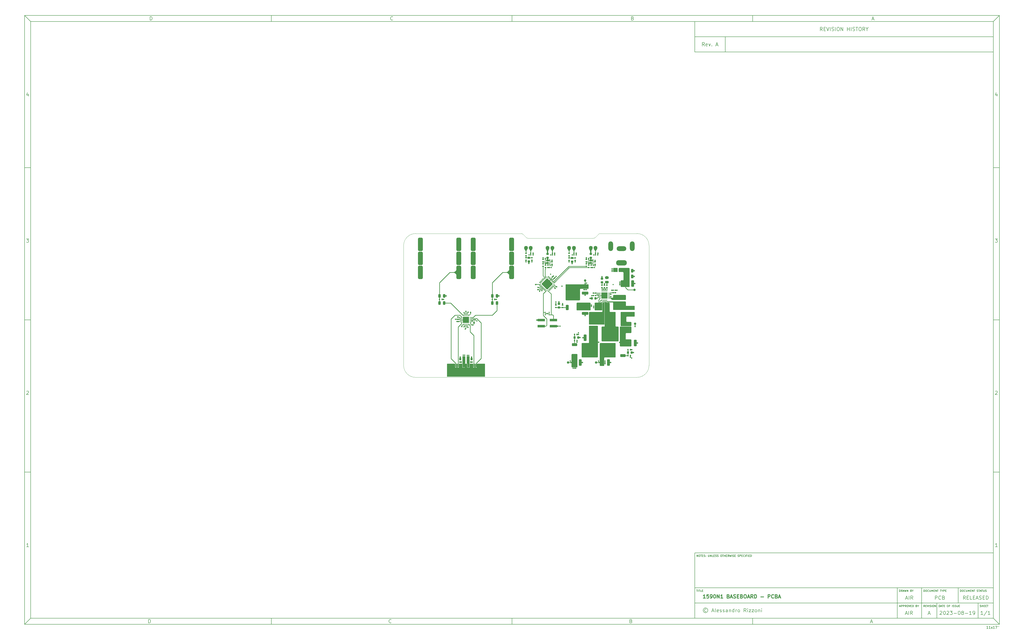
<source format=gbr>
%TF.GenerationSoftware,KiCad,Pcbnew,7.0.7*%
%TF.CreationDate,2023-09-27T18:03:16-04:00*%
%TF.ProjectId,baseboard,62617365-626f-4617-9264-2e6b69636164,A*%
%TF.SameCoordinates,Original*%
%TF.FileFunction,Copper,L1,Top*%
%TF.FilePolarity,Positive*%
%FSLAX46Y46*%
G04 Gerber Fmt 4.6, Leading zero omitted, Abs format (unit mm)*
G04 Created by KiCad (PCBNEW 7.0.7) date 2023-09-27 18:03:16*
%MOMM*%
%LPD*%
G01*
G04 APERTURE LIST*
G04 Aperture macros list*
%AMRoundRect*
0 Rectangle with rounded corners*
0 $1 Rounding radius*
0 $2 $3 $4 $5 $6 $7 $8 $9 X,Y pos of 4 corners*
0 Add a 4 corners polygon primitive as box body*
4,1,4,$2,$3,$4,$5,$6,$7,$8,$9,$2,$3,0*
0 Add four circle primitives for the rounded corners*
1,1,$1+$1,$2,$3*
1,1,$1+$1,$4,$5*
1,1,$1+$1,$6,$7*
1,1,$1+$1,$8,$9*
0 Add four rect primitives between the rounded corners*
20,1,$1+$1,$2,$3,$4,$5,0*
20,1,$1+$1,$4,$5,$6,$7,0*
20,1,$1+$1,$6,$7,$8,$9,0*
20,1,$1+$1,$8,$9,$2,$3,0*%
%AMFreePoly0*
4,1,21,1.328536,1.153536,1.330000,1.150000,1.330000,-1.150000,1.328536,-1.153536,1.325000,-1.155000,0.075000,-1.155000,0.071464,-1.153536,0.070000,-1.150000,0.070000,-0.455000,-1.325000,-0.455000,-1.328536,-0.453536,-1.330000,-0.450000,-1.330000,0.650000,-1.328536,0.653536,-1.325000,0.655000,-0.630000,0.655000,-0.630000,1.150000,-0.628536,1.153536,-0.625000,1.155000,1.325000,1.155000,
1.328536,1.153536,1.328536,1.153536,$1*%
%AMFreePoly1*
4,1,21,0.628536,1.153536,0.630000,1.150000,0.630000,0.655000,1.325000,0.655000,1.328536,0.653536,1.330000,0.650000,1.330000,-0.450000,1.328536,-0.453536,1.325000,-0.455000,-0.070000,-0.455000,-0.070000,-1.150000,-0.071464,-1.153536,-0.075000,-1.155000,-1.325000,-1.155000,-1.328536,-1.153536,-1.330000,-1.150000,-1.330000,1.150000,-1.328536,1.153536,-1.325000,1.155000,0.625000,1.155000,
0.628536,1.153536,0.628536,1.153536,$1*%
G04 Aperture macros list end*
%ADD10C,0.100000*%
%ADD11C,0.150000*%
%ADD12C,0.300000*%
%TA.AperFunction,EtchedComponent*%
%ADD13C,0.200000*%
%TD*%
%TA.AperFunction,SMDPad,CuDef*%
%ADD14RoundRect,0.135000X0.185000X-0.135000X0.185000X0.135000X-0.185000X0.135000X-0.185000X-0.135000X0*%
%TD*%
%TA.AperFunction,SMDPad,CuDef*%
%ADD15RoundRect,0.062500X0.220971X0.309359X-0.309359X-0.220971X-0.220971X-0.309359X0.309359X0.220971X0*%
%TD*%
%TA.AperFunction,SMDPad,CuDef*%
%ADD16RoundRect,0.062500X-0.220971X0.309359X-0.309359X0.220971X0.220971X-0.309359X0.309359X-0.220971X0*%
%TD*%
%TA.AperFunction,SMDPad,CuDef*%
%ADD17RoundRect,0.172500X0.000000X2.195567X-2.195567X0.000000X0.000000X-2.195567X2.195567X0.000000X0*%
%TD*%
%TA.AperFunction,SMDPad,CuDef*%
%ADD18C,1.000000*%
%TD*%
%TA.AperFunction,SMDPad,CuDef*%
%ADD19RoundRect,0.225000X-0.225000X-0.250000X0.225000X-0.250000X0.225000X0.250000X-0.225000X0.250000X0*%
%TD*%
%TA.AperFunction,SMDPad,CuDef*%
%ADD20RoundRect,0.250000X-0.325000X-1.100000X0.325000X-1.100000X0.325000X1.100000X-0.325000X1.100000X0*%
%TD*%
%TA.AperFunction,SMDPad,CuDef*%
%ADD21RoundRect,0.140000X0.140000X0.170000X-0.140000X0.170000X-0.140000X-0.170000X0.140000X-0.170000X0*%
%TD*%
%TA.AperFunction,SMDPad,CuDef*%
%ADD22RoundRect,0.225000X0.250000X-0.225000X0.250000X0.225000X-0.250000X0.225000X-0.250000X-0.225000X0*%
%TD*%
%TA.AperFunction,ComponentPad*%
%ADD23C,1.600000*%
%TD*%
%TA.AperFunction,SMDPad,CuDef*%
%ADD24RoundRect,0.250000X1.100000X-0.325000X1.100000X0.325000X-1.100000X0.325000X-1.100000X-0.325000X0*%
%TD*%
%TA.AperFunction,SMDPad,CuDef*%
%ADD25RoundRect,0.135000X-0.185000X0.135000X-0.185000X-0.135000X0.185000X-0.135000X0.185000X0.135000X0*%
%TD*%
%TA.AperFunction,SMDPad,CuDef*%
%ADD26RoundRect,0.225000X0.225000X0.250000X-0.225000X0.250000X-0.225000X-0.250000X0.225000X-0.250000X0*%
%TD*%
%TA.AperFunction,SMDPad,CuDef*%
%ADD27R,3.150000X1.000000*%
%TD*%
%TA.AperFunction,ComponentPad*%
%ADD28O,4.500000X2.250000*%
%TD*%
%TA.AperFunction,ComponentPad*%
%ADD29O,4.000000X2.000000*%
%TD*%
%TA.AperFunction,ComponentPad*%
%ADD30O,2.000000X4.000000*%
%TD*%
%TA.AperFunction,SMDPad,CuDef*%
%ADD31RoundRect,0.250000X0.325000X1.100000X-0.325000X1.100000X-0.325000X-1.100000X0.325000X-1.100000X0*%
%TD*%
%TA.AperFunction,SMDPad,CuDef*%
%ADD32C,0.500000*%
%TD*%
%TA.AperFunction,SMDPad,CuDef*%
%ADD33R,0.300000X1.400000*%
%TD*%
%TA.AperFunction,SMDPad,CuDef*%
%ADD34FreePoly0,0.000000*%
%TD*%
%TA.AperFunction,SMDPad,CuDef*%
%ADD35FreePoly1,0.000000*%
%TD*%
%TA.AperFunction,SMDPad,CuDef*%
%ADD36RoundRect,0.062500X0.375000X0.062500X-0.375000X0.062500X-0.375000X-0.062500X0.375000X-0.062500X0*%
%TD*%
%TA.AperFunction,SMDPad,CuDef*%
%ADD37RoundRect,0.062500X0.062500X0.375000X-0.062500X0.375000X-0.062500X-0.375000X0.062500X-0.375000X0*%
%TD*%
%TA.AperFunction,SMDPad,CuDef*%
%ADD38RoundRect,0.130000X1.170000X1.170000X-1.170000X1.170000X-1.170000X-1.170000X1.170000X-1.170000X0*%
%TD*%
%TA.AperFunction,SMDPad,CuDef*%
%ADD39RoundRect,0.087500X0.162500X-0.087500X0.162500X0.087500X-0.162500X0.087500X-0.162500X-0.087500X0*%
%TD*%
%TA.AperFunction,SMDPad,CuDef*%
%ADD40RoundRect,0.150000X0.350000X-0.150000X0.350000X0.150000X-0.350000X0.150000X-0.350000X-0.150000X0*%
%TD*%
%TA.AperFunction,SMDPad,CuDef*%
%ADD41RoundRect,0.140000X-0.170000X0.140000X-0.170000X-0.140000X0.170000X-0.140000X0.170000X0.140000X0*%
%TD*%
%TA.AperFunction,SMDPad,CuDef*%
%ADD42RoundRect,0.250000X-0.850000X-0.350000X0.850000X-0.350000X0.850000X0.350000X-0.850000X0.350000X0*%
%TD*%
%TA.AperFunction,SMDPad,CuDef*%
%ADD43RoundRect,0.250000X-1.275000X-1.125000X1.275000X-1.125000X1.275000X1.125000X-1.275000X1.125000X0*%
%TD*%
%TA.AperFunction,SMDPad,CuDef*%
%ADD44RoundRect,0.249997X-2.950003X-2.650003X2.950003X-2.650003X2.950003X2.650003X-2.950003X2.650003X0*%
%TD*%
%TA.AperFunction,SMDPad,CuDef*%
%ADD45RoundRect,0.200000X-0.275000X0.200000X-0.275000X-0.200000X0.275000X-0.200000X0.275000X0.200000X0*%
%TD*%
%TA.AperFunction,SMDPad,CuDef*%
%ADD46RoundRect,0.040000X-0.185000X0.160000X-0.185000X-0.160000X0.185000X-0.160000X0.185000X0.160000X0*%
%TD*%
%TA.AperFunction,SMDPad,CuDef*%
%ADD47RoundRect,0.030000X-0.195000X0.120000X-0.195000X-0.120000X0.195000X-0.120000X0.195000X0.120000X0*%
%TD*%
%TA.AperFunction,SMDPad,CuDef*%
%ADD48RoundRect,0.135000X-0.135000X-0.185000X0.135000X-0.185000X0.135000X0.185000X-0.135000X0.185000X0*%
%TD*%
%TA.AperFunction,SMDPad,CuDef*%
%ADD49RoundRect,0.250000X0.250000X0.475000X-0.250000X0.475000X-0.250000X-0.475000X0.250000X-0.475000X0*%
%TD*%
%TA.AperFunction,SMDPad,CuDef*%
%ADD50RoundRect,0.475000X-0.475000X-2.075000X0.475000X-2.075000X0.475000X2.075000X-0.475000X2.075000X0*%
%TD*%
%TA.AperFunction,SMDPad,CuDef*%
%ADD51RoundRect,0.250000X-0.475000X0.250000X-0.475000X-0.250000X0.475000X-0.250000X0.475000X0.250000X0*%
%TD*%
%TA.AperFunction,SMDPad,CuDef*%
%ADD52RoundRect,0.250000X-0.250000X-0.475000X0.250000X-0.475000X0.250000X0.475000X-0.250000X0.475000X0*%
%TD*%
%TA.AperFunction,ComponentPad*%
%ADD53RoundRect,0.500000X-0.500000X-2.300000X0.500000X-2.300000X0.500000X2.300000X-0.500000X2.300000X0*%
%TD*%
%TA.AperFunction,SMDPad,CuDef*%
%ADD54RoundRect,0.250000X0.350000X-0.850000X0.350000X0.850000X-0.350000X0.850000X-0.350000X-0.850000X0*%
%TD*%
%TA.AperFunction,SMDPad,CuDef*%
%ADD55RoundRect,0.250000X1.125000X-1.275000X1.125000X1.275000X-1.125000X1.275000X-1.125000X-1.275000X0*%
%TD*%
%TA.AperFunction,SMDPad,CuDef*%
%ADD56RoundRect,0.249997X2.650003X-2.950003X2.650003X2.950003X-2.650003X2.950003X-2.650003X-2.950003X0*%
%TD*%
%TA.AperFunction,SMDPad,CuDef*%
%ADD57RoundRect,0.250000X0.850000X0.350000X-0.850000X0.350000X-0.850000X-0.350000X0.850000X-0.350000X0*%
%TD*%
%TA.AperFunction,SMDPad,CuDef*%
%ADD58RoundRect,0.250000X1.275000X1.125000X-1.275000X1.125000X-1.275000X-1.125000X1.275000X-1.125000X0*%
%TD*%
%TA.AperFunction,SMDPad,CuDef*%
%ADD59RoundRect,0.249997X2.950003X2.650003X-2.950003X2.650003X-2.950003X-2.650003X2.950003X-2.650003X0*%
%TD*%
%TA.AperFunction,SMDPad,CuDef*%
%ADD60RoundRect,0.140000X-0.219203X-0.021213X-0.021213X-0.219203X0.219203X0.021213X0.021213X0.219203X0*%
%TD*%
%TA.AperFunction,SMDPad,CuDef*%
%ADD61RoundRect,0.475000X-2.075000X0.475000X-2.075000X-0.475000X2.075000X-0.475000X2.075000X0.475000X0*%
%TD*%
%TA.AperFunction,SMDPad,CuDef*%
%ADD62RoundRect,0.225000X-0.250000X0.225000X-0.250000X-0.225000X0.250000X-0.225000X0.250000X0.225000X0*%
%TD*%
%TA.AperFunction,SMDPad,CuDef*%
%ADD63RoundRect,0.135000X0.135000X0.185000X-0.135000X0.185000X-0.135000X-0.185000X0.135000X-0.185000X0*%
%TD*%
%TA.AperFunction,SMDPad,CuDef*%
%ADD64RoundRect,0.250000X-0.500000X0.950000X-0.500000X-0.950000X0.500000X-0.950000X0.500000X0.950000X0*%
%TD*%
%TA.AperFunction,SMDPad,CuDef*%
%ADD65RoundRect,0.250000X-0.500000X0.275000X-0.500000X-0.275000X0.500000X-0.275000X0.500000X0.275000X0*%
%TD*%
%TA.AperFunction,SMDPad,CuDef*%
%ADD66RoundRect,0.062500X-0.375000X-0.062500X0.375000X-0.062500X0.375000X0.062500X-0.375000X0.062500X0*%
%TD*%
%TA.AperFunction,SMDPad,CuDef*%
%ADD67RoundRect,0.062500X-0.062500X-0.375000X0.062500X-0.375000X0.062500X0.375000X-0.062500X0.375000X0*%
%TD*%
%TA.AperFunction,SMDPad,CuDef*%
%ADD68RoundRect,0.130000X-1.170000X-1.170000X1.170000X-1.170000X1.170000X1.170000X-1.170000X1.170000X0*%
%TD*%
%TA.AperFunction,SMDPad,CuDef*%
%ADD69RoundRect,0.250000X-0.950000X-0.500000X0.950000X-0.500000X0.950000X0.500000X-0.950000X0.500000X0*%
%TD*%
%TA.AperFunction,SMDPad,CuDef*%
%ADD70RoundRect,0.250000X-0.275000X-0.500000X0.275000X-0.500000X0.275000X0.500000X-0.275000X0.500000X0*%
%TD*%
%TA.AperFunction,SMDPad,CuDef*%
%ADD71RoundRect,0.250000X0.500000X-0.950000X0.500000X0.950000X-0.500000X0.950000X-0.500000X-0.950000X0*%
%TD*%
%TA.AperFunction,SMDPad,CuDef*%
%ADD72RoundRect,0.250000X0.500000X-0.275000X0.500000X0.275000X-0.500000X0.275000X-0.500000X-0.275000X0*%
%TD*%
%TA.AperFunction,ComponentPad*%
%ADD73C,0.600000*%
%TD*%
%TA.AperFunction,SMDPad,CuDef*%
%ADD74RoundRect,0.140000X-0.140000X-0.170000X0.140000X-0.170000X0.140000X0.170000X-0.140000X0.170000X0*%
%TD*%
%TA.AperFunction,SMDPad,CuDef*%
%ADD75RoundRect,0.475000X0.475000X2.075000X-0.475000X2.075000X-0.475000X-2.075000X0.475000X-2.075000X0*%
%TD*%
%TA.AperFunction,SMDPad,CuDef*%
%ADD76RoundRect,0.250000X0.950000X0.500000X-0.950000X0.500000X-0.950000X-0.500000X0.950000X-0.500000X0*%
%TD*%
%TA.AperFunction,SMDPad,CuDef*%
%ADD77RoundRect,0.250000X0.275000X0.500000X-0.275000X0.500000X-0.275000X-0.500000X0.275000X-0.500000X0*%
%TD*%
%TA.AperFunction,ViaPad*%
%ADD78C,0.550000*%
%TD*%
%TA.AperFunction,Conductor*%
%ADD79C,0.250000*%
%TD*%
%TA.AperFunction,Conductor*%
%ADD80C,0.500000*%
%TD*%
%TA.AperFunction,Profile*%
%ADD81C,0.050000*%
%TD*%
G04 APERTURE END LIST*
D10*
D11*
X412213572Y-262654128D02*
X411356429Y-262654128D01*
X411785000Y-262654128D02*
X411785000Y-261154128D01*
X411785000Y-261154128D02*
X411642143Y-261368414D01*
X411642143Y-261368414D02*
X411499286Y-261511271D01*
X411499286Y-261511271D02*
X411356429Y-261582700D01*
X413927857Y-261082700D02*
X412642143Y-263011271D01*
X415213572Y-262654128D02*
X414356429Y-262654128D01*
X414785000Y-262654128D02*
X414785000Y-261154128D01*
X414785000Y-261154128D02*
X414642143Y-261368414D01*
X414642143Y-261368414D02*
X414499286Y-261511271D01*
X414499286Y-261511271D02*
X414356429Y-261582700D01*
D10*
D11*
X292809874Y-252259295D02*
X293267017Y-252259295D01*
X293038445Y-253059295D02*
X293038445Y-252259295D01*
X293533684Y-253059295D02*
X293533684Y-252259295D01*
X293800350Y-252259295D02*
X294257493Y-252259295D01*
X294028921Y-253059295D02*
X294028921Y-252259295D01*
X294905112Y-253059295D02*
X294524160Y-253059295D01*
X294524160Y-253059295D02*
X294524160Y-252259295D01*
X295171779Y-252640247D02*
X295438445Y-252640247D01*
X295552731Y-253059295D02*
X295171779Y-253059295D01*
X295171779Y-253059295D02*
X295171779Y-252259295D01*
X295171779Y-252259295D02*
X295552731Y-252259295D01*
D10*
D11*
X387996303Y-259409295D02*
X387729636Y-259028342D01*
X387539160Y-259409295D02*
X387539160Y-258609295D01*
X387539160Y-258609295D02*
X387843922Y-258609295D01*
X387843922Y-258609295D02*
X387920112Y-258647390D01*
X387920112Y-258647390D02*
X387958207Y-258685485D01*
X387958207Y-258685485D02*
X387996303Y-258761676D01*
X387996303Y-258761676D02*
X387996303Y-258875961D01*
X387996303Y-258875961D02*
X387958207Y-258952152D01*
X387958207Y-258952152D02*
X387920112Y-258990247D01*
X387920112Y-258990247D02*
X387843922Y-259028342D01*
X387843922Y-259028342D02*
X387539160Y-259028342D01*
X388339160Y-258990247D02*
X388605826Y-258990247D01*
X388720112Y-259409295D02*
X388339160Y-259409295D01*
X388339160Y-259409295D02*
X388339160Y-258609295D01*
X388339160Y-258609295D02*
X388720112Y-258609295D01*
X388948684Y-258609295D02*
X389215351Y-259409295D01*
X389215351Y-259409295D02*
X389482017Y-258609295D01*
X389748684Y-259409295D02*
X389748684Y-258609295D01*
X390091540Y-259371200D02*
X390205826Y-259409295D01*
X390205826Y-259409295D02*
X390396302Y-259409295D01*
X390396302Y-259409295D02*
X390472493Y-259371200D01*
X390472493Y-259371200D02*
X390510588Y-259333104D01*
X390510588Y-259333104D02*
X390548683Y-259256914D01*
X390548683Y-259256914D02*
X390548683Y-259180723D01*
X390548683Y-259180723D02*
X390510588Y-259104533D01*
X390510588Y-259104533D02*
X390472493Y-259066438D01*
X390472493Y-259066438D02*
X390396302Y-259028342D01*
X390396302Y-259028342D02*
X390243921Y-258990247D01*
X390243921Y-258990247D02*
X390167731Y-258952152D01*
X390167731Y-258952152D02*
X390129636Y-258914057D01*
X390129636Y-258914057D02*
X390091540Y-258837866D01*
X390091540Y-258837866D02*
X390091540Y-258761676D01*
X390091540Y-258761676D02*
X390129636Y-258685485D01*
X390129636Y-258685485D02*
X390167731Y-258647390D01*
X390167731Y-258647390D02*
X390243921Y-258609295D01*
X390243921Y-258609295D02*
X390434398Y-258609295D01*
X390434398Y-258609295D02*
X390548683Y-258647390D01*
X390891541Y-259409295D02*
X390891541Y-258609295D01*
X391424874Y-258609295D02*
X391577255Y-258609295D01*
X391577255Y-258609295D02*
X391653445Y-258647390D01*
X391653445Y-258647390D02*
X391729636Y-258723580D01*
X391729636Y-258723580D02*
X391767731Y-258875961D01*
X391767731Y-258875961D02*
X391767731Y-259142628D01*
X391767731Y-259142628D02*
X391729636Y-259295009D01*
X391729636Y-259295009D02*
X391653445Y-259371200D01*
X391653445Y-259371200D02*
X391577255Y-259409295D01*
X391577255Y-259409295D02*
X391424874Y-259409295D01*
X391424874Y-259409295D02*
X391348683Y-259371200D01*
X391348683Y-259371200D02*
X391272493Y-259295009D01*
X391272493Y-259295009D02*
X391234397Y-259142628D01*
X391234397Y-259142628D02*
X391234397Y-258875961D01*
X391234397Y-258875961D02*
X391272493Y-258723580D01*
X391272493Y-258723580D02*
X391348683Y-258647390D01*
X391348683Y-258647390D02*
X391424874Y-258609295D01*
X392110588Y-259409295D02*
X392110588Y-258609295D01*
X392110588Y-258609295D02*
X392567731Y-259409295D01*
X392567731Y-259409295D02*
X392567731Y-258609295D01*
D10*
D11*
X393889160Y-259409295D02*
X393889160Y-258609295D01*
X393889160Y-258609295D02*
X394079636Y-258609295D01*
X394079636Y-258609295D02*
X394193922Y-258647390D01*
X394193922Y-258647390D02*
X394270112Y-258723580D01*
X394270112Y-258723580D02*
X394308207Y-258799771D01*
X394308207Y-258799771D02*
X394346303Y-258952152D01*
X394346303Y-258952152D02*
X394346303Y-259066438D01*
X394346303Y-259066438D02*
X394308207Y-259218819D01*
X394308207Y-259218819D02*
X394270112Y-259295009D01*
X394270112Y-259295009D02*
X394193922Y-259371200D01*
X394193922Y-259371200D02*
X394079636Y-259409295D01*
X394079636Y-259409295D02*
X393889160Y-259409295D01*
X394651064Y-259180723D02*
X395032017Y-259180723D01*
X394574874Y-259409295D02*
X394841541Y-258609295D01*
X394841541Y-258609295D02*
X395108207Y-259409295D01*
X395260588Y-258609295D02*
X395717731Y-258609295D01*
X395489159Y-259409295D02*
X395489159Y-258609295D01*
X395984398Y-258990247D02*
X396251064Y-258990247D01*
X396365350Y-259409295D02*
X395984398Y-259409295D01*
X395984398Y-259409295D02*
X395984398Y-258609295D01*
X395984398Y-258609295D02*
X396365350Y-258609295D01*
X397470113Y-258609295D02*
X397622494Y-258609295D01*
X397622494Y-258609295D02*
X397698684Y-258647390D01*
X397698684Y-258647390D02*
X397774875Y-258723580D01*
X397774875Y-258723580D02*
X397812970Y-258875961D01*
X397812970Y-258875961D02*
X397812970Y-259142628D01*
X397812970Y-259142628D02*
X397774875Y-259295009D01*
X397774875Y-259295009D02*
X397698684Y-259371200D01*
X397698684Y-259371200D02*
X397622494Y-259409295D01*
X397622494Y-259409295D02*
X397470113Y-259409295D01*
X397470113Y-259409295D02*
X397393922Y-259371200D01*
X397393922Y-259371200D02*
X397317732Y-259295009D01*
X397317732Y-259295009D02*
X397279636Y-259142628D01*
X397279636Y-259142628D02*
X397279636Y-258875961D01*
X397279636Y-258875961D02*
X397317732Y-258723580D01*
X397317732Y-258723580D02*
X397393922Y-258647390D01*
X397393922Y-258647390D02*
X397470113Y-258609295D01*
X398422493Y-258990247D02*
X398155827Y-258990247D01*
X398155827Y-259409295D02*
X398155827Y-258609295D01*
X398155827Y-258609295D02*
X398536779Y-258609295D01*
X399451065Y-259409295D02*
X399451065Y-258609295D01*
X399793921Y-259371200D02*
X399908207Y-259409295D01*
X399908207Y-259409295D02*
X400098683Y-259409295D01*
X400098683Y-259409295D02*
X400174874Y-259371200D01*
X400174874Y-259371200D02*
X400212969Y-259333104D01*
X400212969Y-259333104D02*
X400251064Y-259256914D01*
X400251064Y-259256914D02*
X400251064Y-259180723D01*
X400251064Y-259180723D02*
X400212969Y-259104533D01*
X400212969Y-259104533D02*
X400174874Y-259066438D01*
X400174874Y-259066438D02*
X400098683Y-259028342D01*
X400098683Y-259028342D02*
X399946302Y-258990247D01*
X399946302Y-258990247D02*
X399870112Y-258952152D01*
X399870112Y-258952152D02*
X399832017Y-258914057D01*
X399832017Y-258914057D02*
X399793921Y-258837866D01*
X399793921Y-258837866D02*
X399793921Y-258761676D01*
X399793921Y-258761676D02*
X399832017Y-258685485D01*
X399832017Y-258685485D02*
X399870112Y-258647390D01*
X399870112Y-258647390D02*
X399946302Y-258609295D01*
X399946302Y-258609295D02*
X400136779Y-258609295D01*
X400136779Y-258609295D02*
X400251064Y-258647390D01*
X400555826Y-259371200D02*
X400670112Y-259409295D01*
X400670112Y-259409295D02*
X400860588Y-259409295D01*
X400860588Y-259409295D02*
X400936779Y-259371200D01*
X400936779Y-259371200D02*
X400974874Y-259333104D01*
X400974874Y-259333104D02*
X401012969Y-259256914D01*
X401012969Y-259256914D02*
X401012969Y-259180723D01*
X401012969Y-259180723D02*
X400974874Y-259104533D01*
X400974874Y-259104533D02*
X400936779Y-259066438D01*
X400936779Y-259066438D02*
X400860588Y-259028342D01*
X400860588Y-259028342D02*
X400708207Y-258990247D01*
X400708207Y-258990247D02*
X400632017Y-258952152D01*
X400632017Y-258952152D02*
X400593922Y-258914057D01*
X400593922Y-258914057D02*
X400555826Y-258837866D01*
X400555826Y-258837866D02*
X400555826Y-258761676D01*
X400555826Y-258761676D02*
X400593922Y-258685485D01*
X400593922Y-258685485D02*
X400632017Y-258647390D01*
X400632017Y-258647390D02*
X400708207Y-258609295D01*
X400708207Y-258609295D02*
X400898684Y-258609295D01*
X400898684Y-258609295D02*
X401012969Y-258647390D01*
X401355827Y-258609295D02*
X401355827Y-259256914D01*
X401355827Y-259256914D02*
X401393922Y-259333104D01*
X401393922Y-259333104D02*
X401432017Y-259371200D01*
X401432017Y-259371200D02*
X401508208Y-259409295D01*
X401508208Y-259409295D02*
X401660589Y-259409295D01*
X401660589Y-259409295D02*
X401736779Y-259371200D01*
X401736779Y-259371200D02*
X401774874Y-259333104D01*
X401774874Y-259333104D02*
X401812970Y-259256914D01*
X401812970Y-259256914D02*
X401812970Y-258609295D01*
X402193922Y-258990247D02*
X402460588Y-258990247D01*
X402574874Y-259409295D02*
X402193922Y-259409295D01*
X402193922Y-259409295D02*
X402193922Y-258609295D01*
X402193922Y-258609295D02*
X402574874Y-258609295D01*
D10*
D11*
X410996064Y-259371200D02*
X411110350Y-259409295D01*
X411110350Y-259409295D02*
X411300826Y-259409295D01*
X411300826Y-259409295D02*
X411377017Y-259371200D01*
X411377017Y-259371200D02*
X411415112Y-259333104D01*
X411415112Y-259333104D02*
X411453207Y-259256914D01*
X411453207Y-259256914D02*
X411453207Y-259180723D01*
X411453207Y-259180723D02*
X411415112Y-259104533D01*
X411415112Y-259104533D02*
X411377017Y-259066438D01*
X411377017Y-259066438D02*
X411300826Y-259028342D01*
X411300826Y-259028342D02*
X411148445Y-258990247D01*
X411148445Y-258990247D02*
X411072255Y-258952152D01*
X411072255Y-258952152D02*
X411034160Y-258914057D01*
X411034160Y-258914057D02*
X410996064Y-258837866D01*
X410996064Y-258837866D02*
X410996064Y-258761676D01*
X410996064Y-258761676D02*
X411034160Y-258685485D01*
X411034160Y-258685485D02*
X411072255Y-258647390D01*
X411072255Y-258647390D02*
X411148445Y-258609295D01*
X411148445Y-258609295D02*
X411338922Y-258609295D01*
X411338922Y-258609295D02*
X411453207Y-258647390D01*
X411796065Y-259409295D02*
X411796065Y-258609295D01*
X411796065Y-258990247D02*
X412253208Y-258990247D01*
X412253208Y-259409295D02*
X412253208Y-258609295D01*
X412634160Y-258990247D02*
X412900826Y-258990247D01*
X413015112Y-259409295D02*
X412634160Y-259409295D01*
X412634160Y-259409295D02*
X412634160Y-258609295D01*
X412634160Y-258609295D02*
X413015112Y-258609295D01*
X413357970Y-258990247D02*
X413624636Y-258990247D01*
X413738922Y-259409295D02*
X413357970Y-259409295D01*
X413357970Y-259409295D02*
X413357970Y-258609295D01*
X413357970Y-258609295D02*
X413738922Y-258609295D01*
X413967494Y-258609295D02*
X414424637Y-258609295D01*
X414196065Y-259409295D02*
X414196065Y-258609295D01*
D10*
D11*
X392342142Y-256304128D02*
X392342142Y-254804128D01*
X392342142Y-254804128D02*
X392913571Y-254804128D01*
X392913571Y-254804128D02*
X393056428Y-254875557D01*
X393056428Y-254875557D02*
X393127857Y-254946985D01*
X393127857Y-254946985D02*
X393199285Y-255089842D01*
X393199285Y-255089842D02*
X393199285Y-255304128D01*
X393199285Y-255304128D02*
X393127857Y-255446985D01*
X393127857Y-255446985D02*
X393056428Y-255518414D01*
X393056428Y-255518414D02*
X392913571Y-255589842D01*
X392913571Y-255589842D02*
X392342142Y-255589842D01*
X394699285Y-256161271D02*
X394627857Y-256232700D01*
X394627857Y-256232700D02*
X394413571Y-256304128D01*
X394413571Y-256304128D02*
X394270714Y-256304128D01*
X394270714Y-256304128D02*
X394056428Y-256232700D01*
X394056428Y-256232700D02*
X393913571Y-256089842D01*
X393913571Y-256089842D02*
X393842142Y-255946985D01*
X393842142Y-255946985D02*
X393770714Y-255661271D01*
X393770714Y-255661271D02*
X393770714Y-255446985D01*
X393770714Y-255446985D02*
X393842142Y-255161271D01*
X393842142Y-255161271D02*
X393913571Y-255018414D01*
X393913571Y-255018414D02*
X394056428Y-254875557D01*
X394056428Y-254875557D02*
X394270714Y-254804128D01*
X394270714Y-254804128D02*
X394413571Y-254804128D01*
X394413571Y-254804128D02*
X394627857Y-254875557D01*
X394627857Y-254875557D02*
X394699285Y-254946985D01*
X395842142Y-255518414D02*
X396056428Y-255589842D01*
X396056428Y-255589842D02*
X396127857Y-255661271D01*
X396127857Y-255661271D02*
X396199285Y-255804128D01*
X396199285Y-255804128D02*
X396199285Y-256018414D01*
X396199285Y-256018414D02*
X396127857Y-256161271D01*
X396127857Y-256161271D02*
X396056428Y-256232700D01*
X396056428Y-256232700D02*
X395913571Y-256304128D01*
X395913571Y-256304128D02*
X395342142Y-256304128D01*
X395342142Y-256304128D02*
X395342142Y-254804128D01*
X395342142Y-254804128D02*
X395842142Y-254804128D01*
X395842142Y-254804128D02*
X395985000Y-254875557D01*
X395985000Y-254875557D02*
X396056428Y-254946985D01*
X396056428Y-254946985D02*
X396127857Y-255089842D01*
X396127857Y-255089842D02*
X396127857Y-255232700D01*
X396127857Y-255232700D02*
X396056428Y-255375557D01*
X396056428Y-255375557D02*
X395985000Y-255446985D01*
X395985000Y-255446985D02*
X395842142Y-255518414D01*
X395842142Y-255518414D02*
X395342142Y-255518414D01*
D10*
D11*
X377468064Y-259180723D02*
X377849017Y-259180723D01*
X377391874Y-259409295D02*
X377658541Y-258609295D01*
X377658541Y-258609295D02*
X377925207Y-259409295D01*
X378191874Y-259409295D02*
X378191874Y-258609295D01*
X378191874Y-258609295D02*
X378496636Y-258609295D01*
X378496636Y-258609295D02*
X378572826Y-258647390D01*
X378572826Y-258647390D02*
X378610921Y-258685485D01*
X378610921Y-258685485D02*
X378649017Y-258761676D01*
X378649017Y-258761676D02*
X378649017Y-258875961D01*
X378649017Y-258875961D02*
X378610921Y-258952152D01*
X378610921Y-258952152D02*
X378572826Y-258990247D01*
X378572826Y-258990247D02*
X378496636Y-259028342D01*
X378496636Y-259028342D02*
X378191874Y-259028342D01*
X378991874Y-259409295D02*
X378991874Y-258609295D01*
X378991874Y-258609295D02*
X379296636Y-258609295D01*
X379296636Y-258609295D02*
X379372826Y-258647390D01*
X379372826Y-258647390D02*
X379410921Y-258685485D01*
X379410921Y-258685485D02*
X379449017Y-258761676D01*
X379449017Y-258761676D02*
X379449017Y-258875961D01*
X379449017Y-258875961D02*
X379410921Y-258952152D01*
X379410921Y-258952152D02*
X379372826Y-258990247D01*
X379372826Y-258990247D02*
X379296636Y-259028342D01*
X379296636Y-259028342D02*
X378991874Y-259028342D01*
X380249017Y-259409295D02*
X379982350Y-259028342D01*
X379791874Y-259409295D02*
X379791874Y-258609295D01*
X379791874Y-258609295D02*
X380096636Y-258609295D01*
X380096636Y-258609295D02*
X380172826Y-258647390D01*
X380172826Y-258647390D02*
X380210921Y-258685485D01*
X380210921Y-258685485D02*
X380249017Y-258761676D01*
X380249017Y-258761676D02*
X380249017Y-258875961D01*
X380249017Y-258875961D02*
X380210921Y-258952152D01*
X380210921Y-258952152D02*
X380172826Y-258990247D01*
X380172826Y-258990247D02*
X380096636Y-259028342D01*
X380096636Y-259028342D02*
X379791874Y-259028342D01*
X380744255Y-258609295D02*
X380896636Y-258609295D01*
X380896636Y-258609295D02*
X380972826Y-258647390D01*
X380972826Y-258647390D02*
X381049017Y-258723580D01*
X381049017Y-258723580D02*
X381087112Y-258875961D01*
X381087112Y-258875961D02*
X381087112Y-259142628D01*
X381087112Y-259142628D02*
X381049017Y-259295009D01*
X381049017Y-259295009D02*
X380972826Y-259371200D01*
X380972826Y-259371200D02*
X380896636Y-259409295D01*
X380896636Y-259409295D02*
X380744255Y-259409295D01*
X380744255Y-259409295D02*
X380668064Y-259371200D01*
X380668064Y-259371200D02*
X380591874Y-259295009D01*
X380591874Y-259295009D02*
X380553778Y-259142628D01*
X380553778Y-259142628D02*
X380553778Y-258875961D01*
X380553778Y-258875961D02*
X380591874Y-258723580D01*
X380591874Y-258723580D02*
X380668064Y-258647390D01*
X380668064Y-258647390D02*
X380744255Y-258609295D01*
X381315683Y-258609295D02*
X381582350Y-259409295D01*
X381582350Y-259409295D02*
X381849016Y-258609295D01*
X382115683Y-258990247D02*
X382382349Y-258990247D01*
X382496635Y-259409295D02*
X382115683Y-259409295D01*
X382115683Y-259409295D02*
X382115683Y-258609295D01*
X382115683Y-258609295D02*
X382496635Y-258609295D01*
X382839493Y-259409295D02*
X382839493Y-258609295D01*
X382839493Y-258609295D02*
X383029969Y-258609295D01*
X383029969Y-258609295D02*
X383144255Y-258647390D01*
X383144255Y-258647390D02*
X383220445Y-258723580D01*
X383220445Y-258723580D02*
X383258540Y-258799771D01*
X383258540Y-258799771D02*
X383296636Y-258952152D01*
X383296636Y-258952152D02*
X383296636Y-259066438D01*
X383296636Y-259066438D02*
X383258540Y-259218819D01*
X383258540Y-259218819D02*
X383220445Y-259295009D01*
X383220445Y-259295009D02*
X383144255Y-259371200D01*
X383144255Y-259371200D02*
X383029969Y-259409295D01*
X383029969Y-259409295D02*
X382839493Y-259409295D01*
X384515683Y-258990247D02*
X384629969Y-259028342D01*
X384629969Y-259028342D02*
X384668064Y-259066438D01*
X384668064Y-259066438D02*
X384706160Y-259142628D01*
X384706160Y-259142628D02*
X384706160Y-259256914D01*
X384706160Y-259256914D02*
X384668064Y-259333104D01*
X384668064Y-259333104D02*
X384629969Y-259371200D01*
X384629969Y-259371200D02*
X384553779Y-259409295D01*
X384553779Y-259409295D02*
X384249017Y-259409295D01*
X384249017Y-259409295D02*
X384249017Y-258609295D01*
X384249017Y-258609295D02*
X384515683Y-258609295D01*
X384515683Y-258609295D02*
X384591874Y-258647390D01*
X384591874Y-258647390D02*
X384629969Y-258685485D01*
X384629969Y-258685485D02*
X384668064Y-258761676D01*
X384668064Y-258761676D02*
X384668064Y-258837866D01*
X384668064Y-258837866D02*
X384629969Y-258914057D01*
X384629969Y-258914057D02*
X384591874Y-258952152D01*
X384591874Y-258952152D02*
X384515683Y-258990247D01*
X384515683Y-258990247D02*
X384249017Y-258990247D01*
X385201398Y-259028342D02*
X385201398Y-259409295D01*
X384934731Y-258609295D02*
X385201398Y-259028342D01*
X385201398Y-259028342D02*
X385468064Y-258609295D01*
D10*
D11*
X296845112Y-260418271D02*
X296702255Y-260346842D01*
X296702255Y-260346842D02*
X296416541Y-260346842D01*
X296416541Y-260346842D02*
X296273684Y-260418271D01*
X296273684Y-260418271D02*
X296130826Y-260561128D01*
X296130826Y-260561128D02*
X296059398Y-260703985D01*
X296059398Y-260703985D02*
X296059398Y-260989700D01*
X296059398Y-260989700D02*
X296130826Y-261132557D01*
X296130826Y-261132557D02*
X296273684Y-261275414D01*
X296273684Y-261275414D02*
X296416541Y-261346842D01*
X296416541Y-261346842D02*
X296702255Y-261346842D01*
X296702255Y-261346842D02*
X296845112Y-261275414D01*
X296559398Y-259846842D02*
X296202255Y-259918271D01*
X296202255Y-259918271D02*
X295845112Y-260132557D01*
X295845112Y-260132557D02*
X295630826Y-260489700D01*
X295630826Y-260489700D02*
X295559398Y-260846842D01*
X295559398Y-260846842D02*
X295630826Y-261203985D01*
X295630826Y-261203985D02*
X295845112Y-261561128D01*
X295845112Y-261561128D02*
X296202255Y-261775414D01*
X296202255Y-261775414D02*
X296559398Y-261846842D01*
X296559398Y-261846842D02*
X296916541Y-261775414D01*
X296916541Y-261775414D02*
X297273684Y-261561128D01*
X297273684Y-261561128D02*
X297487969Y-261203985D01*
X297487969Y-261203985D02*
X297559398Y-260846842D01*
X297559398Y-260846842D02*
X297487969Y-260489700D01*
X297487969Y-260489700D02*
X297273684Y-260132557D01*
X297273684Y-260132557D02*
X296916541Y-259918271D01*
X296916541Y-259918271D02*
X296559398Y-259846842D01*
X299273684Y-261132557D02*
X299987970Y-261132557D01*
X299130827Y-261561128D02*
X299630827Y-260061128D01*
X299630827Y-260061128D02*
X300130827Y-261561128D01*
X300845112Y-261561128D02*
X300702255Y-261489700D01*
X300702255Y-261489700D02*
X300630826Y-261346842D01*
X300630826Y-261346842D02*
X300630826Y-260061128D01*
X301987969Y-261489700D02*
X301845112Y-261561128D01*
X301845112Y-261561128D02*
X301559398Y-261561128D01*
X301559398Y-261561128D02*
X301416540Y-261489700D01*
X301416540Y-261489700D02*
X301345112Y-261346842D01*
X301345112Y-261346842D02*
X301345112Y-260775414D01*
X301345112Y-260775414D02*
X301416540Y-260632557D01*
X301416540Y-260632557D02*
X301559398Y-260561128D01*
X301559398Y-260561128D02*
X301845112Y-260561128D01*
X301845112Y-260561128D02*
X301987969Y-260632557D01*
X301987969Y-260632557D02*
X302059398Y-260775414D01*
X302059398Y-260775414D02*
X302059398Y-260918271D01*
X302059398Y-260918271D02*
X301345112Y-261061128D01*
X302630826Y-261489700D02*
X302773683Y-261561128D01*
X302773683Y-261561128D02*
X303059397Y-261561128D01*
X303059397Y-261561128D02*
X303202254Y-261489700D01*
X303202254Y-261489700D02*
X303273683Y-261346842D01*
X303273683Y-261346842D02*
X303273683Y-261275414D01*
X303273683Y-261275414D02*
X303202254Y-261132557D01*
X303202254Y-261132557D02*
X303059397Y-261061128D01*
X303059397Y-261061128D02*
X302845112Y-261061128D01*
X302845112Y-261061128D02*
X302702254Y-260989700D01*
X302702254Y-260989700D02*
X302630826Y-260846842D01*
X302630826Y-260846842D02*
X302630826Y-260775414D01*
X302630826Y-260775414D02*
X302702254Y-260632557D01*
X302702254Y-260632557D02*
X302845112Y-260561128D01*
X302845112Y-260561128D02*
X303059397Y-260561128D01*
X303059397Y-260561128D02*
X303202254Y-260632557D01*
X303845112Y-261489700D02*
X303987969Y-261561128D01*
X303987969Y-261561128D02*
X304273683Y-261561128D01*
X304273683Y-261561128D02*
X304416540Y-261489700D01*
X304416540Y-261489700D02*
X304487969Y-261346842D01*
X304487969Y-261346842D02*
X304487969Y-261275414D01*
X304487969Y-261275414D02*
X304416540Y-261132557D01*
X304416540Y-261132557D02*
X304273683Y-261061128D01*
X304273683Y-261061128D02*
X304059398Y-261061128D01*
X304059398Y-261061128D02*
X303916540Y-260989700D01*
X303916540Y-260989700D02*
X303845112Y-260846842D01*
X303845112Y-260846842D02*
X303845112Y-260775414D01*
X303845112Y-260775414D02*
X303916540Y-260632557D01*
X303916540Y-260632557D02*
X304059398Y-260561128D01*
X304059398Y-260561128D02*
X304273683Y-260561128D01*
X304273683Y-260561128D02*
X304416540Y-260632557D01*
X305773684Y-261561128D02*
X305773684Y-260775414D01*
X305773684Y-260775414D02*
X305702255Y-260632557D01*
X305702255Y-260632557D02*
X305559398Y-260561128D01*
X305559398Y-260561128D02*
X305273684Y-260561128D01*
X305273684Y-260561128D02*
X305130826Y-260632557D01*
X305773684Y-261489700D02*
X305630826Y-261561128D01*
X305630826Y-261561128D02*
X305273684Y-261561128D01*
X305273684Y-261561128D02*
X305130826Y-261489700D01*
X305130826Y-261489700D02*
X305059398Y-261346842D01*
X305059398Y-261346842D02*
X305059398Y-261203985D01*
X305059398Y-261203985D02*
X305130826Y-261061128D01*
X305130826Y-261061128D02*
X305273684Y-260989700D01*
X305273684Y-260989700D02*
X305630826Y-260989700D01*
X305630826Y-260989700D02*
X305773684Y-260918271D01*
X306487969Y-260561128D02*
X306487969Y-261561128D01*
X306487969Y-260703985D02*
X306559398Y-260632557D01*
X306559398Y-260632557D02*
X306702255Y-260561128D01*
X306702255Y-260561128D02*
X306916541Y-260561128D01*
X306916541Y-260561128D02*
X307059398Y-260632557D01*
X307059398Y-260632557D02*
X307130827Y-260775414D01*
X307130827Y-260775414D02*
X307130827Y-261561128D01*
X308487970Y-261561128D02*
X308487970Y-260061128D01*
X308487970Y-261489700D02*
X308345112Y-261561128D01*
X308345112Y-261561128D02*
X308059398Y-261561128D01*
X308059398Y-261561128D02*
X307916541Y-261489700D01*
X307916541Y-261489700D02*
X307845112Y-261418271D01*
X307845112Y-261418271D02*
X307773684Y-261275414D01*
X307773684Y-261275414D02*
X307773684Y-260846842D01*
X307773684Y-260846842D02*
X307845112Y-260703985D01*
X307845112Y-260703985D02*
X307916541Y-260632557D01*
X307916541Y-260632557D02*
X308059398Y-260561128D01*
X308059398Y-260561128D02*
X308345112Y-260561128D01*
X308345112Y-260561128D02*
X308487970Y-260632557D01*
X309202255Y-261561128D02*
X309202255Y-260561128D01*
X309202255Y-260846842D02*
X309273684Y-260703985D01*
X309273684Y-260703985D02*
X309345113Y-260632557D01*
X309345113Y-260632557D02*
X309487970Y-260561128D01*
X309487970Y-260561128D02*
X309630827Y-260561128D01*
X310345112Y-261561128D02*
X310202255Y-261489700D01*
X310202255Y-261489700D02*
X310130826Y-261418271D01*
X310130826Y-261418271D02*
X310059398Y-261275414D01*
X310059398Y-261275414D02*
X310059398Y-260846842D01*
X310059398Y-260846842D02*
X310130826Y-260703985D01*
X310130826Y-260703985D02*
X310202255Y-260632557D01*
X310202255Y-260632557D02*
X310345112Y-260561128D01*
X310345112Y-260561128D02*
X310559398Y-260561128D01*
X310559398Y-260561128D02*
X310702255Y-260632557D01*
X310702255Y-260632557D02*
X310773684Y-260703985D01*
X310773684Y-260703985D02*
X310845112Y-260846842D01*
X310845112Y-260846842D02*
X310845112Y-261275414D01*
X310845112Y-261275414D02*
X310773684Y-261418271D01*
X310773684Y-261418271D02*
X310702255Y-261489700D01*
X310702255Y-261489700D02*
X310559398Y-261561128D01*
X310559398Y-261561128D02*
X310345112Y-261561128D01*
X313487969Y-261561128D02*
X312987969Y-260846842D01*
X312630826Y-261561128D02*
X312630826Y-260061128D01*
X312630826Y-260061128D02*
X313202255Y-260061128D01*
X313202255Y-260061128D02*
X313345112Y-260132557D01*
X313345112Y-260132557D02*
X313416541Y-260203985D01*
X313416541Y-260203985D02*
X313487969Y-260346842D01*
X313487969Y-260346842D02*
X313487969Y-260561128D01*
X313487969Y-260561128D02*
X313416541Y-260703985D01*
X313416541Y-260703985D02*
X313345112Y-260775414D01*
X313345112Y-260775414D02*
X313202255Y-260846842D01*
X313202255Y-260846842D02*
X312630826Y-260846842D01*
X314130826Y-261561128D02*
X314130826Y-260561128D01*
X314130826Y-260061128D02*
X314059398Y-260132557D01*
X314059398Y-260132557D02*
X314130826Y-260203985D01*
X314130826Y-260203985D02*
X314202255Y-260132557D01*
X314202255Y-260132557D02*
X314130826Y-260061128D01*
X314130826Y-260061128D02*
X314130826Y-260203985D01*
X314702255Y-260561128D02*
X315487970Y-260561128D01*
X315487970Y-260561128D02*
X314702255Y-261561128D01*
X314702255Y-261561128D02*
X315487970Y-261561128D01*
X315916541Y-260561128D02*
X316702256Y-260561128D01*
X316702256Y-260561128D02*
X315916541Y-261561128D01*
X315916541Y-261561128D02*
X316702256Y-261561128D01*
X317487970Y-261561128D02*
X317345113Y-261489700D01*
X317345113Y-261489700D02*
X317273684Y-261418271D01*
X317273684Y-261418271D02*
X317202256Y-261275414D01*
X317202256Y-261275414D02*
X317202256Y-260846842D01*
X317202256Y-260846842D02*
X317273684Y-260703985D01*
X317273684Y-260703985D02*
X317345113Y-260632557D01*
X317345113Y-260632557D02*
X317487970Y-260561128D01*
X317487970Y-260561128D02*
X317702256Y-260561128D01*
X317702256Y-260561128D02*
X317845113Y-260632557D01*
X317845113Y-260632557D02*
X317916542Y-260703985D01*
X317916542Y-260703985D02*
X317987970Y-260846842D01*
X317987970Y-260846842D02*
X317987970Y-261275414D01*
X317987970Y-261275414D02*
X317916542Y-261418271D01*
X317916542Y-261418271D02*
X317845113Y-261489700D01*
X317845113Y-261489700D02*
X317702256Y-261561128D01*
X317702256Y-261561128D02*
X317487970Y-261561128D01*
X318630827Y-260561128D02*
X318630827Y-261561128D01*
X318630827Y-260703985D02*
X318702256Y-260632557D01*
X318702256Y-260632557D02*
X318845113Y-260561128D01*
X318845113Y-260561128D02*
X319059399Y-260561128D01*
X319059399Y-260561128D02*
X319202256Y-260632557D01*
X319202256Y-260632557D02*
X319273685Y-260775414D01*
X319273685Y-260775414D02*
X319273685Y-261561128D01*
X319987970Y-261561128D02*
X319987970Y-260561128D01*
X319987970Y-260061128D02*
X319916542Y-260132557D01*
X319916542Y-260132557D02*
X319987970Y-260203985D01*
X319987970Y-260203985D02*
X320059399Y-260132557D01*
X320059399Y-260132557D02*
X319987970Y-260061128D01*
X319987970Y-260061128D02*
X319987970Y-260203985D01*
D10*
D11*
X380070714Y-255875557D02*
X380785000Y-255875557D01*
X379927857Y-256304128D02*
X380427857Y-254804128D01*
X380427857Y-254804128D02*
X380927857Y-256304128D01*
X381427856Y-256304128D02*
X381427856Y-254804128D01*
X382999285Y-256304128D02*
X382499285Y-255589842D01*
X382142142Y-256304128D02*
X382142142Y-254804128D01*
X382142142Y-254804128D02*
X382713571Y-254804128D01*
X382713571Y-254804128D02*
X382856428Y-254875557D01*
X382856428Y-254875557D02*
X382927857Y-254946985D01*
X382927857Y-254946985D02*
X382999285Y-255089842D01*
X382999285Y-255089842D02*
X382999285Y-255304128D01*
X382999285Y-255304128D02*
X382927857Y-255446985D01*
X382927857Y-255446985D02*
X382856428Y-255518414D01*
X382856428Y-255518414D02*
X382713571Y-255589842D01*
X382713571Y-255589842D02*
X382142142Y-255589842D01*
D10*
D11*
X379943714Y-262225557D02*
X380658000Y-262225557D01*
X379800857Y-262654128D02*
X380300857Y-261154128D01*
X380300857Y-261154128D02*
X380800857Y-262654128D01*
X381300856Y-262654128D02*
X381300856Y-261154128D01*
X382872285Y-262654128D02*
X382372285Y-261939842D01*
X382015142Y-262654128D02*
X382015142Y-261154128D01*
X382015142Y-261154128D02*
X382586571Y-261154128D01*
X382586571Y-261154128D02*
X382729428Y-261225557D01*
X382729428Y-261225557D02*
X382800857Y-261296985D01*
X382800857Y-261296985D02*
X382872285Y-261439842D01*
X382872285Y-261439842D02*
X382872285Y-261654128D01*
X382872285Y-261654128D02*
X382800857Y-261796985D01*
X382800857Y-261796985D02*
X382729428Y-261868414D01*
X382729428Y-261868414D02*
X382586571Y-261939842D01*
X382586571Y-261939842D02*
X382015142Y-261939842D01*
D10*
D11*
X402779160Y-253059295D02*
X402779160Y-252259295D01*
X402779160Y-252259295D02*
X402969636Y-252259295D01*
X402969636Y-252259295D02*
X403083922Y-252297390D01*
X403083922Y-252297390D02*
X403160112Y-252373580D01*
X403160112Y-252373580D02*
X403198207Y-252449771D01*
X403198207Y-252449771D02*
X403236303Y-252602152D01*
X403236303Y-252602152D02*
X403236303Y-252716438D01*
X403236303Y-252716438D02*
X403198207Y-252868819D01*
X403198207Y-252868819D02*
X403160112Y-252945009D01*
X403160112Y-252945009D02*
X403083922Y-253021200D01*
X403083922Y-253021200D02*
X402969636Y-253059295D01*
X402969636Y-253059295D02*
X402779160Y-253059295D01*
X403731541Y-252259295D02*
X403883922Y-252259295D01*
X403883922Y-252259295D02*
X403960112Y-252297390D01*
X403960112Y-252297390D02*
X404036303Y-252373580D01*
X404036303Y-252373580D02*
X404074398Y-252525961D01*
X404074398Y-252525961D02*
X404074398Y-252792628D01*
X404074398Y-252792628D02*
X404036303Y-252945009D01*
X404036303Y-252945009D02*
X403960112Y-253021200D01*
X403960112Y-253021200D02*
X403883922Y-253059295D01*
X403883922Y-253059295D02*
X403731541Y-253059295D01*
X403731541Y-253059295D02*
X403655350Y-253021200D01*
X403655350Y-253021200D02*
X403579160Y-252945009D01*
X403579160Y-252945009D02*
X403541064Y-252792628D01*
X403541064Y-252792628D02*
X403541064Y-252525961D01*
X403541064Y-252525961D02*
X403579160Y-252373580D01*
X403579160Y-252373580D02*
X403655350Y-252297390D01*
X403655350Y-252297390D02*
X403731541Y-252259295D01*
X404874398Y-252983104D02*
X404836302Y-253021200D01*
X404836302Y-253021200D02*
X404722017Y-253059295D01*
X404722017Y-253059295D02*
X404645826Y-253059295D01*
X404645826Y-253059295D02*
X404531540Y-253021200D01*
X404531540Y-253021200D02*
X404455350Y-252945009D01*
X404455350Y-252945009D02*
X404417255Y-252868819D01*
X404417255Y-252868819D02*
X404379159Y-252716438D01*
X404379159Y-252716438D02*
X404379159Y-252602152D01*
X404379159Y-252602152D02*
X404417255Y-252449771D01*
X404417255Y-252449771D02*
X404455350Y-252373580D01*
X404455350Y-252373580D02*
X404531540Y-252297390D01*
X404531540Y-252297390D02*
X404645826Y-252259295D01*
X404645826Y-252259295D02*
X404722017Y-252259295D01*
X404722017Y-252259295D02*
X404836302Y-252297390D01*
X404836302Y-252297390D02*
X404874398Y-252335485D01*
X405217255Y-252259295D02*
X405217255Y-252906914D01*
X405217255Y-252906914D02*
X405255350Y-252983104D01*
X405255350Y-252983104D02*
X405293445Y-253021200D01*
X405293445Y-253021200D02*
X405369636Y-253059295D01*
X405369636Y-253059295D02*
X405522017Y-253059295D01*
X405522017Y-253059295D02*
X405598207Y-253021200D01*
X405598207Y-253021200D02*
X405636302Y-252983104D01*
X405636302Y-252983104D02*
X405674398Y-252906914D01*
X405674398Y-252906914D02*
X405674398Y-252259295D01*
X406055350Y-253059295D02*
X406055350Y-252259295D01*
X406055350Y-252259295D02*
X406322016Y-252830723D01*
X406322016Y-252830723D02*
X406588683Y-252259295D01*
X406588683Y-252259295D02*
X406588683Y-253059295D01*
X406969636Y-252640247D02*
X407236302Y-252640247D01*
X407350588Y-253059295D02*
X406969636Y-253059295D01*
X406969636Y-253059295D02*
X406969636Y-252259295D01*
X406969636Y-252259295D02*
X407350588Y-252259295D01*
X407693446Y-253059295D02*
X407693446Y-252259295D01*
X407693446Y-252259295D02*
X408150589Y-253059295D01*
X408150589Y-253059295D02*
X408150589Y-252259295D01*
X408417255Y-252259295D02*
X408874398Y-252259295D01*
X408645826Y-253059295D02*
X408645826Y-252259295D01*
X409712493Y-253021200D02*
X409826779Y-253059295D01*
X409826779Y-253059295D02*
X410017255Y-253059295D01*
X410017255Y-253059295D02*
X410093446Y-253021200D01*
X410093446Y-253021200D02*
X410131541Y-252983104D01*
X410131541Y-252983104D02*
X410169636Y-252906914D01*
X410169636Y-252906914D02*
X410169636Y-252830723D01*
X410169636Y-252830723D02*
X410131541Y-252754533D01*
X410131541Y-252754533D02*
X410093446Y-252716438D01*
X410093446Y-252716438D02*
X410017255Y-252678342D01*
X410017255Y-252678342D02*
X409864874Y-252640247D01*
X409864874Y-252640247D02*
X409788684Y-252602152D01*
X409788684Y-252602152D02*
X409750589Y-252564057D01*
X409750589Y-252564057D02*
X409712493Y-252487866D01*
X409712493Y-252487866D02*
X409712493Y-252411676D01*
X409712493Y-252411676D02*
X409750589Y-252335485D01*
X409750589Y-252335485D02*
X409788684Y-252297390D01*
X409788684Y-252297390D02*
X409864874Y-252259295D01*
X409864874Y-252259295D02*
X410055351Y-252259295D01*
X410055351Y-252259295D02*
X410169636Y-252297390D01*
X410398208Y-252259295D02*
X410855351Y-252259295D01*
X410626779Y-253059295D02*
X410626779Y-252259295D01*
X411083922Y-252830723D02*
X411464875Y-252830723D01*
X411007732Y-253059295D02*
X411274399Y-252259295D01*
X411274399Y-252259295D02*
X411541065Y-253059295D01*
X411693446Y-252259295D02*
X412150589Y-252259295D01*
X411922017Y-253059295D02*
X411922017Y-252259295D01*
X412417256Y-252259295D02*
X412417256Y-252906914D01*
X412417256Y-252906914D02*
X412455351Y-252983104D01*
X412455351Y-252983104D02*
X412493446Y-253021200D01*
X412493446Y-253021200D02*
X412569637Y-253059295D01*
X412569637Y-253059295D02*
X412722018Y-253059295D01*
X412722018Y-253059295D02*
X412798208Y-253021200D01*
X412798208Y-253021200D02*
X412836303Y-252983104D01*
X412836303Y-252983104D02*
X412874399Y-252906914D01*
X412874399Y-252906914D02*
X412874399Y-252259295D01*
X413217255Y-253021200D02*
X413331541Y-253059295D01*
X413331541Y-253059295D02*
X413522017Y-253059295D01*
X413522017Y-253059295D02*
X413598208Y-253021200D01*
X413598208Y-253021200D02*
X413636303Y-252983104D01*
X413636303Y-252983104D02*
X413674398Y-252906914D01*
X413674398Y-252906914D02*
X413674398Y-252830723D01*
X413674398Y-252830723D02*
X413636303Y-252754533D01*
X413636303Y-252754533D02*
X413598208Y-252716438D01*
X413598208Y-252716438D02*
X413522017Y-252678342D01*
X413522017Y-252678342D02*
X413369636Y-252640247D01*
X413369636Y-252640247D02*
X413293446Y-252602152D01*
X413293446Y-252602152D02*
X413255351Y-252564057D01*
X413255351Y-252564057D02*
X413217255Y-252487866D01*
X413217255Y-252487866D02*
X413217255Y-252411676D01*
X413217255Y-252411676D02*
X413255351Y-252335485D01*
X413255351Y-252335485D02*
X413293446Y-252297390D01*
X413293446Y-252297390D02*
X413369636Y-252259295D01*
X413369636Y-252259295D02*
X413560113Y-252259295D01*
X413560113Y-252259295D02*
X413674398Y-252297390D01*
D10*
D11*
X377379160Y-253059295D02*
X377379160Y-252259295D01*
X377379160Y-252259295D02*
X377569636Y-252259295D01*
X377569636Y-252259295D02*
X377683922Y-252297390D01*
X377683922Y-252297390D02*
X377760112Y-252373580D01*
X377760112Y-252373580D02*
X377798207Y-252449771D01*
X377798207Y-252449771D02*
X377836303Y-252602152D01*
X377836303Y-252602152D02*
X377836303Y-252716438D01*
X377836303Y-252716438D02*
X377798207Y-252868819D01*
X377798207Y-252868819D02*
X377760112Y-252945009D01*
X377760112Y-252945009D02*
X377683922Y-253021200D01*
X377683922Y-253021200D02*
X377569636Y-253059295D01*
X377569636Y-253059295D02*
X377379160Y-253059295D01*
X378636303Y-253059295D02*
X378369636Y-252678342D01*
X378179160Y-253059295D02*
X378179160Y-252259295D01*
X378179160Y-252259295D02*
X378483922Y-252259295D01*
X378483922Y-252259295D02*
X378560112Y-252297390D01*
X378560112Y-252297390D02*
X378598207Y-252335485D01*
X378598207Y-252335485D02*
X378636303Y-252411676D01*
X378636303Y-252411676D02*
X378636303Y-252525961D01*
X378636303Y-252525961D02*
X378598207Y-252602152D01*
X378598207Y-252602152D02*
X378560112Y-252640247D01*
X378560112Y-252640247D02*
X378483922Y-252678342D01*
X378483922Y-252678342D02*
X378179160Y-252678342D01*
X378941064Y-252830723D02*
X379322017Y-252830723D01*
X378864874Y-253059295D02*
X379131541Y-252259295D01*
X379131541Y-252259295D02*
X379398207Y-253059295D01*
X379588683Y-252259295D02*
X379779159Y-253059295D01*
X379779159Y-253059295D02*
X379931540Y-252487866D01*
X379931540Y-252487866D02*
X380083921Y-253059295D01*
X380083921Y-253059295D02*
X380274398Y-252259295D01*
X380579160Y-253059295D02*
X380579160Y-252259295D01*
X380579160Y-252259295D02*
X381036303Y-253059295D01*
X381036303Y-253059295D02*
X381036303Y-252259295D01*
X382293445Y-252640247D02*
X382407731Y-252678342D01*
X382407731Y-252678342D02*
X382445826Y-252716438D01*
X382445826Y-252716438D02*
X382483922Y-252792628D01*
X382483922Y-252792628D02*
X382483922Y-252906914D01*
X382483922Y-252906914D02*
X382445826Y-252983104D01*
X382445826Y-252983104D02*
X382407731Y-253021200D01*
X382407731Y-253021200D02*
X382331541Y-253059295D01*
X382331541Y-253059295D02*
X382026779Y-253059295D01*
X382026779Y-253059295D02*
X382026779Y-252259295D01*
X382026779Y-252259295D02*
X382293445Y-252259295D01*
X382293445Y-252259295D02*
X382369636Y-252297390D01*
X382369636Y-252297390D02*
X382407731Y-252335485D01*
X382407731Y-252335485D02*
X382445826Y-252411676D01*
X382445826Y-252411676D02*
X382445826Y-252487866D01*
X382445826Y-252487866D02*
X382407731Y-252564057D01*
X382407731Y-252564057D02*
X382369636Y-252602152D01*
X382369636Y-252602152D02*
X382293445Y-252640247D01*
X382293445Y-252640247D02*
X382026779Y-252640247D01*
X382979160Y-252678342D02*
X382979160Y-253059295D01*
X382712493Y-252259295D02*
X382979160Y-252678342D01*
X382979160Y-252678342D02*
X383245826Y-252259295D01*
D10*
D11*
X387539160Y-253059295D02*
X387539160Y-252259295D01*
X387539160Y-252259295D02*
X387729636Y-252259295D01*
X387729636Y-252259295D02*
X387843922Y-252297390D01*
X387843922Y-252297390D02*
X387920112Y-252373580D01*
X387920112Y-252373580D02*
X387958207Y-252449771D01*
X387958207Y-252449771D02*
X387996303Y-252602152D01*
X387996303Y-252602152D02*
X387996303Y-252716438D01*
X387996303Y-252716438D02*
X387958207Y-252868819D01*
X387958207Y-252868819D02*
X387920112Y-252945009D01*
X387920112Y-252945009D02*
X387843922Y-253021200D01*
X387843922Y-253021200D02*
X387729636Y-253059295D01*
X387729636Y-253059295D02*
X387539160Y-253059295D01*
X388491541Y-252259295D02*
X388643922Y-252259295D01*
X388643922Y-252259295D02*
X388720112Y-252297390D01*
X388720112Y-252297390D02*
X388796303Y-252373580D01*
X388796303Y-252373580D02*
X388834398Y-252525961D01*
X388834398Y-252525961D02*
X388834398Y-252792628D01*
X388834398Y-252792628D02*
X388796303Y-252945009D01*
X388796303Y-252945009D02*
X388720112Y-253021200D01*
X388720112Y-253021200D02*
X388643922Y-253059295D01*
X388643922Y-253059295D02*
X388491541Y-253059295D01*
X388491541Y-253059295D02*
X388415350Y-253021200D01*
X388415350Y-253021200D02*
X388339160Y-252945009D01*
X388339160Y-252945009D02*
X388301064Y-252792628D01*
X388301064Y-252792628D02*
X388301064Y-252525961D01*
X388301064Y-252525961D02*
X388339160Y-252373580D01*
X388339160Y-252373580D02*
X388415350Y-252297390D01*
X388415350Y-252297390D02*
X388491541Y-252259295D01*
X389634398Y-252983104D02*
X389596302Y-253021200D01*
X389596302Y-253021200D02*
X389482017Y-253059295D01*
X389482017Y-253059295D02*
X389405826Y-253059295D01*
X389405826Y-253059295D02*
X389291540Y-253021200D01*
X389291540Y-253021200D02*
X389215350Y-252945009D01*
X389215350Y-252945009D02*
X389177255Y-252868819D01*
X389177255Y-252868819D02*
X389139159Y-252716438D01*
X389139159Y-252716438D02*
X389139159Y-252602152D01*
X389139159Y-252602152D02*
X389177255Y-252449771D01*
X389177255Y-252449771D02*
X389215350Y-252373580D01*
X389215350Y-252373580D02*
X389291540Y-252297390D01*
X389291540Y-252297390D02*
X389405826Y-252259295D01*
X389405826Y-252259295D02*
X389482017Y-252259295D01*
X389482017Y-252259295D02*
X389596302Y-252297390D01*
X389596302Y-252297390D02*
X389634398Y-252335485D01*
X389977255Y-252259295D02*
X389977255Y-252906914D01*
X389977255Y-252906914D02*
X390015350Y-252983104D01*
X390015350Y-252983104D02*
X390053445Y-253021200D01*
X390053445Y-253021200D02*
X390129636Y-253059295D01*
X390129636Y-253059295D02*
X390282017Y-253059295D01*
X390282017Y-253059295D02*
X390358207Y-253021200D01*
X390358207Y-253021200D02*
X390396302Y-252983104D01*
X390396302Y-252983104D02*
X390434398Y-252906914D01*
X390434398Y-252906914D02*
X390434398Y-252259295D01*
X390815350Y-253059295D02*
X390815350Y-252259295D01*
X390815350Y-252259295D02*
X391082016Y-252830723D01*
X391082016Y-252830723D02*
X391348683Y-252259295D01*
X391348683Y-252259295D02*
X391348683Y-253059295D01*
X391729636Y-252640247D02*
X391996302Y-252640247D01*
X392110588Y-253059295D02*
X391729636Y-253059295D01*
X391729636Y-253059295D02*
X391729636Y-252259295D01*
X391729636Y-252259295D02*
X392110588Y-252259295D01*
X392453446Y-253059295D02*
X392453446Y-252259295D01*
X392453446Y-252259295D02*
X392910589Y-253059295D01*
X392910589Y-253059295D02*
X392910589Y-252259295D01*
X393177255Y-252259295D02*
X393634398Y-252259295D01*
X393405826Y-253059295D02*
X393405826Y-252259295D01*
X394396303Y-252259295D02*
X394853446Y-252259295D01*
X394624874Y-253059295D02*
X394624874Y-252259295D01*
X395272494Y-252678342D02*
X395272494Y-253059295D01*
X395005827Y-252259295D02*
X395272494Y-252678342D01*
X395272494Y-252678342D02*
X395539160Y-252259295D01*
X395805827Y-253059295D02*
X395805827Y-252259295D01*
X395805827Y-252259295D02*
X396110589Y-252259295D01*
X396110589Y-252259295D02*
X396186779Y-252297390D01*
X396186779Y-252297390D02*
X396224874Y-252335485D01*
X396224874Y-252335485D02*
X396262970Y-252411676D01*
X396262970Y-252411676D02*
X396262970Y-252525961D01*
X396262970Y-252525961D02*
X396224874Y-252602152D01*
X396224874Y-252602152D02*
X396186779Y-252640247D01*
X396186779Y-252640247D02*
X396110589Y-252678342D01*
X396110589Y-252678342D02*
X395805827Y-252678342D01*
X396605827Y-252640247D02*
X396872493Y-252640247D01*
X396986779Y-253059295D02*
X396605827Y-253059295D01*
X396605827Y-253059295D02*
X396605827Y-252259295D01*
X396605827Y-252259295D02*
X396986779Y-252259295D01*
D10*
D11*
X404935285Y-256304128D02*
X404435285Y-255589842D01*
X404078142Y-256304128D02*
X404078142Y-254804128D01*
X404078142Y-254804128D02*
X404649571Y-254804128D01*
X404649571Y-254804128D02*
X404792428Y-254875557D01*
X404792428Y-254875557D02*
X404863857Y-254946985D01*
X404863857Y-254946985D02*
X404935285Y-255089842D01*
X404935285Y-255089842D02*
X404935285Y-255304128D01*
X404935285Y-255304128D02*
X404863857Y-255446985D01*
X404863857Y-255446985D02*
X404792428Y-255518414D01*
X404792428Y-255518414D02*
X404649571Y-255589842D01*
X404649571Y-255589842D02*
X404078142Y-255589842D01*
X405578142Y-255518414D02*
X406078142Y-255518414D01*
X406292428Y-256304128D02*
X405578142Y-256304128D01*
X405578142Y-256304128D02*
X405578142Y-254804128D01*
X405578142Y-254804128D02*
X406292428Y-254804128D01*
X407649571Y-256304128D02*
X406935285Y-256304128D01*
X406935285Y-256304128D02*
X406935285Y-254804128D01*
X408149571Y-255518414D02*
X408649571Y-255518414D01*
X408863857Y-256304128D02*
X408149571Y-256304128D01*
X408149571Y-256304128D02*
X408149571Y-254804128D01*
X408149571Y-254804128D02*
X408863857Y-254804128D01*
X409435286Y-255875557D02*
X410149572Y-255875557D01*
X409292429Y-256304128D02*
X409792429Y-254804128D01*
X409792429Y-254804128D02*
X410292429Y-256304128D01*
X410721000Y-256232700D02*
X410935286Y-256304128D01*
X410935286Y-256304128D02*
X411292428Y-256304128D01*
X411292428Y-256304128D02*
X411435286Y-256232700D01*
X411435286Y-256232700D02*
X411506714Y-256161271D01*
X411506714Y-256161271D02*
X411578143Y-256018414D01*
X411578143Y-256018414D02*
X411578143Y-255875557D01*
X411578143Y-255875557D02*
X411506714Y-255732700D01*
X411506714Y-255732700D02*
X411435286Y-255661271D01*
X411435286Y-255661271D02*
X411292428Y-255589842D01*
X411292428Y-255589842D02*
X411006714Y-255518414D01*
X411006714Y-255518414D02*
X410863857Y-255446985D01*
X410863857Y-255446985D02*
X410792428Y-255375557D01*
X410792428Y-255375557D02*
X410721000Y-255232700D01*
X410721000Y-255232700D02*
X410721000Y-255089842D01*
X410721000Y-255089842D02*
X410792428Y-254946985D01*
X410792428Y-254946985D02*
X410863857Y-254875557D01*
X410863857Y-254875557D02*
X411006714Y-254804128D01*
X411006714Y-254804128D02*
X411363857Y-254804128D01*
X411363857Y-254804128D02*
X411578143Y-254875557D01*
X412220999Y-255518414D02*
X412720999Y-255518414D01*
X412935285Y-256304128D02*
X412220999Y-256304128D01*
X412220999Y-256304128D02*
X412220999Y-254804128D01*
X412220999Y-254804128D02*
X412935285Y-254804128D01*
X413578142Y-256304128D02*
X413578142Y-254804128D01*
X413578142Y-254804128D02*
X413935285Y-254804128D01*
X413935285Y-254804128D02*
X414149571Y-254875557D01*
X414149571Y-254875557D02*
X414292428Y-255018414D01*
X414292428Y-255018414D02*
X414363857Y-255161271D01*
X414363857Y-255161271D02*
X414435285Y-255446985D01*
X414435285Y-255446985D02*
X414435285Y-255661271D01*
X414435285Y-255661271D02*
X414363857Y-255946985D01*
X414363857Y-255946985D02*
X414292428Y-256089842D01*
X414292428Y-256089842D02*
X414149571Y-256232700D01*
X414149571Y-256232700D02*
X413935285Y-256304128D01*
X413935285Y-256304128D02*
X413578142Y-256304128D01*
D10*
D11*
X394315287Y-261296985D02*
X394386715Y-261225557D01*
X394386715Y-261225557D02*
X394529573Y-261154128D01*
X394529573Y-261154128D02*
X394886715Y-261154128D01*
X394886715Y-261154128D02*
X395029573Y-261225557D01*
X395029573Y-261225557D02*
X395101001Y-261296985D01*
X395101001Y-261296985D02*
X395172430Y-261439842D01*
X395172430Y-261439842D02*
X395172430Y-261582700D01*
X395172430Y-261582700D02*
X395101001Y-261796985D01*
X395101001Y-261796985D02*
X394243858Y-262654128D01*
X394243858Y-262654128D02*
X395172430Y-262654128D01*
X396101001Y-261154128D02*
X396243858Y-261154128D01*
X396243858Y-261154128D02*
X396386715Y-261225557D01*
X396386715Y-261225557D02*
X396458144Y-261296985D01*
X396458144Y-261296985D02*
X396529572Y-261439842D01*
X396529572Y-261439842D02*
X396601001Y-261725557D01*
X396601001Y-261725557D02*
X396601001Y-262082700D01*
X396601001Y-262082700D02*
X396529572Y-262368414D01*
X396529572Y-262368414D02*
X396458144Y-262511271D01*
X396458144Y-262511271D02*
X396386715Y-262582700D01*
X396386715Y-262582700D02*
X396243858Y-262654128D01*
X396243858Y-262654128D02*
X396101001Y-262654128D01*
X396101001Y-262654128D02*
X395958144Y-262582700D01*
X395958144Y-262582700D02*
X395886715Y-262511271D01*
X395886715Y-262511271D02*
X395815286Y-262368414D01*
X395815286Y-262368414D02*
X395743858Y-262082700D01*
X395743858Y-262082700D02*
X395743858Y-261725557D01*
X395743858Y-261725557D02*
X395815286Y-261439842D01*
X395815286Y-261439842D02*
X395886715Y-261296985D01*
X395886715Y-261296985D02*
X395958144Y-261225557D01*
X395958144Y-261225557D02*
X396101001Y-261154128D01*
X397172429Y-261296985D02*
X397243857Y-261225557D01*
X397243857Y-261225557D02*
X397386715Y-261154128D01*
X397386715Y-261154128D02*
X397743857Y-261154128D01*
X397743857Y-261154128D02*
X397886715Y-261225557D01*
X397886715Y-261225557D02*
X397958143Y-261296985D01*
X397958143Y-261296985D02*
X398029572Y-261439842D01*
X398029572Y-261439842D02*
X398029572Y-261582700D01*
X398029572Y-261582700D02*
X397958143Y-261796985D01*
X397958143Y-261796985D02*
X397101000Y-262654128D01*
X397101000Y-262654128D02*
X398029572Y-262654128D01*
X398529571Y-261154128D02*
X399458143Y-261154128D01*
X399458143Y-261154128D02*
X398958143Y-261725557D01*
X398958143Y-261725557D02*
X399172428Y-261725557D01*
X399172428Y-261725557D02*
X399315286Y-261796985D01*
X399315286Y-261796985D02*
X399386714Y-261868414D01*
X399386714Y-261868414D02*
X399458143Y-262011271D01*
X399458143Y-262011271D02*
X399458143Y-262368414D01*
X399458143Y-262368414D02*
X399386714Y-262511271D01*
X399386714Y-262511271D02*
X399315286Y-262582700D01*
X399315286Y-262582700D02*
X399172428Y-262654128D01*
X399172428Y-262654128D02*
X398743857Y-262654128D01*
X398743857Y-262654128D02*
X398601000Y-262582700D01*
X398601000Y-262582700D02*
X398529571Y-262511271D01*
X400100999Y-262082700D02*
X401243857Y-262082700D01*
X402243857Y-261154128D02*
X402386714Y-261154128D01*
X402386714Y-261154128D02*
X402529571Y-261225557D01*
X402529571Y-261225557D02*
X402601000Y-261296985D01*
X402601000Y-261296985D02*
X402672428Y-261439842D01*
X402672428Y-261439842D02*
X402743857Y-261725557D01*
X402743857Y-261725557D02*
X402743857Y-262082700D01*
X402743857Y-262082700D02*
X402672428Y-262368414D01*
X402672428Y-262368414D02*
X402601000Y-262511271D01*
X402601000Y-262511271D02*
X402529571Y-262582700D01*
X402529571Y-262582700D02*
X402386714Y-262654128D01*
X402386714Y-262654128D02*
X402243857Y-262654128D01*
X402243857Y-262654128D02*
X402101000Y-262582700D01*
X402101000Y-262582700D02*
X402029571Y-262511271D01*
X402029571Y-262511271D02*
X401958142Y-262368414D01*
X401958142Y-262368414D02*
X401886714Y-262082700D01*
X401886714Y-262082700D02*
X401886714Y-261725557D01*
X401886714Y-261725557D02*
X401958142Y-261439842D01*
X401958142Y-261439842D02*
X402029571Y-261296985D01*
X402029571Y-261296985D02*
X402101000Y-261225557D01*
X402101000Y-261225557D02*
X402243857Y-261154128D01*
X403600999Y-261796985D02*
X403458142Y-261725557D01*
X403458142Y-261725557D02*
X403386713Y-261654128D01*
X403386713Y-261654128D02*
X403315285Y-261511271D01*
X403315285Y-261511271D02*
X403315285Y-261439842D01*
X403315285Y-261439842D02*
X403386713Y-261296985D01*
X403386713Y-261296985D02*
X403458142Y-261225557D01*
X403458142Y-261225557D02*
X403600999Y-261154128D01*
X403600999Y-261154128D02*
X403886713Y-261154128D01*
X403886713Y-261154128D02*
X404029571Y-261225557D01*
X404029571Y-261225557D02*
X404100999Y-261296985D01*
X404100999Y-261296985D02*
X404172428Y-261439842D01*
X404172428Y-261439842D02*
X404172428Y-261511271D01*
X404172428Y-261511271D02*
X404100999Y-261654128D01*
X404100999Y-261654128D02*
X404029571Y-261725557D01*
X404029571Y-261725557D02*
X403886713Y-261796985D01*
X403886713Y-261796985D02*
X403600999Y-261796985D01*
X403600999Y-261796985D02*
X403458142Y-261868414D01*
X403458142Y-261868414D02*
X403386713Y-261939842D01*
X403386713Y-261939842D02*
X403315285Y-262082700D01*
X403315285Y-262082700D02*
X403315285Y-262368414D01*
X403315285Y-262368414D02*
X403386713Y-262511271D01*
X403386713Y-262511271D02*
X403458142Y-262582700D01*
X403458142Y-262582700D02*
X403600999Y-262654128D01*
X403600999Y-262654128D02*
X403886713Y-262654128D01*
X403886713Y-262654128D02*
X404029571Y-262582700D01*
X404029571Y-262582700D02*
X404100999Y-262511271D01*
X404100999Y-262511271D02*
X404172428Y-262368414D01*
X404172428Y-262368414D02*
X404172428Y-262082700D01*
X404172428Y-262082700D02*
X404100999Y-261939842D01*
X404100999Y-261939842D02*
X404029571Y-261868414D01*
X404029571Y-261868414D02*
X403886713Y-261796985D01*
X404815284Y-262082700D02*
X405958142Y-262082700D01*
X407458142Y-262654128D02*
X406600999Y-262654128D01*
X407029570Y-262654128D02*
X407029570Y-261154128D01*
X407029570Y-261154128D02*
X406886713Y-261368414D01*
X406886713Y-261368414D02*
X406743856Y-261511271D01*
X406743856Y-261511271D02*
X406600999Y-261582700D01*
X408172427Y-262654128D02*
X408458141Y-262654128D01*
X408458141Y-262654128D02*
X408600998Y-262582700D01*
X408600998Y-262582700D02*
X408672427Y-262511271D01*
X408672427Y-262511271D02*
X408815284Y-262296985D01*
X408815284Y-262296985D02*
X408886713Y-262011271D01*
X408886713Y-262011271D02*
X408886713Y-261439842D01*
X408886713Y-261439842D02*
X408815284Y-261296985D01*
X408815284Y-261296985D02*
X408743856Y-261225557D01*
X408743856Y-261225557D02*
X408600998Y-261154128D01*
X408600998Y-261154128D02*
X408315284Y-261154128D01*
X408315284Y-261154128D02*
X408172427Y-261225557D01*
X408172427Y-261225557D02*
X408100998Y-261296985D01*
X408100998Y-261296985D02*
X408029570Y-261439842D01*
X408029570Y-261439842D02*
X408029570Y-261796985D01*
X408029570Y-261796985D02*
X408100998Y-261939842D01*
X408100998Y-261939842D02*
X408172427Y-262011271D01*
X408172427Y-262011271D02*
X408315284Y-262082700D01*
X408315284Y-262082700D02*
X408600998Y-262082700D01*
X408600998Y-262082700D02*
X408743856Y-262011271D01*
X408743856Y-262011271D02*
X408815284Y-261939842D01*
X408815284Y-261939842D02*
X408886713Y-261796985D01*
D10*
D11*
X389432857Y-262225557D02*
X390147143Y-262225557D01*
X389290000Y-262654128D02*
X389790000Y-261154128D01*
X389790000Y-261154128D02*
X390290000Y-262654128D01*
D10*
D12*
X296515225Y-255788328D02*
X295658082Y-255788328D01*
X296086653Y-255788328D02*
X296086653Y-254288328D01*
X296086653Y-254288328D02*
X295943796Y-254502614D01*
X295943796Y-254502614D02*
X295800939Y-254645471D01*
X295800939Y-254645471D02*
X295658082Y-254716900D01*
X297872367Y-254288328D02*
X297158081Y-254288328D01*
X297158081Y-254288328D02*
X297086653Y-255002614D01*
X297086653Y-255002614D02*
X297158081Y-254931185D01*
X297158081Y-254931185D02*
X297300939Y-254859757D01*
X297300939Y-254859757D02*
X297658081Y-254859757D01*
X297658081Y-254859757D02*
X297800939Y-254931185D01*
X297800939Y-254931185D02*
X297872367Y-255002614D01*
X297872367Y-255002614D02*
X297943796Y-255145471D01*
X297943796Y-255145471D02*
X297943796Y-255502614D01*
X297943796Y-255502614D02*
X297872367Y-255645471D01*
X297872367Y-255645471D02*
X297800939Y-255716900D01*
X297800939Y-255716900D02*
X297658081Y-255788328D01*
X297658081Y-255788328D02*
X297300939Y-255788328D01*
X297300939Y-255788328D02*
X297158081Y-255716900D01*
X297158081Y-255716900D02*
X297086653Y-255645471D01*
X298658081Y-255788328D02*
X298943795Y-255788328D01*
X298943795Y-255788328D02*
X299086652Y-255716900D01*
X299086652Y-255716900D02*
X299158081Y-255645471D01*
X299158081Y-255645471D02*
X299300938Y-255431185D01*
X299300938Y-255431185D02*
X299372367Y-255145471D01*
X299372367Y-255145471D02*
X299372367Y-254574042D01*
X299372367Y-254574042D02*
X299300938Y-254431185D01*
X299300938Y-254431185D02*
X299229510Y-254359757D01*
X299229510Y-254359757D02*
X299086652Y-254288328D01*
X299086652Y-254288328D02*
X298800938Y-254288328D01*
X298800938Y-254288328D02*
X298658081Y-254359757D01*
X298658081Y-254359757D02*
X298586652Y-254431185D01*
X298586652Y-254431185D02*
X298515224Y-254574042D01*
X298515224Y-254574042D02*
X298515224Y-254931185D01*
X298515224Y-254931185D02*
X298586652Y-255074042D01*
X298586652Y-255074042D02*
X298658081Y-255145471D01*
X298658081Y-255145471D02*
X298800938Y-255216900D01*
X298800938Y-255216900D02*
X299086652Y-255216900D01*
X299086652Y-255216900D02*
X299229510Y-255145471D01*
X299229510Y-255145471D02*
X299300938Y-255074042D01*
X299300938Y-255074042D02*
X299372367Y-254931185D01*
X300300938Y-254288328D02*
X300443795Y-254288328D01*
X300443795Y-254288328D02*
X300586652Y-254359757D01*
X300586652Y-254359757D02*
X300658081Y-254431185D01*
X300658081Y-254431185D02*
X300729509Y-254574042D01*
X300729509Y-254574042D02*
X300800938Y-254859757D01*
X300800938Y-254859757D02*
X300800938Y-255216900D01*
X300800938Y-255216900D02*
X300729509Y-255502614D01*
X300729509Y-255502614D02*
X300658081Y-255645471D01*
X300658081Y-255645471D02*
X300586652Y-255716900D01*
X300586652Y-255716900D02*
X300443795Y-255788328D01*
X300443795Y-255788328D02*
X300300938Y-255788328D01*
X300300938Y-255788328D02*
X300158081Y-255716900D01*
X300158081Y-255716900D02*
X300086652Y-255645471D01*
X300086652Y-255645471D02*
X300015223Y-255502614D01*
X300015223Y-255502614D02*
X299943795Y-255216900D01*
X299943795Y-255216900D02*
X299943795Y-254859757D01*
X299943795Y-254859757D02*
X300015223Y-254574042D01*
X300015223Y-254574042D02*
X300086652Y-254431185D01*
X300086652Y-254431185D02*
X300158081Y-254359757D01*
X300158081Y-254359757D02*
X300300938Y-254288328D01*
X301443794Y-255788328D02*
X301443794Y-254288328D01*
X301443794Y-254288328D02*
X302300937Y-255788328D01*
X302300937Y-255788328D02*
X302300937Y-254288328D01*
X303800938Y-255788328D02*
X302943795Y-255788328D01*
X303372366Y-255788328D02*
X303372366Y-254288328D01*
X303372366Y-254288328D02*
X303229509Y-254502614D01*
X303229509Y-254502614D02*
X303086652Y-254645471D01*
X303086652Y-254645471D02*
X302943795Y-254716900D01*
X306086651Y-255002614D02*
X306300937Y-255074042D01*
X306300937Y-255074042D02*
X306372366Y-255145471D01*
X306372366Y-255145471D02*
X306443794Y-255288328D01*
X306443794Y-255288328D02*
X306443794Y-255502614D01*
X306443794Y-255502614D02*
X306372366Y-255645471D01*
X306372366Y-255645471D02*
X306300937Y-255716900D01*
X306300937Y-255716900D02*
X306158080Y-255788328D01*
X306158080Y-255788328D02*
X305586651Y-255788328D01*
X305586651Y-255788328D02*
X305586651Y-254288328D01*
X305586651Y-254288328D02*
X306086651Y-254288328D01*
X306086651Y-254288328D02*
X306229509Y-254359757D01*
X306229509Y-254359757D02*
X306300937Y-254431185D01*
X306300937Y-254431185D02*
X306372366Y-254574042D01*
X306372366Y-254574042D02*
X306372366Y-254716900D01*
X306372366Y-254716900D02*
X306300937Y-254859757D01*
X306300937Y-254859757D02*
X306229509Y-254931185D01*
X306229509Y-254931185D02*
X306086651Y-255002614D01*
X306086651Y-255002614D02*
X305586651Y-255002614D01*
X307015223Y-255359757D02*
X307729509Y-255359757D01*
X306872366Y-255788328D02*
X307372366Y-254288328D01*
X307372366Y-254288328D02*
X307872366Y-255788328D01*
X308300937Y-255716900D02*
X308515223Y-255788328D01*
X308515223Y-255788328D02*
X308872365Y-255788328D01*
X308872365Y-255788328D02*
X309015223Y-255716900D01*
X309015223Y-255716900D02*
X309086651Y-255645471D01*
X309086651Y-255645471D02*
X309158080Y-255502614D01*
X309158080Y-255502614D02*
X309158080Y-255359757D01*
X309158080Y-255359757D02*
X309086651Y-255216900D01*
X309086651Y-255216900D02*
X309015223Y-255145471D01*
X309015223Y-255145471D02*
X308872365Y-255074042D01*
X308872365Y-255074042D02*
X308586651Y-255002614D01*
X308586651Y-255002614D02*
X308443794Y-254931185D01*
X308443794Y-254931185D02*
X308372365Y-254859757D01*
X308372365Y-254859757D02*
X308300937Y-254716900D01*
X308300937Y-254716900D02*
X308300937Y-254574042D01*
X308300937Y-254574042D02*
X308372365Y-254431185D01*
X308372365Y-254431185D02*
X308443794Y-254359757D01*
X308443794Y-254359757D02*
X308586651Y-254288328D01*
X308586651Y-254288328D02*
X308943794Y-254288328D01*
X308943794Y-254288328D02*
X309158080Y-254359757D01*
X309800936Y-255002614D02*
X310300936Y-255002614D01*
X310515222Y-255788328D02*
X309800936Y-255788328D01*
X309800936Y-255788328D02*
X309800936Y-254288328D01*
X309800936Y-254288328D02*
X310515222Y-254288328D01*
X311658079Y-255002614D02*
X311872365Y-255074042D01*
X311872365Y-255074042D02*
X311943794Y-255145471D01*
X311943794Y-255145471D02*
X312015222Y-255288328D01*
X312015222Y-255288328D02*
X312015222Y-255502614D01*
X312015222Y-255502614D02*
X311943794Y-255645471D01*
X311943794Y-255645471D02*
X311872365Y-255716900D01*
X311872365Y-255716900D02*
X311729508Y-255788328D01*
X311729508Y-255788328D02*
X311158079Y-255788328D01*
X311158079Y-255788328D02*
X311158079Y-254288328D01*
X311158079Y-254288328D02*
X311658079Y-254288328D01*
X311658079Y-254288328D02*
X311800937Y-254359757D01*
X311800937Y-254359757D02*
X311872365Y-254431185D01*
X311872365Y-254431185D02*
X311943794Y-254574042D01*
X311943794Y-254574042D02*
X311943794Y-254716900D01*
X311943794Y-254716900D02*
X311872365Y-254859757D01*
X311872365Y-254859757D02*
X311800937Y-254931185D01*
X311800937Y-254931185D02*
X311658079Y-255002614D01*
X311658079Y-255002614D02*
X311158079Y-255002614D01*
X312943794Y-254288328D02*
X313229508Y-254288328D01*
X313229508Y-254288328D02*
X313372365Y-254359757D01*
X313372365Y-254359757D02*
X313515222Y-254502614D01*
X313515222Y-254502614D02*
X313586651Y-254788328D01*
X313586651Y-254788328D02*
X313586651Y-255288328D01*
X313586651Y-255288328D02*
X313515222Y-255574042D01*
X313515222Y-255574042D02*
X313372365Y-255716900D01*
X313372365Y-255716900D02*
X313229508Y-255788328D01*
X313229508Y-255788328D02*
X312943794Y-255788328D01*
X312943794Y-255788328D02*
X312800937Y-255716900D01*
X312800937Y-255716900D02*
X312658079Y-255574042D01*
X312658079Y-255574042D02*
X312586651Y-255288328D01*
X312586651Y-255288328D02*
X312586651Y-254788328D01*
X312586651Y-254788328D02*
X312658079Y-254502614D01*
X312658079Y-254502614D02*
X312800937Y-254359757D01*
X312800937Y-254359757D02*
X312943794Y-254288328D01*
X314158080Y-255359757D02*
X314872366Y-255359757D01*
X314015223Y-255788328D02*
X314515223Y-254288328D01*
X314515223Y-254288328D02*
X315015223Y-255788328D01*
X316372365Y-255788328D02*
X315872365Y-255074042D01*
X315515222Y-255788328D02*
X315515222Y-254288328D01*
X315515222Y-254288328D02*
X316086651Y-254288328D01*
X316086651Y-254288328D02*
X316229508Y-254359757D01*
X316229508Y-254359757D02*
X316300937Y-254431185D01*
X316300937Y-254431185D02*
X316372365Y-254574042D01*
X316372365Y-254574042D02*
X316372365Y-254788328D01*
X316372365Y-254788328D02*
X316300937Y-254931185D01*
X316300937Y-254931185D02*
X316229508Y-255002614D01*
X316229508Y-255002614D02*
X316086651Y-255074042D01*
X316086651Y-255074042D02*
X315515222Y-255074042D01*
X317015222Y-255788328D02*
X317015222Y-254288328D01*
X317015222Y-254288328D02*
X317372365Y-254288328D01*
X317372365Y-254288328D02*
X317586651Y-254359757D01*
X317586651Y-254359757D02*
X317729508Y-254502614D01*
X317729508Y-254502614D02*
X317800937Y-254645471D01*
X317800937Y-254645471D02*
X317872365Y-254931185D01*
X317872365Y-254931185D02*
X317872365Y-255145471D01*
X317872365Y-255145471D02*
X317800937Y-255431185D01*
X317800937Y-255431185D02*
X317729508Y-255574042D01*
X317729508Y-255574042D02*
X317586651Y-255716900D01*
X317586651Y-255716900D02*
X317372365Y-255788328D01*
X317372365Y-255788328D02*
X317015222Y-255788328D01*
X319658079Y-255216900D02*
X320800937Y-255216900D01*
X322658079Y-255788328D02*
X322658079Y-254288328D01*
X322658079Y-254288328D02*
X323229508Y-254288328D01*
X323229508Y-254288328D02*
X323372365Y-254359757D01*
X323372365Y-254359757D02*
X323443794Y-254431185D01*
X323443794Y-254431185D02*
X323515222Y-254574042D01*
X323515222Y-254574042D02*
X323515222Y-254788328D01*
X323515222Y-254788328D02*
X323443794Y-254931185D01*
X323443794Y-254931185D02*
X323372365Y-255002614D01*
X323372365Y-255002614D02*
X323229508Y-255074042D01*
X323229508Y-255074042D02*
X322658079Y-255074042D01*
X325015222Y-255645471D02*
X324943794Y-255716900D01*
X324943794Y-255716900D02*
X324729508Y-255788328D01*
X324729508Y-255788328D02*
X324586651Y-255788328D01*
X324586651Y-255788328D02*
X324372365Y-255716900D01*
X324372365Y-255716900D02*
X324229508Y-255574042D01*
X324229508Y-255574042D02*
X324158079Y-255431185D01*
X324158079Y-255431185D02*
X324086651Y-255145471D01*
X324086651Y-255145471D02*
X324086651Y-254931185D01*
X324086651Y-254931185D02*
X324158079Y-254645471D01*
X324158079Y-254645471D02*
X324229508Y-254502614D01*
X324229508Y-254502614D02*
X324372365Y-254359757D01*
X324372365Y-254359757D02*
X324586651Y-254288328D01*
X324586651Y-254288328D02*
X324729508Y-254288328D01*
X324729508Y-254288328D02*
X324943794Y-254359757D01*
X324943794Y-254359757D02*
X325015222Y-254431185D01*
X326158079Y-255002614D02*
X326372365Y-255074042D01*
X326372365Y-255074042D02*
X326443794Y-255145471D01*
X326443794Y-255145471D02*
X326515222Y-255288328D01*
X326515222Y-255288328D02*
X326515222Y-255502614D01*
X326515222Y-255502614D02*
X326443794Y-255645471D01*
X326443794Y-255645471D02*
X326372365Y-255716900D01*
X326372365Y-255716900D02*
X326229508Y-255788328D01*
X326229508Y-255788328D02*
X325658079Y-255788328D01*
X325658079Y-255788328D02*
X325658079Y-254288328D01*
X325658079Y-254288328D02*
X326158079Y-254288328D01*
X326158079Y-254288328D02*
X326300937Y-254359757D01*
X326300937Y-254359757D02*
X326372365Y-254431185D01*
X326372365Y-254431185D02*
X326443794Y-254574042D01*
X326443794Y-254574042D02*
X326443794Y-254716900D01*
X326443794Y-254716900D02*
X326372365Y-254859757D01*
X326372365Y-254859757D02*
X326300937Y-254931185D01*
X326300937Y-254931185D02*
X326158079Y-255002614D01*
X326158079Y-255002614D02*
X325658079Y-255002614D01*
X327086651Y-255359757D02*
X327800937Y-255359757D01*
X326943794Y-255788328D02*
X327443794Y-254288328D01*
X327443794Y-254288328D02*
X327943794Y-255788328D01*
D10*
D11*
X292924160Y-238454295D02*
X292924160Y-237654295D01*
X292924160Y-237654295D02*
X293381303Y-238454295D01*
X293381303Y-238454295D02*
X293381303Y-237654295D01*
X293914636Y-237654295D02*
X294067017Y-237654295D01*
X294067017Y-237654295D02*
X294143207Y-237692390D01*
X294143207Y-237692390D02*
X294219398Y-237768580D01*
X294219398Y-237768580D02*
X294257493Y-237920961D01*
X294257493Y-237920961D02*
X294257493Y-238187628D01*
X294257493Y-238187628D02*
X294219398Y-238340009D01*
X294219398Y-238340009D02*
X294143207Y-238416200D01*
X294143207Y-238416200D02*
X294067017Y-238454295D01*
X294067017Y-238454295D02*
X293914636Y-238454295D01*
X293914636Y-238454295D02*
X293838445Y-238416200D01*
X293838445Y-238416200D02*
X293762255Y-238340009D01*
X293762255Y-238340009D02*
X293724159Y-238187628D01*
X293724159Y-238187628D02*
X293724159Y-237920961D01*
X293724159Y-237920961D02*
X293762255Y-237768580D01*
X293762255Y-237768580D02*
X293838445Y-237692390D01*
X293838445Y-237692390D02*
X293914636Y-237654295D01*
X294486064Y-237654295D02*
X294943207Y-237654295D01*
X294714635Y-238454295D02*
X294714635Y-237654295D01*
X295209874Y-238035247D02*
X295476540Y-238035247D01*
X295590826Y-238454295D02*
X295209874Y-238454295D01*
X295209874Y-238454295D02*
X295209874Y-237654295D01*
X295209874Y-237654295D02*
X295590826Y-237654295D01*
X295895588Y-238416200D02*
X296009874Y-238454295D01*
X296009874Y-238454295D02*
X296200350Y-238454295D01*
X296200350Y-238454295D02*
X296276541Y-238416200D01*
X296276541Y-238416200D02*
X296314636Y-238378104D01*
X296314636Y-238378104D02*
X296352731Y-238301914D01*
X296352731Y-238301914D02*
X296352731Y-238225723D01*
X296352731Y-238225723D02*
X296314636Y-238149533D01*
X296314636Y-238149533D02*
X296276541Y-238111438D01*
X296276541Y-238111438D02*
X296200350Y-238073342D01*
X296200350Y-238073342D02*
X296047969Y-238035247D01*
X296047969Y-238035247D02*
X295971779Y-237997152D01*
X295971779Y-237997152D02*
X295933684Y-237959057D01*
X295933684Y-237959057D02*
X295895588Y-237882866D01*
X295895588Y-237882866D02*
X295895588Y-237806676D01*
X295895588Y-237806676D02*
X295933684Y-237730485D01*
X295933684Y-237730485D02*
X295971779Y-237692390D01*
X295971779Y-237692390D02*
X296047969Y-237654295D01*
X296047969Y-237654295D02*
X296238446Y-237654295D01*
X296238446Y-237654295D02*
X296352731Y-237692390D01*
X296695589Y-238378104D02*
X296733684Y-238416200D01*
X296733684Y-238416200D02*
X296695589Y-238454295D01*
X296695589Y-238454295D02*
X296657493Y-238416200D01*
X296657493Y-238416200D02*
X296695589Y-238378104D01*
X296695589Y-238378104D02*
X296695589Y-238454295D01*
X296695589Y-237959057D02*
X296733684Y-237997152D01*
X296733684Y-237997152D02*
X296695589Y-238035247D01*
X296695589Y-238035247D02*
X296657493Y-237997152D01*
X296657493Y-237997152D02*
X296695589Y-237959057D01*
X296695589Y-237959057D02*
X296695589Y-238035247D01*
X297686065Y-237654295D02*
X297686065Y-238301914D01*
X297686065Y-238301914D02*
X297724160Y-238378104D01*
X297724160Y-238378104D02*
X297762255Y-238416200D01*
X297762255Y-238416200D02*
X297838446Y-238454295D01*
X297838446Y-238454295D02*
X297990827Y-238454295D01*
X297990827Y-238454295D02*
X298067017Y-238416200D01*
X298067017Y-238416200D02*
X298105112Y-238378104D01*
X298105112Y-238378104D02*
X298143208Y-238301914D01*
X298143208Y-238301914D02*
X298143208Y-237654295D01*
X298524160Y-238454295D02*
X298524160Y-237654295D01*
X298524160Y-237654295D02*
X298981303Y-238454295D01*
X298981303Y-238454295D02*
X298981303Y-237654295D01*
X299743207Y-238454295D02*
X299362255Y-238454295D01*
X299362255Y-238454295D02*
X299362255Y-237654295D01*
X300009874Y-238035247D02*
X300276540Y-238035247D01*
X300390826Y-238454295D02*
X300009874Y-238454295D01*
X300009874Y-238454295D02*
X300009874Y-237654295D01*
X300009874Y-237654295D02*
X300390826Y-237654295D01*
X300695588Y-238416200D02*
X300809874Y-238454295D01*
X300809874Y-238454295D02*
X301000350Y-238454295D01*
X301000350Y-238454295D02*
X301076541Y-238416200D01*
X301076541Y-238416200D02*
X301114636Y-238378104D01*
X301114636Y-238378104D02*
X301152731Y-238301914D01*
X301152731Y-238301914D02*
X301152731Y-238225723D01*
X301152731Y-238225723D02*
X301114636Y-238149533D01*
X301114636Y-238149533D02*
X301076541Y-238111438D01*
X301076541Y-238111438D02*
X301000350Y-238073342D01*
X301000350Y-238073342D02*
X300847969Y-238035247D01*
X300847969Y-238035247D02*
X300771779Y-237997152D01*
X300771779Y-237997152D02*
X300733684Y-237959057D01*
X300733684Y-237959057D02*
X300695588Y-237882866D01*
X300695588Y-237882866D02*
X300695588Y-237806676D01*
X300695588Y-237806676D02*
X300733684Y-237730485D01*
X300733684Y-237730485D02*
X300771779Y-237692390D01*
X300771779Y-237692390D02*
X300847969Y-237654295D01*
X300847969Y-237654295D02*
X301038446Y-237654295D01*
X301038446Y-237654295D02*
X301152731Y-237692390D01*
X301457493Y-238416200D02*
X301571779Y-238454295D01*
X301571779Y-238454295D02*
X301762255Y-238454295D01*
X301762255Y-238454295D02*
X301838446Y-238416200D01*
X301838446Y-238416200D02*
X301876541Y-238378104D01*
X301876541Y-238378104D02*
X301914636Y-238301914D01*
X301914636Y-238301914D02*
X301914636Y-238225723D01*
X301914636Y-238225723D02*
X301876541Y-238149533D01*
X301876541Y-238149533D02*
X301838446Y-238111438D01*
X301838446Y-238111438D02*
X301762255Y-238073342D01*
X301762255Y-238073342D02*
X301609874Y-238035247D01*
X301609874Y-238035247D02*
X301533684Y-237997152D01*
X301533684Y-237997152D02*
X301495589Y-237959057D01*
X301495589Y-237959057D02*
X301457493Y-237882866D01*
X301457493Y-237882866D02*
X301457493Y-237806676D01*
X301457493Y-237806676D02*
X301495589Y-237730485D01*
X301495589Y-237730485D02*
X301533684Y-237692390D01*
X301533684Y-237692390D02*
X301609874Y-237654295D01*
X301609874Y-237654295D02*
X301800351Y-237654295D01*
X301800351Y-237654295D02*
X301914636Y-237692390D01*
X303019399Y-237654295D02*
X303171780Y-237654295D01*
X303171780Y-237654295D02*
X303247970Y-237692390D01*
X303247970Y-237692390D02*
X303324161Y-237768580D01*
X303324161Y-237768580D02*
X303362256Y-237920961D01*
X303362256Y-237920961D02*
X303362256Y-238187628D01*
X303362256Y-238187628D02*
X303324161Y-238340009D01*
X303324161Y-238340009D02*
X303247970Y-238416200D01*
X303247970Y-238416200D02*
X303171780Y-238454295D01*
X303171780Y-238454295D02*
X303019399Y-238454295D01*
X303019399Y-238454295D02*
X302943208Y-238416200D01*
X302943208Y-238416200D02*
X302867018Y-238340009D01*
X302867018Y-238340009D02*
X302828922Y-238187628D01*
X302828922Y-238187628D02*
X302828922Y-237920961D01*
X302828922Y-237920961D02*
X302867018Y-237768580D01*
X302867018Y-237768580D02*
X302943208Y-237692390D01*
X302943208Y-237692390D02*
X303019399Y-237654295D01*
X303590827Y-237654295D02*
X304047970Y-237654295D01*
X303819398Y-238454295D02*
X303819398Y-237654295D01*
X304314637Y-238454295D02*
X304314637Y-237654295D01*
X304314637Y-238035247D02*
X304771780Y-238035247D01*
X304771780Y-238454295D02*
X304771780Y-237654295D01*
X305152732Y-238035247D02*
X305419398Y-238035247D01*
X305533684Y-238454295D02*
X305152732Y-238454295D01*
X305152732Y-238454295D02*
X305152732Y-237654295D01*
X305152732Y-237654295D02*
X305533684Y-237654295D01*
X306333685Y-238454295D02*
X306067018Y-238073342D01*
X305876542Y-238454295D02*
X305876542Y-237654295D01*
X305876542Y-237654295D02*
X306181304Y-237654295D01*
X306181304Y-237654295D02*
X306257494Y-237692390D01*
X306257494Y-237692390D02*
X306295589Y-237730485D01*
X306295589Y-237730485D02*
X306333685Y-237806676D01*
X306333685Y-237806676D02*
X306333685Y-237920961D01*
X306333685Y-237920961D02*
X306295589Y-237997152D01*
X306295589Y-237997152D02*
X306257494Y-238035247D01*
X306257494Y-238035247D02*
X306181304Y-238073342D01*
X306181304Y-238073342D02*
X305876542Y-238073342D01*
X306600351Y-237654295D02*
X306790827Y-238454295D01*
X306790827Y-238454295D02*
X306943208Y-237882866D01*
X306943208Y-237882866D02*
X307095589Y-238454295D01*
X307095589Y-238454295D02*
X307286066Y-237654295D01*
X307590828Y-238454295D02*
X307590828Y-237654295D01*
X307933684Y-238416200D02*
X308047970Y-238454295D01*
X308047970Y-238454295D02*
X308238446Y-238454295D01*
X308238446Y-238454295D02*
X308314637Y-238416200D01*
X308314637Y-238416200D02*
X308352732Y-238378104D01*
X308352732Y-238378104D02*
X308390827Y-238301914D01*
X308390827Y-238301914D02*
X308390827Y-238225723D01*
X308390827Y-238225723D02*
X308352732Y-238149533D01*
X308352732Y-238149533D02*
X308314637Y-238111438D01*
X308314637Y-238111438D02*
X308238446Y-238073342D01*
X308238446Y-238073342D02*
X308086065Y-238035247D01*
X308086065Y-238035247D02*
X308009875Y-237997152D01*
X308009875Y-237997152D02*
X307971780Y-237959057D01*
X307971780Y-237959057D02*
X307933684Y-237882866D01*
X307933684Y-237882866D02*
X307933684Y-237806676D01*
X307933684Y-237806676D02*
X307971780Y-237730485D01*
X307971780Y-237730485D02*
X308009875Y-237692390D01*
X308009875Y-237692390D02*
X308086065Y-237654295D01*
X308086065Y-237654295D02*
X308276542Y-237654295D01*
X308276542Y-237654295D02*
X308390827Y-237692390D01*
X308733685Y-238035247D02*
X309000351Y-238035247D01*
X309114637Y-238454295D02*
X308733685Y-238454295D01*
X308733685Y-238454295D02*
X308733685Y-237654295D01*
X308733685Y-237654295D02*
X309114637Y-237654295D01*
X310028923Y-238416200D02*
X310143209Y-238454295D01*
X310143209Y-238454295D02*
X310333685Y-238454295D01*
X310333685Y-238454295D02*
X310409876Y-238416200D01*
X310409876Y-238416200D02*
X310447971Y-238378104D01*
X310447971Y-238378104D02*
X310486066Y-238301914D01*
X310486066Y-238301914D02*
X310486066Y-238225723D01*
X310486066Y-238225723D02*
X310447971Y-238149533D01*
X310447971Y-238149533D02*
X310409876Y-238111438D01*
X310409876Y-238111438D02*
X310333685Y-238073342D01*
X310333685Y-238073342D02*
X310181304Y-238035247D01*
X310181304Y-238035247D02*
X310105114Y-237997152D01*
X310105114Y-237997152D02*
X310067019Y-237959057D01*
X310067019Y-237959057D02*
X310028923Y-237882866D01*
X310028923Y-237882866D02*
X310028923Y-237806676D01*
X310028923Y-237806676D02*
X310067019Y-237730485D01*
X310067019Y-237730485D02*
X310105114Y-237692390D01*
X310105114Y-237692390D02*
X310181304Y-237654295D01*
X310181304Y-237654295D02*
X310371781Y-237654295D01*
X310371781Y-237654295D02*
X310486066Y-237692390D01*
X310828924Y-238454295D02*
X310828924Y-237654295D01*
X310828924Y-237654295D02*
X311133686Y-237654295D01*
X311133686Y-237654295D02*
X311209876Y-237692390D01*
X311209876Y-237692390D02*
X311247971Y-237730485D01*
X311247971Y-237730485D02*
X311286067Y-237806676D01*
X311286067Y-237806676D02*
X311286067Y-237920961D01*
X311286067Y-237920961D02*
X311247971Y-237997152D01*
X311247971Y-237997152D02*
X311209876Y-238035247D01*
X311209876Y-238035247D02*
X311133686Y-238073342D01*
X311133686Y-238073342D02*
X310828924Y-238073342D01*
X311628924Y-238035247D02*
X311895590Y-238035247D01*
X312009876Y-238454295D02*
X311628924Y-238454295D01*
X311628924Y-238454295D02*
X311628924Y-237654295D01*
X311628924Y-237654295D02*
X312009876Y-237654295D01*
X312809877Y-238378104D02*
X312771781Y-238416200D01*
X312771781Y-238416200D02*
X312657496Y-238454295D01*
X312657496Y-238454295D02*
X312581305Y-238454295D01*
X312581305Y-238454295D02*
X312467019Y-238416200D01*
X312467019Y-238416200D02*
X312390829Y-238340009D01*
X312390829Y-238340009D02*
X312352734Y-238263819D01*
X312352734Y-238263819D02*
X312314638Y-238111438D01*
X312314638Y-238111438D02*
X312314638Y-237997152D01*
X312314638Y-237997152D02*
X312352734Y-237844771D01*
X312352734Y-237844771D02*
X312390829Y-237768580D01*
X312390829Y-237768580D02*
X312467019Y-237692390D01*
X312467019Y-237692390D02*
X312581305Y-237654295D01*
X312581305Y-237654295D02*
X312657496Y-237654295D01*
X312657496Y-237654295D02*
X312771781Y-237692390D01*
X312771781Y-237692390D02*
X312809877Y-237730485D01*
X313152734Y-238454295D02*
X313152734Y-237654295D01*
X313800352Y-238035247D02*
X313533686Y-238035247D01*
X313533686Y-238454295D02*
X313533686Y-237654295D01*
X313533686Y-237654295D02*
X313914638Y-237654295D01*
X314219400Y-238454295D02*
X314219400Y-237654295D01*
X314600352Y-238035247D02*
X314867018Y-238035247D01*
X314981304Y-238454295D02*
X314600352Y-238454295D01*
X314600352Y-238454295D02*
X314600352Y-237654295D01*
X314600352Y-237654295D02*
X314981304Y-237654295D01*
X315324162Y-238454295D02*
X315324162Y-237654295D01*
X315324162Y-237654295D02*
X315514638Y-237654295D01*
X315514638Y-237654295D02*
X315628924Y-237692390D01*
X315628924Y-237692390D02*
X315705114Y-237768580D01*
X315705114Y-237768580D02*
X315743209Y-237844771D01*
X315743209Y-237844771D02*
X315781305Y-237997152D01*
X315781305Y-237997152D02*
X315781305Y-238111438D01*
X315781305Y-238111438D02*
X315743209Y-238263819D01*
X315743209Y-238263819D02*
X315705114Y-238340009D01*
X315705114Y-238340009D02*
X315628924Y-238416200D01*
X315628924Y-238416200D02*
X315514638Y-238454295D01*
X315514638Y-238454295D02*
X315324162Y-238454295D01*
D10*
D11*
D10*
D11*
D10*
D11*
D10*
D11*
D10*
D11*
D10*
D11*
X12700000Y-12700000D02*
X419100000Y-12700000D01*
X419100000Y-266700000D01*
X12700000Y-266700000D01*
X12700000Y-12700000D01*
D10*
D11*
X15240000Y-15240000D02*
X416560000Y-15240000D01*
X416560000Y-264160000D01*
X15240000Y-264160000D01*
X15240000Y-15240000D01*
D10*
D11*
X15240000Y-264160000D02*
X12700000Y-266700000D01*
D10*
D11*
X416560000Y-264160000D02*
X419100000Y-266700000D01*
D10*
D11*
X416560000Y-15240000D02*
X419100000Y-12700000D01*
D10*
D11*
X15240000Y-15240000D02*
X12700000Y-12700000D01*
D10*
D11*
X292100000Y-27940000D02*
X292100000Y-15240000D01*
D10*
D11*
X292100000Y-251460000D02*
X292100000Y-236855000D01*
D10*
D11*
X416560000Y-236855000D02*
X292100000Y-236855000D01*
D10*
D11*
X292100000Y-257810000D02*
X416560000Y-257810000D01*
D10*
D11*
X292100000Y-251460000D02*
X416560000Y-251460000D01*
D10*
D11*
X410210000Y-257810000D02*
X410210000Y-264160000D01*
D10*
D11*
X393065000Y-257810000D02*
X393065000Y-264160000D01*
D10*
D11*
X386715000Y-257810000D02*
X386715000Y-264160000D01*
D10*
D11*
X401955000Y-251460000D02*
X401955000Y-257810000D01*
D10*
D11*
X386715000Y-251460000D02*
X386715000Y-257810000D01*
D10*
D11*
X376555000Y-251460000D02*
X376555000Y-257810000D01*
D10*
D11*
X376555000Y-257810000D02*
X376555000Y-264160000D01*
D10*
D11*
D10*
D11*
X416560000Y-21590000D02*
X292100000Y-21590000D01*
D10*
D11*
X345294285Y-19101128D02*
X344794285Y-18386842D01*
X344437142Y-19101128D02*
X344437142Y-17601128D01*
X344437142Y-17601128D02*
X345008571Y-17601128D01*
X345008571Y-17601128D02*
X345151428Y-17672557D01*
X345151428Y-17672557D02*
X345222857Y-17743985D01*
X345222857Y-17743985D02*
X345294285Y-17886842D01*
X345294285Y-17886842D02*
X345294285Y-18101128D01*
X345294285Y-18101128D02*
X345222857Y-18243985D01*
X345222857Y-18243985D02*
X345151428Y-18315414D01*
X345151428Y-18315414D02*
X345008571Y-18386842D01*
X345008571Y-18386842D02*
X344437142Y-18386842D01*
X345937142Y-18315414D02*
X346437142Y-18315414D01*
X346651428Y-19101128D02*
X345937142Y-19101128D01*
X345937142Y-19101128D02*
X345937142Y-17601128D01*
X345937142Y-17601128D02*
X346651428Y-17601128D01*
X347080000Y-17601128D02*
X347580000Y-19101128D01*
X347580000Y-19101128D02*
X348080000Y-17601128D01*
X348579999Y-19101128D02*
X348579999Y-17601128D01*
X349222857Y-19029700D02*
X349437143Y-19101128D01*
X349437143Y-19101128D02*
X349794285Y-19101128D01*
X349794285Y-19101128D02*
X349937143Y-19029700D01*
X349937143Y-19029700D02*
X350008571Y-18958271D01*
X350008571Y-18958271D02*
X350080000Y-18815414D01*
X350080000Y-18815414D02*
X350080000Y-18672557D01*
X350080000Y-18672557D02*
X350008571Y-18529700D01*
X350008571Y-18529700D02*
X349937143Y-18458271D01*
X349937143Y-18458271D02*
X349794285Y-18386842D01*
X349794285Y-18386842D02*
X349508571Y-18315414D01*
X349508571Y-18315414D02*
X349365714Y-18243985D01*
X349365714Y-18243985D02*
X349294285Y-18172557D01*
X349294285Y-18172557D02*
X349222857Y-18029700D01*
X349222857Y-18029700D02*
X349222857Y-17886842D01*
X349222857Y-17886842D02*
X349294285Y-17743985D01*
X349294285Y-17743985D02*
X349365714Y-17672557D01*
X349365714Y-17672557D02*
X349508571Y-17601128D01*
X349508571Y-17601128D02*
X349865714Y-17601128D01*
X349865714Y-17601128D02*
X350080000Y-17672557D01*
X350722856Y-19101128D02*
X350722856Y-17601128D01*
X351722857Y-17601128D02*
X352008571Y-17601128D01*
X352008571Y-17601128D02*
X352151428Y-17672557D01*
X352151428Y-17672557D02*
X352294285Y-17815414D01*
X352294285Y-17815414D02*
X352365714Y-18101128D01*
X352365714Y-18101128D02*
X352365714Y-18601128D01*
X352365714Y-18601128D02*
X352294285Y-18886842D01*
X352294285Y-18886842D02*
X352151428Y-19029700D01*
X352151428Y-19029700D02*
X352008571Y-19101128D01*
X352008571Y-19101128D02*
X351722857Y-19101128D01*
X351722857Y-19101128D02*
X351580000Y-19029700D01*
X351580000Y-19029700D02*
X351437142Y-18886842D01*
X351437142Y-18886842D02*
X351365714Y-18601128D01*
X351365714Y-18601128D02*
X351365714Y-18101128D01*
X351365714Y-18101128D02*
X351437142Y-17815414D01*
X351437142Y-17815414D02*
X351580000Y-17672557D01*
X351580000Y-17672557D02*
X351722857Y-17601128D01*
X353008571Y-19101128D02*
X353008571Y-17601128D01*
X353008571Y-17601128D02*
X353865714Y-19101128D01*
X353865714Y-19101128D02*
X353865714Y-17601128D01*
X355722857Y-19101128D02*
X355722857Y-17601128D01*
X355722857Y-18315414D02*
X356580000Y-18315414D01*
X356580000Y-19101128D02*
X356580000Y-17601128D01*
X357294286Y-19101128D02*
X357294286Y-17601128D01*
X357937144Y-19029700D02*
X358151430Y-19101128D01*
X358151430Y-19101128D02*
X358508572Y-19101128D01*
X358508572Y-19101128D02*
X358651430Y-19029700D01*
X358651430Y-19029700D02*
X358722858Y-18958271D01*
X358722858Y-18958271D02*
X358794287Y-18815414D01*
X358794287Y-18815414D02*
X358794287Y-18672557D01*
X358794287Y-18672557D02*
X358722858Y-18529700D01*
X358722858Y-18529700D02*
X358651430Y-18458271D01*
X358651430Y-18458271D02*
X358508572Y-18386842D01*
X358508572Y-18386842D02*
X358222858Y-18315414D01*
X358222858Y-18315414D02*
X358080001Y-18243985D01*
X358080001Y-18243985D02*
X358008572Y-18172557D01*
X358008572Y-18172557D02*
X357937144Y-18029700D01*
X357937144Y-18029700D02*
X357937144Y-17886842D01*
X357937144Y-17886842D02*
X358008572Y-17743985D01*
X358008572Y-17743985D02*
X358080001Y-17672557D01*
X358080001Y-17672557D02*
X358222858Y-17601128D01*
X358222858Y-17601128D02*
X358580001Y-17601128D01*
X358580001Y-17601128D02*
X358794287Y-17672557D01*
X359222858Y-17601128D02*
X360080001Y-17601128D01*
X359651429Y-19101128D02*
X359651429Y-17601128D01*
X360865715Y-17601128D02*
X361151429Y-17601128D01*
X361151429Y-17601128D02*
X361294286Y-17672557D01*
X361294286Y-17672557D02*
X361437143Y-17815414D01*
X361437143Y-17815414D02*
X361508572Y-18101128D01*
X361508572Y-18101128D02*
X361508572Y-18601128D01*
X361508572Y-18601128D02*
X361437143Y-18886842D01*
X361437143Y-18886842D02*
X361294286Y-19029700D01*
X361294286Y-19029700D02*
X361151429Y-19101128D01*
X361151429Y-19101128D02*
X360865715Y-19101128D01*
X360865715Y-19101128D02*
X360722858Y-19029700D01*
X360722858Y-19029700D02*
X360580000Y-18886842D01*
X360580000Y-18886842D02*
X360508572Y-18601128D01*
X360508572Y-18601128D02*
X360508572Y-18101128D01*
X360508572Y-18101128D02*
X360580000Y-17815414D01*
X360580000Y-17815414D02*
X360722858Y-17672557D01*
X360722858Y-17672557D02*
X360865715Y-17601128D01*
X363008572Y-19101128D02*
X362508572Y-18386842D01*
X362151429Y-19101128D02*
X362151429Y-17601128D01*
X362151429Y-17601128D02*
X362722858Y-17601128D01*
X362722858Y-17601128D02*
X362865715Y-17672557D01*
X362865715Y-17672557D02*
X362937144Y-17743985D01*
X362937144Y-17743985D02*
X363008572Y-17886842D01*
X363008572Y-17886842D02*
X363008572Y-18101128D01*
X363008572Y-18101128D02*
X362937144Y-18243985D01*
X362937144Y-18243985D02*
X362865715Y-18315414D01*
X362865715Y-18315414D02*
X362722858Y-18386842D01*
X362722858Y-18386842D02*
X362151429Y-18386842D01*
X363937144Y-18386842D02*
X363937144Y-19101128D01*
X363437144Y-17601128D02*
X363937144Y-18386842D01*
X363937144Y-18386842D02*
X364437144Y-17601128D01*
D10*
D11*
X416560000Y-27940000D02*
X292100000Y-27940000D01*
D10*
D11*
X304800000Y-21590000D02*
X304800000Y-27940000D01*
D10*
D11*
X292100000Y-264160000D02*
X292100000Y-251460000D01*
D10*
D11*
X296128571Y-25451128D02*
X295628571Y-24736842D01*
X295271428Y-25451128D02*
X295271428Y-23951128D01*
X295271428Y-23951128D02*
X295842857Y-23951128D01*
X295842857Y-23951128D02*
X295985714Y-24022557D01*
X295985714Y-24022557D02*
X296057143Y-24093985D01*
X296057143Y-24093985D02*
X296128571Y-24236842D01*
X296128571Y-24236842D02*
X296128571Y-24451128D01*
X296128571Y-24451128D02*
X296057143Y-24593985D01*
X296057143Y-24593985D02*
X295985714Y-24665414D01*
X295985714Y-24665414D02*
X295842857Y-24736842D01*
X295842857Y-24736842D02*
X295271428Y-24736842D01*
X297342857Y-25379700D02*
X297200000Y-25451128D01*
X297200000Y-25451128D02*
X296914286Y-25451128D01*
X296914286Y-25451128D02*
X296771428Y-25379700D01*
X296771428Y-25379700D02*
X296700000Y-25236842D01*
X296700000Y-25236842D02*
X296700000Y-24665414D01*
X296700000Y-24665414D02*
X296771428Y-24522557D01*
X296771428Y-24522557D02*
X296914286Y-24451128D01*
X296914286Y-24451128D02*
X297200000Y-24451128D01*
X297200000Y-24451128D02*
X297342857Y-24522557D01*
X297342857Y-24522557D02*
X297414286Y-24665414D01*
X297414286Y-24665414D02*
X297414286Y-24808271D01*
X297414286Y-24808271D02*
X296700000Y-24951128D01*
X297914285Y-24451128D02*
X298271428Y-25451128D01*
X298271428Y-25451128D02*
X298628571Y-24451128D01*
X299199999Y-25308271D02*
X299271428Y-25379700D01*
X299271428Y-25379700D02*
X299199999Y-25451128D01*
X299199999Y-25451128D02*
X299128571Y-25379700D01*
X299128571Y-25379700D02*
X299199999Y-25308271D01*
X299199999Y-25308271D02*
X299199999Y-25451128D01*
X300985714Y-25022557D02*
X301700000Y-25022557D01*
X300842857Y-25451128D02*
X301342857Y-23951128D01*
X301342857Y-23951128D02*
X301842857Y-25451128D01*
D10*
D11*
X15240000Y-139700000D02*
X12700000Y-139700000D01*
D10*
D11*
X419100000Y-139700000D02*
X416560000Y-139700000D01*
D10*
D11*
X215900000Y-266700000D02*
X215900000Y-264160000D01*
D10*
D11*
X416560000Y-203200000D02*
X419100000Y-203200000D01*
D10*
D11*
X12700000Y-203200000D02*
X15240000Y-203200000D01*
D10*
D11*
X419100000Y-76200000D02*
X416560000Y-76200000D01*
D10*
D11*
X15240000Y-76200000D02*
X12700000Y-76200000D01*
D10*
D11*
X115570000Y-266700000D02*
X115570000Y-264160000D01*
D10*
D11*
X316230000Y-266700000D02*
X316230000Y-264160000D01*
D10*
D11*
X115570000Y-15240000D02*
X115570000Y-12700000D01*
D10*
D11*
X215900000Y-15240000D02*
X215900000Y-12700000D01*
D10*
D11*
X316230000Y-15240000D02*
X316230000Y-12700000D01*
D10*
D11*
X365402857Y-265687557D02*
X366117143Y-265687557D01*
X365260000Y-266116128D02*
X365760000Y-264616128D01*
X365760000Y-264616128D02*
X366260000Y-266116128D01*
D10*
D11*
X265537142Y-265330414D02*
X265751428Y-265401842D01*
X265751428Y-265401842D02*
X265822857Y-265473271D01*
X265822857Y-265473271D02*
X265894285Y-265616128D01*
X265894285Y-265616128D02*
X265894285Y-265830414D01*
X265894285Y-265830414D02*
X265822857Y-265973271D01*
X265822857Y-265973271D02*
X265751428Y-266044700D01*
X265751428Y-266044700D02*
X265608571Y-266116128D01*
X265608571Y-266116128D02*
X265037142Y-266116128D01*
X265037142Y-266116128D02*
X265037142Y-264616128D01*
X265037142Y-264616128D02*
X265537142Y-264616128D01*
X265537142Y-264616128D02*
X265680000Y-264687557D01*
X265680000Y-264687557D02*
X265751428Y-264758985D01*
X265751428Y-264758985D02*
X265822857Y-264901842D01*
X265822857Y-264901842D02*
X265822857Y-265044700D01*
X265822857Y-265044700D02*
X265751428Y-265187557D01*
X265751428Y-265187557D02*
X265680000Y-265258985D01*
X265680000Y-265258985D02*
X265537142Y-265330414D01*
X265537142Y-265330414D02*
X265037142Y-265330414D01*
D10*
D11*
X165564285Y-265973271D02*
X165492857Y-266044700D01*
X165492857Y-266044700D02*
X165278571Y-266116128D01*
X165278571Y-266116128D02*
X165135714Y-266116128D01*
X165135714Y-266116128D02*
X164921428Y-266044700D01*
X164921428Y-266044700D02*
X164778571Y-265901842D01*
X164778571Y-265901842D02*
X164707142Y-265758985D01*
X164707142Y-265758985D02*
X164635714Y-265473271D01*
X164635714Y-265473271D02*
X164635714Y-265258985D01*
X164635714Y-265258985D02*
X164707142Y-264973271D01*
X164707142Y-264973271D02*
X164778571Y-264830414D01*
X164778571Y-264830414D02*
X164921428Y-264687557D01*
X164921428Y-264687557D02*
X165135714Y-264616128D01*
X165135714Y-264616128D02*
X165278571Y-264616128D01*
X165278571Y-264616128D02*
X165492857Y-264687557D01*
X165492857Y-264687557D02*
X165564285Y-264758985D01*
D10*
D11*
X64377142Y-266116128D02*
X64377142Y-264616128D01*
X64377142Y-264616128D02*
X64734285Y-264616128D01*
X64734285Y-264616128D02*
X64948571Y-264687557D01*
X64948571Y-264687557D02*
X65091428Y-264830414D01*
X65091428Y-264830414D02*
X65162857Y-264973271D01*
X65162857Y-264973271D02*
X65234285Y-265258985D01*
X65234285Y-265258985D02*
X65234285Y-265473271D01*
X65234285Y-265473271D02*
X65162857Y-265758985D01*
X65162857Y-265758985D02*
X65091428Y-265901842D01*
X65091428Y-265901842D02*
X64948571Y-266044700D01*
X64948571Y-266044700D02*
X64734285Y-266116128D01*
X64734285Y-266116128D02*
X64377142Y-266116128D01*
D10*
D11*
X366037857Y-14227557D02*
X366752143Y-14227557D01*
X365895000Y-14656128D02*
X366395000Y-13156128D01*
X366395000Y-13156128D02*
X366895000Y-14656128D01*
D10*
D11*
X65012142Y-14656128D02*
X65012142Y-13156128D01*
X65012142Y-13156128D02*
X65369285Y-13156128D01*
X65369285Y-13156128D02*
X65583571Y-13227557D01*
X65583571Y-13227557D02*
X65726428Y-13370414D01*
X65726428Y-13370414D02*
X65797857Y-13513271D01*
X65797857Y-13513271D02*
X65869285Y-13798985D01*
X65869285Y-13798985D02*
X65869285Y-14013271D01*
X65869285Y-14013271D02*
X65797857Y-14298985D01*
X65797857Y-14298985D02*
X65726428Y-14441842D01*
X65726428Y-14441842D02*
X65583571Y-14584700D01*
X65583571Y-14584700D02*
X65369285Y-14656128D01*
X65369285Y-14656128D02*
X65012142Y-14656128D01*
D10*
D11*
X266172142Y-13870414D02*
X266386428Y-13941842D01*
X266386428Y-13941842D02*
X266457857Y-14013271D01*
X266457857Y-14013271D02*
X266529285Y-14156128D01*
X266529285Y-14156128D02*
X266529285Y-14370414D01*
X266529285Y-14370414D02*
X266457857Y-14513271D01*
X266457857Y-14513271D02*
X266386428Y-14584700D01*
X266386428Y-14584700D02*
X266243571Y-14656128D01*
X266243571Y-14656128D02*
X265672142Y-14656128D01*
X265672142Y-14656128D02*
X265672142Y-13156128D01*
X265672142Y-13156128D02*
X266172142Y-13156128D01*
X266172142Y-13156128D02*
X266315000Y-13227557D01*
X266315000Y-13227557D02*
X266386428Y-13298985D01*
X266386428Y-13298985D02*
X266457857Y-13441842D01*
X266457857Y-13441842D02*
X266457857Y-13584700D01*
X266457857Y-13584700D02*
X266386428Y-13727557D01*
X266386428Y-13727557D02*
X266315000Y-13798985D01*
X266315000Y-13798985D02*
X266172142Y-13870414D01*
X266172142Y-13870414D02*
X265672142Y-13870414D01*
D10*
D11*
X166199285Y-14513271D02*
X166127857Y-14584700D01*
X166127857Y-14584700D02*
X165913571Y-14656128D01*
X165913571Y-14656128D02*
X165770714Y-14656128D01*
X165770714Y-14656128D02*
X165556428Y-14584700D01*
X165556428Y-14584700D02*
X165413571Y-14441842D01*
X165413571Y-14441842D02*
X165342142Y-14298985D01*
X165342142Y-14298985D02*
X165270714Y-14013271D01*
X165270714Y-14013271D02*
X165270714Y-13798985D01*
X165270714Y-13798985D02*
X165342142Y-13513271D01*
X165342142Y-13513271D02*
X165413571Y-13370414D01*
X165413571Y-13370414D02*
X165556428Y-13227557D01*
X165556428Y-13227557D02*
X165770714Y-13156128D01*
X165770714Y-13156128D02*
X165913571Y-13156128D01*
X165913571Y-13156128D02*
X166127857Y-13227557D01*
X166127857Y-13227557D02*
X166199285Y-13298985D01*
D10*
D11*
X414382267Y-268424819D02*
X413810839Y-268424819D01*
X414096553Y-268424819D02*
X414096553Y-267424819D01*
X414096553Y-267424819D02*
X414001315Y-267567676D01*
X414001315Y-267567676D02*
X413906077Y-267662914D01*
X413906077Y-267662914D02*
X413810839Y-267710533D01*
X415334648Y-268424819D02*
X414763220Y-268424819D01*
X415048934Y-268424819D02*
X415048934Y-267424819D01*
X415048934Y-267424819D02*
X414953696Y-267567676D01*
X414953696Y-267567676D02*
X414858458Y-267662914D01*
X414858458Y-267662914D02*
X414763220Y-267710533D01*
X415667982Y-268424819D02*
X416191791Y-267758152D01*
X415667982Y-267758152D02*
X416191791Y-268424819D01*
X417096553Y-268424819D02*
X416525125Y-268424819D01*
X416810839Y-268424819D02*
X416810839Y-267424819D01*
X416810839Y-267424819D02*
X416715601Y-267567676D01*
X416715601Y-267567676D02*
X416620363Y-267662914D01*
X416620363Y-267662914D02*
X416525125Y-267710533D01*
X417429887Y-267424819D02*
X418096553Y-267424819D01*
X418096553Y-267424819D02*
X417667982Y-268424819D01*
X418429887Y-267424819D02*
X418429887Y-267615295D01*
X418810839Y-267424819D02*
X418810839Y-267615295D01*
D10*
D11*
X14255715Y-45406128D02*
X14255715Y-46406128D01*
X13898572Y-44834700D02*
X13541429Y-45906128D01*
X13541429Y-45906128D02*
X14470000Y-45906128D01*
D10*
D11*
X13470000Y-105866128D02*
X14398572Y-105866128D01*
X14398572Y-105866128D02*
X13898572Y-106437557D01*
X13898572Y-106437557D02*
X14112857Y-106437557D01*
X14112857Y-106437557D02*
X14255715Y-106508985D01*
X14255715Y-106508985D02*
X14327143Y-106580414D01*
X14327143Y-106580414D02*
X14398572Y-106723271D01*
X14398572Y-106723271D02*
X14398572Y-107080414D01*
X14398572Y-107080414D02*
X14327143Y-107223271D01*
X14327143Y-107223271D02*
X14255715Y-107294700D01*
X14255715Y-107294700D02*
X14112857Y-107366128D01*
X14112857Y-107366128D02*
X13684286Y-107366128D01*
X13684286Y-107366128D02*
X13541429Y-107294700D01*
X13541429Y-107294700D02*
X13470000Y-107223271D01*
D10*
D11*
X13541429Y-169508985D02*
X13612857Y-169437557D01*
X13612857Y-169437557D02*
X13755715Y-169366128D01*
X13755715Y-169366128D02*
X14112857Y-169366128D01*
X14112857Y-169366128D02*
X14255715Y-169437557D01*
X14255715Y-169437557D02*
X14327143Y-169508985D01*
X14327143Y-169508985D02*
X14398572Y-169651842D01*
X14398572Y-169651842D02*
X14398572Y-169794700D01*
X14398572Y-169794700D02*
X14327143Y-170008985D01*
X14327143Y-170008985D02*
X13470000Y-170866128D01*
X13470000Y-170866128D02*
X14398572Y-170866128D01*
D10*
D11*
X14398572Y-234366128D02*
X13541429Y-234366128D01*
X13970000Y-234366128D02*
X13970000Y-232866128D01*
X13970000Y-232866128D02*
X13827143Y-233080414D01*
X13827143Y-233080414D02*
X13684286Y-233223271D01*
X13684286Y-233223271D02*
X13541429Y-233294700D01*
D10*
D11*
X417330000Y-105866128D02*
X418258572Y-105866128D01*
X418258572Y-105866128D02*
X417758572Y-106437557D01*
X417758572Y-106437557D02*
X417972857Y-106437557D01*
X417972857Y-106437557D02*
X418115715Y-106508985D01*
X418115715Y-106508985D02*
X418187143Y-106580414D01*
X418187143Y-106580414D02*
X418258572Y-106723271D01*
X418258572Y-106723271D02*
X418258572Y-107080414D01*
X418258572Y-107080414D02*
X418187143Y-107223271D01*
X418187143Y-107223271D02*
X418115715Y-107294700D01*
X418115715Y-107294700D02*
X417972857Y-107366128D01*
X417972857Y-107366128D02*
X417544286Y-107366128D01*
X417544286Y-107366128D02*
X417401429Y-107294700D01*
X417401429Y-107294700D02*
X417330000Y-107223271D01*
D10*
D11*
X418258572Y-234366128D02*
X417401429Y-234366128D01*
X417830000Y-234366128D02*
X417830000Y-232866128D01*
X417830000Y-232866128D02*
X417687143Y-233080414D01*
X417687143Y-233080414D02*
X417544286Y-233223271D01*
X417544286Y-233223271D02*
X417401429Y-233294700D01*
D10*
D11*
X418115715Y-45406128D02*
X418115715Y-46406128D01*
X417758572Y-44834700D02*
X417401429Y-45906128D01*
X417401429Y-45906128D02*
X418330000Y-45906128D01*
D10*
D11*
X417401429Y-169508985D02*
X417472857Y-169437557D01*
X417472857Y-169437557D02*
X417615715Y-169366128D01*
X417615715Y-169366128D02*
X417972857Y-169366128D01*
X417972857Y-169366128D02*
X418115715Y-169437557D01*
X418115715Y-169437557D02*
X418187143Y-169508985D01*
X418187143Y-169508985D02*
X418258572Y-169651842D01*
X418258572Y-169651842D02*
X418258572Y-169794700D01*
X418258572Y-169794700D02*
X418187143Y-170008985D01*
X418187143Y-170008985D02*
X417330000Y-170866128D01*
X417330000Y-170866128D02*
X418258572Y-170866128D01*
D13*
%TO.C,NT301*%
X256545000Y-136270000D02*
X254645000Y-136270000D01*
X254645000Y-136270000D02*
X254645000Y-135570000D01*
X254645000Y-135570000D02*
X256545000Y-135570000D01*
X256545000Y-135570000D02*
X256545000Y-136270000D01*
G36*
X256545000Y-136270000D02*
G01*
X254645000Y-136270000D01*
X254645000Y-135570000D01*
X256545000Y-135570000D01*
X256545000Y-136270000D01*
G37*
%TD*%
D14*
%TO.P,R405,1*%
%TO.N,+3V3*%
X248895000Y-117877500D03*
%TO.P,R405,2*%
%TO.N,/MICROCONTROLLER/VD_FTSW_B*%
X248895000Y-116857500D03*
%TD*%
D15*
%TO.P,U401,1,PB9*%
%TO.N,FTSW_B*%
X233481009Y-124183864D03*
%TO.P,U401,2,PC14*%
%TO.N,LEDB_EN*%
X233127455Y-123830311D03*
%TO.P,U401,3,PC15*%
%TO.N,unconnected-(U401-PC15-Pad3)*%
X232773902Y-123476757D03*
%TO.P,U401,4,VDD*%
%TO.N,+3V3*%
X232420348Y-123123204D03*
%TO.P,U401,5,VSS*%
%TO.N,GND*%
X232066795Y-122769651D03*
%TO.P,U401,6,PF2*%
%TO.N,unconnected-(U401-PF2-Pad6)*%
X231713242Y-122416097D03*
%TO.P,U401,7,PA0*%
%TO.N,unconnected-(U401-PA0-Pad7)*%
X231359688Y-122062544D03*
%TO.P,U401,8,PA1*%
%TO.N,unconnected-(U401-PA1-Pad8)*%
X231006135Y-121708990D03*
D16*
%TO.P,U401,9,PA2*%
%TO.N,FTSW_A*%
X230033863Y-121708990D03*
%TO.P,U401,10,PA3*%
%TO.N,LEDA_EN*%
X229680310Y-122062544D03*
%TO.P,U401,11,PA4*%
%TO.N,unconnected-(U401-PA4-Pad11)*%
X229326756Y-122416097D03*
%TO.P,U401,12,PA5*%
%TO.N,unconnected-(U401-PA5-Pad12)*%
X228973203Y-122769651D03*
%TO.P,U401,13,PA6*%
%TO.N,unconnected-(U401-PA6-Pad13)*%
X228619650Y-123123204D03*
%TO.P,U401,14,PA7*%
%TO.N,unconnected-(U401-PA7-Pad14)*%
X228266096Y-123476757D03*
%TO.P,U401,15,PB0*%
%TO.N,unconnected-(U401-PB0-Pad15)*%
X227912543Y-123830311D03*
%TO.P,U401,16,PB1*%
%TO.N,unconnected-(U401-PB1-Pad16)*%
X227558989Y-124183864D03*
D15*
%TO.P,U401,17,PB2*%
%TO.N,SW_IN1*%
X227558989Y-125156136D03*
%TO.P,U401,18,PA8*%
%TO.N,~{SW_EN}*%
X227912543Y-125509689D03*
%TO.P,U401,19,PA9/NC*%
%TO.N,SW_IN4*%
X228266096Y-125863243D03*
%TO.P,U401,20,PC6*%
%TO.N,SW_IN3*%
X228619650Y-126216796D03*
%TO.P,U401,21,PA10/NC*%
%TO.N,SW_IN2*%
X228973203Y-126570349D03*
%TO.P,U401,22,PA11/PA9*%
%TO.N,unconnected-(U401-PA11{slash}PA9-Pad22)*%
X229326756Y-126923903D03*
%TO.P,U401,23,PA12/PA10*%
%TO.N,unconnected-(U401-PA12{slash}PA10-Pad23)*%
X229680310Y-127277456D03*
%TO.P,U401,24,PA13*%
%TO.N,/MICROCONTROLLER/SWDIO*%
X230033863Y-127631010D03*
D16*
%TO.P,U401,25,PA14*%
%TO.N,/MICROCONTROLLER/SWDCK*%
X231006135Y-127631010D03*
%TO.P,U401,26,PA15*%
%TO.N,unconnected-(U401-PA15-Pad26)*%
X231359688Y-127277456D03*
%TO.P,U401,27,PB3*%
%TO.N,unconnected-(U401-PB3-Pad27)*%
X231713242Y-126923903D03*
%TO.P,U401,28,PB4*%
%TO.N,unconnected-(U401-PB4-Pad28)*%
X232066795Y-126570349D03*
%TO.P,U401,29,PB5*%
%TO.N,unconnected-(U401-PB5-Pad29)*%
X232420348Y-126216796D03*
%TO.P,U401,30,PB6*%
%TO.N,unconnected-(U401-PB6-Pad30)*%
X232773902Y-125863243D03*
%TO.P,U401,31,PB7*%
%TO.N,-9V_EN*%
X233127455Y-125509689D03*
%TO.P,U401,32,PB8*%
%TO.N,+9V_EN*%
X233481009Y-125156136D03*
D17*
%TO.P,U401,33,VSS*%
%TO.N,GND*%
X230519999Y-124670000D03*
%TD*%
D18*
%TO.P,TP302,1,1*%
%TO.N,GND*%
X267200000Y-141330000D03*
%TD*%
D19*
%TO.P,C206,1*%
%TO.N,GND*%
X194345000Y-156045000D03*
%TO.P,C206,2*%
%TO.N,+9V*%
X195895000Y-156045000D03*
%TD*%
D20*
%TO.P,C301,1*%
%TO.N,GND*%
X246370000Y-147170000D03*
%TO.P,C301,2*%
%TO.N,-12V_RAW*%
X249320000Y-147170000D03*
%TD*%
D21*
%TO.P,C405,1*%
%TO.N,GND*%
X233680000Y-111932500D03*
%TO.P,C405,2*%
%TO.N,+3V3*%
X232720000Y-111932500D03*
%TD*%
D22*
%TO.P,C402,1*%
%TO.N,GND*%
X240970000Y-115377500D03*
%TO.P,C402,2*%
%TO.N,/MICROCONTROLLER/V_FTSW_FILT_B*%
X240970000Y-113827500D03*
%TD*%
D14*
%TO.P,R408,1*%
%TO.N,/MICROCONTROLLER/VG_LEDB*%
X246895000Y-115432500D03*
%TO.P,R408,2*%
%TO.N,GND*%
X246895000Y-114412500D03*
%TD*%
D23*
%TO.P,J401,1,Pin_1*%
%TO.N,/MICROCONTROLLER/V_FTSW_RAW_B*%
X239720000Y-109670000D03*
%TO.P,J401,2,Pin_2*%
%TO.N,+3V3*%
X241720000Y-109670000D03*
%TD*%
D24*
%TO.P,C314,1*%
%TO.N,/POWER/VSW1B*%
X265620000Y-137470000D03*
%TO.P,C314,2*%
%TO.N,/POWER/VSW1A*%
X265620000Y-134520000D03*
%TD*%
D25*
%TO.P,R307,1*%
%TO.N,GND*%
X254445000Y-125210000D03*
%TO.P,R307,2*%
%TO.N,/POWER/VSW_SOFT_START*%
X254445000Y-126230000D03*
%TD*%
D18*
%TO.P,TP303,1,1*%
%TO.N,-9V*%
X239245000Y-157470000D03*
%TD*%
D21*
%TO.P,C401,1*%
%TO.N,GND*%
X242680000Y-111932500D03*
%TO.P,C401,2*%
%TO.N,+3V3*%
X241720000Y-111932500D03*
%TD*%
%TO.P,C407,1*%
%TO.N,GND*%
X224680000Y-111932500D03*
%TO.P,C407,2*%
%TO.N,+3V3*%
X223720000Y-111932500D03*
%TD*%
D26*
%TO.P,C309,1*%
%TO.N,GND*%
X265770000Y-153345000D03*
%TO.P,C309,2*%
%TO.N,/POWER/+9VREG_FBP*%
X264220000Y-153345000D03*
%TD*%
D27*
%TO.P,J403,1,Pin_1*%
%TO.N,+3V3*%
X233165000Y-142340000D03*
%TO.P,J403,2,Pin_2*%
%TO.N,/MICROCONTROLLER/SWDIO*%
X228115000Y-142340000D03*
%TO.P,J403,3,Pin_3*%
%TO.N,/MICROCONTROLLER/SWDCK*%
X233165000Y-139800000D03*
%TO.P,J403,4,Pin_4*%
%TO.N,GND*%
X228115000Y-139800000D03*
%TD*%
D28*
%TO.P,J301,1*%
%TO.N,GND*%
X261520000Y-115932100D03*
D29*
%TO.P,J301,2*%
%TO.N,/POWER/DC_IN_RAW*%
X261520000Y-109932100D03*
D30*
%TO.P,J301,S1*%
%TO.N,GND*%
X257020000Y-108932100D03*
%TO.P,J301,S2*%
X266020000Y-108932100D03*
%TD*%
D31*
%TO.P,C304,1*%
%TO.N,GND*%
X244395000Y-157470000D03*
%TO.P,C304,2*%
%TO.N,-9V*%
X241445000Y-157470000D03*
%TD*%
D32*
%TO.P,FID301,*%
%TO.N,*%
X258095000Y-124970000D03*
%TD*%
D33*
%TO.P,J202,1,Pin_1*%
%TO.N,GND*%
X191970000Y-158770000D03*
%TO.P,J202,2,Pin_2*%
%TO.N,AUDIO_IN_A*%
X192470000Y-158770000D03*
%TO.P,J202,3,Pin_3*%
%TO.N,GND*%
X192970000Y-158770000D03*
%TO.P,J202,4,Pin_4*%
%TO.N,AUDIO_OUT_A*%
X193470000Y-158770000D03*
%TO.P,J202,5,Pin_5*%
%TO.N,GND*%
X193970000Y-158770000D03*
%TO.P,J202,6,Pin_6*%
X194470000Y-158770000D03*
%TO.P,J202,7,Pin_7*%
X194970000Y-158770000D03*
%TO.P,J202,8,Pin_8*%
%TO.N,+9V*%
X195470000Y-158770000D03*
%TO.P,J202,9,Pin_9*%
X195970000Y-158770000D03*
%TO.P,J202,10,Pin_10*%
%TO.N,GND*%
X196470000Y-158770000D03*
%TO.P,J202,11,Pin_11*%
X196970000Y-158770000D03*
%TO.P,J202,12,Pin_12*%
%TO.N,-9V*%
X197470000Y-158770000D03*
%TO.P,J202,13,Pin_13*%
X197970000Y-158770000D03*
%TO.P,J202,14,Pin_14*%
%TO.N,GND*%
X198470000Y-158770000D03*
%TO.P,J202,15,Pin_15*%
X198970000Y-158770000D03*
%TO.P,J202,16,Pin_16*%
X199470000Y-158770000D03*
%TO.P,J202,17,Pin_17*%
%TO.N,AUDIO_IN_B*%
X199970000Y-158770000D03*
%TO.P,J202,18,Pin_18*%
%TO.N,GND*%
X200470000Y-158770000D03*
%TO.P,J202,19,Pin_19*%
%TO.N,AUDIO_OUT_B*%
X200970000Y-158770000D03*
%TO.P,J202,20,Pin_20*%
%TO.N,GND*%
X201470000Y-158770000D03*
D34*
%TO.P,J202,SH1*%
X190195000Y-160020000D03*
D35*
%TO.P,J202,SH2*%
X203245000Y-160020000D03*
%TD*%
D32*
%TO.P,FID401,*%
%TO.N,*%
X232020000Y-120670000D03*
%TD*%
D36*
%TO.P,U303,1,INBK*%
%TO.N,/POWER/VSW1INBK*%
X256382500Y-130545000D03*
%TO.P,U303,2,SYNC/FREQ*%
%TO.N,DC_IN*%
X256382500Y-130045000D03*
%TO.P,U303,3,SEQ*%
%TO.N,unconnected-(U303-SEQ-Pad3)*%
X256382500Y-129545000D03*
%TO.P,U303,4,SLEW*%
%TO.N,GND*%
X256382500Y-129045000D03*
%TO.P,U303,5,FB1*%
%TO.N,/POWER/VSW_FB1*%
X256382500Y-128545000D03*
D37*
%TO.P,U303,6,COMP1*%
%TO.N,/POWER/VSW_COMP1*%
X255445000Y-127607500D03*
%TO.P,U303,7,EN1*%
%TO.N,+9V_EN*%
X254945000Y-127607500D03*
%TO.P,U303,8,SS*%
%TO.N,/POWER/VSW_SOFT_START*%
X254445000Y-127607500D03*
%TO.P,U303,9,EN2*%
%TO.N,-9V_EN*%
X253945000Y-127607500D03*
%TO.P,U303,10,COMP2*%
%TO.N,/POWER/VSW_COMP2*%
X253445000Y-127607500D03*
D36*
%TO.P,U303,11,FB2*%
%TO.N,/POWER/VSW_FB2*%
X252507500Y-128545000D03*
%TO.P,U303,12,VREF*%
%TO.N,/POWER/VSW_VREF*%
X252507500Y-129045000D03*
%TO.P,U303,13,AGND*%
%TO.N,GND*%
X252507500Y-129545000D03*
%TO.P,U303,14,VREG*%
%TO.N,/POWER/VSW_VREG*%
X252507500Y-130045000D03*
%TO.P,U303,15,PVIN1*%
%TO.N,DC_IN*%
X252507500Y-130545000D03*
D37*
%TO.P,U303,16,PVINSYS*%
X253445000Y-131482500D03*
%TO.P,U303,17,PVIN2*%
X253945000Y-131482500D03*
%TO.P,U303,18,SW2*%
%TO.N,/POWER/VSW2*%
X254445000Y-131482500D03*
%TO.P,U303,19,PGND*%
%TO.N,GND1*%
X254945000Y-131482500D03*
%TO.P,U303,20,SW1*%
%TO.N,/POWER/VSW1A*%
X255445000Y-131482500D03*
D38*
%TO.P,U303,21,AGND*%
%TO.N,GND*%
X254445000Y-129545000D03*
%TD*%
D21*
%TO.P,C207,1*%
%TO.N,GND*%
X198680000Y-157295000D03*
%TO.P,C207,2*%
%TO.N,-9V*%
X197720000Y-157295000D03*
%TD*%
D39*
%TO.P,Q402,1,S*%
%TO.N,GND*%
X231620000Y-116082500D03*
%TO.P,Q402,2,G*%
%TO.N,/MICROCONTROLLER/VG_FTSW_A*%
X231620000Y-115432500D03*
%TO.P,Q402,3,D*%
%TO.N,/MICROCONTROLLER/VS_A*%
X231620000Y-114782500D03*
D40*
X230720000Y-114907500D03*
D39*
%TO.P,Q402,4,S*%
%TO.N,GND*%
X229820000Y-114782500D03*
%TO.P,Q402,5,G*%
%TO.N,/MICROCONTROLLER/VG_LEDA*%
X229820000Y-115432500D03*
D40*
%TO.P,Q402,6,D*%
%TO.N,/MICROCONTROLLER/VD_FTSW_A*%
X230720000Y-115957500D03*
D39*
X229820000Y-116082500D03*
%TD*%
D23*
%TO.P,J408,1,Pin_1*%
%TO.N,/MICROCONTROLLER/V_LEDA*%
X230720000Y-109670000D03*
%TO.P,J408,2,Pin_2*%
%TO.N,+3V3*%
X232720000Y-109670000D03*
%TD*%
D41*
%TO.P,C203,1*%
%TO.N,+9V*%
X200095000Y-139670000D03*
%TO.P,C203,2*%
%TO.N,GND*%
X200095000Y-140630000D03*
%TD*%
D14*
%TO.P,R407,1*%
%TO.N,LEDB_EN*%
X246895000Y-117352500D03*
%TO.P,R407,2*%
%TO.N,/MICROCONTROLLER/VG_LEDB*%
X246895000Y-116332500D03*
%TD*%
D42*
%TO.P,U301,1,ADJ*%
%TO.N,/POWER/-9VREG_FBN*%
X241955000Y-150040000D03*
D43*
%TO.P,U301,2,VI*%
%TO.N,-12V_RAW*%
X246580000Y-150795000D03*
X246580000Y-153845000D03*
D44*
X248255000Y-152320000D03*
D43*
X249930000Y-150795000D03*
X249930000Y-153845000D03*
D42*
%TO.P,U301,3,VO*%
%TO.N,-9V*%
X241955000Y-154600000D03*
%TD*%
D45*
%TO.P,R409,1*%
%TO.N,/MICROCONTROLLER/V_LEDB*%
X248720000Y-112132500D03*
%TO.P,R409,2*%
%TO.N,/MICROCONTROLLER/VS_B*%
X248720000Y-113782500D03*
%TD*%
D18*
%TO.P,TP301,1,1*%
%TO.N,DC_IN*%
X266945000Y-127120000D03*
%TD*%
D46*
%TO.P,D401,1*%
%TO.N,/MICROCONTROLLER/SWDIO*%
X229825000Y-136510000D03*
D47*
%TO.P,D401,2*%
%TO.N,GND*%
X229825000Y-137060000D03*
D46*
%TO.P,D401,3*%
%TO.N,N/C*%
X229825000Y-137610000D03*
%TO.P,D401,4*%
%TO.N,/MICROCONTROLLER/SWDCK*%
X231375000Y-137610000D03*
D47*
%TO.P,D401,5*%
%TO.N,GND*%
X231375000Y-137060000D03*
D46*
%TO.P,D401,6*%
%TO.N,N/C*%
X231375000Y-136510000D03*
%TD*%
D14*
%TO.P,R414,1*%
%TO.N,+3V3*%
X230869999Y-117867500D03*
%TO.P,R414,2*%
%TO.N,/MICROCONTROLLER/VD_FTSW_A*%
X230869999Y-116847500D03*
%TD*%
D48*
%TO.P,R303,1*%
%TO.N,/POWER/+9VREG_FBP*%
X264220000Y-152095000D03*
%TO.P,R303,2*%
%TO.N,GND*%
X265240000Y-152095000D03*
%TD*%
D49*
%TO.P,C202,1*%
%TO.N,AUDIO_IN_FILT*%
X187620000Y-132670000D03*
%TO.P,C202,2*%
%TO.N,/AUDIO/AUDIO_IN-*%
X185720000Y-132670000D03*
%TD*%
D26*
%TO.P,C208,1*%
%TO.N,GND*%
X199095000Y-156045000D03*
%TO.P,C208,2*%
%TO.N,-9V*%
X197545000Y-156045000D03*
%TD*%
D45*
%TO.P,R418,1*%
%TO.N,/MICROCONTROLLER/V_LEDA*%
X230720000Y-112132500D03*
%TO.P,R418,2*%
%TO.N,/MICROCONTROLLER/VS_A*%
X230720000Y-113782500D03*
%TD*%
D23*
%TO.P,J406,1,Pin_1*%
%TO.N,/MICROCONTROLLER/V_FTSW_RAW_A*%
X221720000Y-109670000D03*
%TO.P,J406,2,Pin_2*%
%TO.N,+3V3*%
X223720000Y-109670000D03*
%TD*%
D31*
%TO.P,C305,1*%
%TO.N,GND*%
X266174505Y-124489758D03*
%TO.P,C305,2*%
%TO.N,DC_IN*%
X263224505Y-124489758D03*
%TD*%
D50*
%TO.P,L303,1,1*%
%TO.N,GND1*%
X258045000Y-139020000D03*
%TO.P,L303,2,2*%
%TO.N,/POWER/VSW1B*%
X262245000Y-139020000D03*
%TD*%
D51*
%TO.P,C308,1*%
%TO.N,GND*%
X255445000Y-122045000D03*
%TO.P,C308,2*%
%TO.N,Net-(C308-Pad2)*%
X255445000Y-123945000D03*
%TD*%
D52*
%TO.P,C302,1*%
%TO.N,DC_IN*%
X264145000Y-119220000D03*
%TO.P,C302,2*%
%TO.N,GND*%
X266045000Y-119220000D03*
%TD*%
D53*
%TO.P,J203,R*%
%TO.N,GND*%
X215720000Y-114020000D03*
%TO.P,J203,RN*%
X199720000Y-114020000D03*
%TO.P,J203,S*%
X215720000Y-108170000D03*
%TO.P,J203,SN*%
X199720000Y-108170000D03*
%TO.P,J203,T*%
%TO.N,/AUDIO/AUDIO_OUT*%
X215720000Y-119870000D03*
%TO.P,J203,TN*%
%TO.N,GND*%
X199720000Y-119870000D03*
%TD*%
D31*
%TO.P,C311,1*%
%TO.N,GND*%
X256145000Y-157470000D03*
%TO.P,C311,2*%
%TO.N,+9V*%
X253195000Y-157470000D03*
%TD*%
D52*
%TO.P,C201,1*%
%TO.N,/AUDIO/AUDIO_IN-*%
X185720000Y-129670000D03*
%TO.P,C201,2*%
%TO.N,GND*%
X187620000Y-129670000D03*
%TD*%
D25*
%TO.P,R403,1*%
%TO.N,/MICROCONTROLLER/V_FTSW_FILT_B*%
X242220000Y-113827500D03*
%TO.P,R403,2*%
%TO.N,/MICROCONTROLLER/VG_FTSW_B*%
X242220000Y-114847500D03*
%TD*%
D48*
%TO.P,R201,1*%
%TO.N,/AUDIO/AUDIO_IN-*%
X185720000Y-131170000D03*
%TO.P,R201,2*%
%TO.N,GND*%
X186740000Y-131170000D03*
%TD*%
D54*
%TO.P,U304,1,ADJ*%
%TO.N,/POWER/3V3REG_FB*%
X238960000Y-134520000D03*
D55*
%TO.P,U304,2,VO*%
%TO.N,+3V3*%
X239715000Y-129895000D03*
X242765000Y-129895000D03*
D56*
X241240000Y-128220000D03*
D55*
X239715000Y-126545000D03*
X242765000Y-126545000D03*
D54*
%TO.P,U304,3,VI*%
%TO.N,DC_IN*%
X243520000Y-134520000D03*
%TD*%
D57*
%TO.P,U302,1,ADJ*%
%TO.N,/POWER/+9VREG_FBP*%
X262110000Y-154605000D03*
D58*
%TO.P,U302,2,VO*%
%TO.N,+9V*%
X257485000Y-153850000D03*
X257485000Y-150800000D03*
D59*
X255810000Y-152325000D03*
D58*
X254135000Y-153850000D03*
X254135000Y-150800000D03*
D57*
%TO.P,U302,3,VI*%
%TO.N,+12V_RAW*%
X262110000Y-150045000D03*
%TD*%
D25*
%TO.P,R412,1*%
%TO.N,/MICROCONTROLLER/V_FTSW_FILT_A*%
X224220000Y-113782500D03*
%TO.P,R412,2*%
%TO.N,/MICROCONTROLLER/VG_FTSW_A*%
X224220000Y-114802500D03*
%TD*%
%TO.P,R311,1*%
%TO.N,+3V3*%
X234220000Y-133510000D03*
%TO.P,R311,2*%
%TO.N,/POWER/3V3REG_FB*%
X234220000Y-134530000D03*
%TD*%
D60*
%TO.P,C403,1*%
%TO.N,GND*%
X232747386Y-121763791D03*
%TO.P,C403,2*%
%TO.N,+3V3*%
X233426208Y-122442613D03*
%TD*%
D61*
%TO.P,L301,1,1*%
%TO.N,/POWER/VSW1INBK*%
X260720000Y-130320000D03*
%TO.P,L301,2,2*%
%TO.N,/POWER/VSW1A*%
X260720000Y-134520000D03*
%TD*%
D62*
%TO.P,C316,1*%
%TO.N,GND*%
X235470000Y-132970000D03*
%TO.P,C316,2*%
%TO.N,/POWER/3V3REG_FB*%
X235470000Y-134520000D03*
%TD*%
D24*
%TO.P,C313,1*%
%TO.N,GND*%
X246395000Y-136970000D03*
%TO.P,C313,2*%
%TO.N,DC_IN*%
X246395000Y-134020000D03*
%TD*%
D25*
%TO.P,R401,1*%
%TO.N,/MICROCONTROLLER/V_FTSW_RAW_B*%
X239720000Y-111907500D03*
%TO.P,R401,2*%
%TO.N,/MICROCONTROLLER/V_FTSW_FILT_B*%
X239720000Y-112927500D03*
%TD*%
D48*
%TO.P,R202,1*%
%TO.N,/AUDIO/AUDIO_OUT*%
X207720000Y-131170000D03*
%TO.P,R202,2*%
%TO.N,GND*%
X208740000Y-131170000D03*
%TD*%
D25*
%TO.P,R306,1*%
%TO.N,Net-(C310-Pad2)*%
X253445000Y-125200000D03*
%TO.P,R306,2*%
%TO.N,/POWER/VSW_COMP2*%
X253445000Y-126220000D03*
%TD*%
%TO.P,R404,1*%
%TO.N,/MICROCONTROLLER/VG_FTSW_B*%
X250545000Y-115432500D03*
%TO.P,R404,2*%
%TO.N,GND*%
X250545000Y-116452500D03*
%TD*%
D52*
%TO.P,C210,1*%
%TO.N,/AUDIO/AUDIO_OUT*%
X207720000Y-129670000D03*
%TO.P,C210,2*%
%TO.N,GND*%
X209620000Y-129670000D03*
%TD*%
D19*
%TO.P,C312,1*%
%TO.N,GND*%
X249195000Y-130745000D03*
%TO.P,C312,2*%
%TO.N,/POWER/VSW_VREG*%
X250745000Y-130745000D03*
%TD*%
D21*
%TO.P,C404,1*%
%TO.N,GND*%
X251680000Y-111932500D03*
%TO.P,C404,2*%
%TO.N,+3V3*%
X250720000Y-111932500D03*
%TD*%
D14*
%TO.P,R417,1*%
%TO.N,/MICROCONTROLLER/VG_LEDA*%
X228899999Y-115437500D03*
%TO.P,R417,2*%
%TO.N,GND*%
X228899999Y-114417500D03*
%TD*%
D26*
%TO.P,C303,1*%
%TO.N,GND*%
X243495000Y-147045000D03*
%TO.P,C303,2*%
%TO.N,/POWER/-9VREG_FBN*%
X241945000Y-147045000D03*
%TD*%
D14*
%TO.P,R411,1*%
%TO.N,GND*%
X221720000Y-114802500D03*
%TO.P,R411,2*%
%TO.N,/MICROCONTROLLER/V_FTSW_FILT_A*%
X221720000Y-113782500D03*
%TD*%
D41*
%TO.P,C204,1*%
%TO.N,-9V*%
X193580000Y-139440000D03*
%TO.P,C204,2*%
%TO.N,GND*%
X193580000Y-140400000D03*
%TD*%
D20*
%TO.P,C320,1*%
%TO.N,GND1*%
X259670000Y-143920000D03*
%TO.P,C320,2*%
%TO.N,+12V_RAW*%
X262620000Y-143920000D03*
%TD*%
D31*
%TO.P,C307,1*%
%TO.N,GND1*%
X255720000Y-134020000D03*
%TO.P,C307,2*%
%TO.N,DC_IN*%
X252770000Y-134020000D03*
%TD*%
D52*
%TO.P,C209,1*%
%TO.N,/AUDIO/AUDIO_OUT*%
X207720000Y-132670000D03*
%TO.P,C209,2*%
%TO.N,AUDIO_OUT_FILT*%
X209620000Y-132670000D03*
%TD*%
D63*
%TO.P,R305,1*%
%TO.N,+9V*%
X265240000Y-154595000D03*
%TO.P,R305,2*%
%TO.N,/POWER/+9VREG_FBP*%
X264220000Y-154595000D03*
%TD*%
D64*
%TO.P,D303,1,K*%
%TO.N,+12V_RAW*%
X264795000Y-143870000D03*
D65*
%TO.P,D303,2,A*%
%TO.N,/POWER/VSW1B*%
X264795000Y-141495000D03*
%TD*%
D25*
%TO.P,R415,1*%
%TO.N,/MICROCONTROLLER/VD_FTSW_A*%
X229894999Y-116847500D03*
%TO.P,R415,2*%
%TO.N,FTSW_A*%
X229894999Y-117867500D03*
%TD*%
D23*
%TO.P,J404,1,Pin_1*%
%TO.N,/MICROCONTROLLER/V_LEDB*%
X248720000Y-109670000D03*
%TO.P,J404,2,Pin_2*%
%TO.N,+3V3*%
X250720000Y-109670000D03*
%TD*%
D63*
%TO.P,R302,1*%
%TO.N,-9V*%
X242965000Y-145795000D03*
%TO.P,R302,2*%
%TO.N,/POWER/-9VREG_FBN*%
X241945000Y-145795000D03*
%TD*%
D66*
%TO.P,U201,1,D1*%
%TO.N,AUDIO_IN_A*%
X194782500Y-138670000D03*
%TO.P,U201,2,S1B*%
%TO.N,/AUDIO/BYPASS_A*%
X194782500Y-139170000D03*
%TO.P,U201,3,VSS*%
%TO.N,-9V*%
X194782500Y-139670000D03*
%TO.P,U201,4,GND*%
%TO.N,GND*%
X194782500Y-140170000D03*
%TO.P,U201,5,S2B*%
%TO.N,AUDIO_OUT_A*%
X194782500Y-140670000D03*
D67*
%TO.P,U201,6,D2*%
%TO.N,/AUDIO/AUDIO_A_TO_B*%
X195720000Y-141607500D03*
%TO.P,U201,7,S2A*%
%TO.N,/AUDIO/BYPASS_A*%
X196220000Y-141607500D03*
%TO.P,U201,8,IN2*%
%TO.N,SW_IN2*%
X196720000Y-141607500D03*
%TO.P,U201,9,IN3*%
%TO.N,SW_IN3*%
X197220000Y-141607500D03*
%TO.P,U201,10,S3A*%
%TO.N,AUDIO_IN_B*%
X197720000Y-141607500D03*
D66*
%TO.P,U201,11,D3*%
%TO.N,/AUDIO/AUDIO_A_TO_B*%
X198657500Y-140670000D03*
%TO.P,U201,12,S3B*%
%TO.N,/AUDIO/BYPASS_B*%
X198657500Y-140170000D03*
%TO.P,U201,13,VDD*%
%TO.N,+9V*%
X198657500Y-139670000D03*
%TO.P,U201,14,S4B*%
%TO.N,AUDIO_OUT_B*%
X198657500Y-139170000D03*
%TO.P,U201,15,D4*%
%TO.N,AUDIO_OUT_FILT*%
X198657500Y-138670000D03*
D67*
%TO.P,U201,16,S4A*%
%TO.N,/AUDIO/BYPASS_B*%
X197720000Y-137732500D03*
%TO.P,U201,17,IN4*%
%TO.N,SW_IN4*%
X197220000Y-137732500D03*
%TO.P,U201,18,~{EN}*%
%TO.N,~{SW_EN}*%
X196720000Y-137732500D03*
%TO.P,U201,19,IN1*%
%TO.N,SW_IN1*%
X196220000Y-137732500D03*
%TO.P,U201,20,S1A*%
%TO.N,AUDIO_IN_FILT*%
X195720000Y-137732500D03*
D68*
%TO.P,U201,21,VSS*%
%TO.N,-9V*%
X196720000Y-139670000D03*
%TD*%
D53*
%TO.P,J201,R*%
%TO.N,GND*%
X193720000Y-114020000D03*
%TO.P,J201,RN*%
X177720000Y-114020000D03*
%TO.P,J201,S*%
X193720000Y-108170000D03*
%TO.P,J201,SN*%
X177720000Y-108170000D03*
%TO.P,J201,T*%
%TO.N,/AUDIO/AUDIO_IN-*%
X193720000Y-119870000D03*
%TO.P,J201,TN*%
%TO.N,GND*%
X177720000Y-119870000D03*
%TD*%
D14*
%TO.P,R312,1*%
%TO.N,/POWER/VSW_FB1*%
X259030000Y-128365000D03*
%TO.P,R312,2*%
%TO.N,+12V_RAW*%
X259030000Y-127345000D03*
%TD*%
D31*
%TO.P,C315,1*%
%TO.N,GND1*%
X253970000Y-143920000D03*
%TO.P,C315,2*%
%TO.N,-12V_RAW*%
X251020000Y-143920000D03*
%TD*%
D14*
%TO.P,R308,1*%
%TO.N,/POWER/3V3REG_FB*%
X236970000Y-134510000D03*
%TO.P,R308,2*%
%TO.N,GND*%
X236970000Y-133490000D03*
%TD*%
%TO.P,R310,1*%
%TO.N,-12V_RAW*%
X249820000Y-129565000D03*
%TO.P,R310,2*%
%TO.N,/POWER/VSW_FB2*%
X249820000Y-128545000D03*
%TD*%
D25*
%TO.P,R304,1*%
%TO.N,Net-(C308-Pad2)*%
X255445000Y-125190000D03*
%TO.P,R304,2*%
%TO.N,/POWER/VSW_COMP1*%
X255445000Y-126210000D03*
%TD*%
D69*
%TO.P,D304,1,K*%
%TO.N,DC_IN*%
X261695000Y-118895000D03*
D70*
%TO.P,D304,2,A*%
%TO.N,/POWER/DC_IN_RAW*%
X259320000Y-118895000D03*
%TD*%
D25*
%TO.P,R410,1*%
%TO.N,/MICROCONTROLLER/V_FTSW_RAW_A*%
X221720000Y-111882500D03*
%TO.P,R410,2*%
%TO.N,/MICROCONTROLLER/V_FTSW_FILT_A*%
X221720000Y-112902500D03*
%TD*%
D24*
%TO.P,C318,1*%
%TO.N,GND*%
X246395000Y-128545000D03*
%TO.P,C318,2*%
%TO.N,+3V3*%
X246395000Y-125595000D03*
%TD*%
D18*
%TO.P,TP304,1,1*%
%TO.N,+9V*%
X250995000Y-157470000D03*
%TD*%
D39*
%TO.P,Q401,1,S*%
%TO.N,GND*%
X249620000Y-116082500D03*
%TO.P,Q401,2,G*%
%TO.N,/MICROCONTROLLER/VG_FTSW_B*%
X249620000Y-115432500D03*
%TO.P,Q401,3,D*%
%TO.N,/MICROCONTROLLER/VS_B*%
X249620000Y-114782500D03*
D40*
X248720000Y-114907500D03*
D39*
%TO.P,Q401,4,S*%
%TO.N,GND*%
X247820000Y-114782500D03*
%TO.P,Q401,5,G*%
%TO.N,/MICROCONTROLLER/VG_LEDB*%
X247820000Y-115432500D03*
D40*
%TO.P,Q401,6,D*%
%TO.N,/MICROCONTROLLER/VD_FTSW_B*%
X248720000Y-115957500D03*
D39*
X247820000Y-116082500D03*
%TD*%
D25*
%TO.P,R413,1*%
%TO.N,/MICROCONTROLLER/VG_FTSW_A*%
X232544998Y-115432501D03*
%TO.P,R413,2*%
%TO.N,GND*%
X232544998Y-116452501D03*
%TD*%
D62*
%TO.P,C310,1*%
%TO.N,GND*%
X253445000Y-122460000D03*
%TO.P,C310,2*%
%TO.N,Net-(C310-Pad2)*%
X253445000Y-124010000D03*
%TD*%
D71*
%TO.P,D302,1,K*%
%TO.N,/POWER/VSW2*%
X248845000Y-140370000D03*
D72*
%TO.P,D302,2,A*%
%TO.N,-12V_RAW*%
X248845000Y-142745000D03*
%TD*%
D73*
%TO.P,NT301,1,1*%
%TO.N,GND1*%
X256220000Y-135920000D03*
X254970000Y-135920000D03*
%TO.P,NT301,2,2*%
%TO.N,GND*%
X255595000Y-135920000D03*
%TD*%
D18*
%TO.P,TP305,1,1*%
%TO.N,+3V3*%
X246395000Y-123270000D03*
%TD*%
D74*
%TO.P,C205,1*%
%TO.N,GND*%
X194760000Y-157295000D03*
%TO.P,C205,2*%
%TO.N,+9V*%
X195720000Y-157295000D03*
%TD*%
D31*
%TO.P,C306,1*%
%TO.N,GND*%
X267270000Y-149295000D03*
%TO.P,C306,2*%
%TO.N,+12V_RAW*%
X264320000Y-149295000D03*
%TD*%
D14*
%TO.P,R416,1*%
%TO.N,LEDA_EN*%
X228894999Y-117352500D03*
%TO.P,R416,2*%
%TO.N,/MICROCONTROLLER/VG_LEDA*%
X228894999Y-116332500D03*
%TD*%
D48*
%TO.P,R301,1*%
%TO.N,/POWER/-9VREG_FBN*%
X241945000Y-148295000D03*
%TO.P,R301,2*%
%TO.N,GND*%
X242965000Y-148295000D03*
%TD*%
D25*
%TO.P,R309,1*%
%TO.N,/POWER/VSW_FB2*%
X250820000Y-128545000D03*
%TO.P,R309,2*%
%TO.N,/POWER/VSW_VREF*%
X250820000Y-129565000D03*
%TD*%
%TO.P,R406,1*%
%TO.N,/MICROCONTROLLER/VD_FTSW_B*%
X247895000Y-116857500D03*
%TO.P,R406,2*%
%TO.N,FTSW_B*%
X247895000Y-117877500D03*
%TD*%
D75*
%TO.P,L302,1,1*%
%TO.N,GND1*%
X255595000Y-139020000D03*
%TO.P,L302,2,2*%
%TO.N,/POWER/VSW2*%
X251395000Y-139020000D03*
%TD*%
D22*
%TO.P,C406,1*%
%TO.N,GND*%
X222970000Y-115332500D03*
%TO.P,C406,2*%
%TO.N,/MICROCONTROLLER/V_FTSW_FILT_A*%
X222970000Y-113782500D03*
%TD*%
D20*
%TO.P,C319,1*%
%TO.N,GND1*%
X259670000Y-147170000D03*
%TO.P,C319,2*%
%TO.N,+12V_RAW*%
X262620000Y-147170000D03*
%TD*%
D14*
%TO.P,R402,1*%
%TO.N,GND*%
X239720000Y-114847500D03*
%TO.P,R402,2*%
%TO.N,/MICROCONTROLLER/V_FTSW_FILT_B*%
X239720000Y-113827500D03*
%TD*%
D25*
%TO.P,R313,1*%
%TO.N,GND*%
X258045000Y-127345000D03*
%TO.P,R313,2*%
%TO.N,/POWER/VSW_FB1*%
X258045000Y-128365000D03*
%TD*%
D31*
%TO.P,C317,1*%
%TO.N,GND1*%
X253970000Y-147170000D03*
%TO.P,C317,2*%
%TO.N,-12V_RAW*%
X251020000Y-147170000D03*
%TD*%
D76*
%TO.P,D301,1,K*%
%TO.N,DC_IN*%
X263645000Y-121545000D03*
D77*
%TO.P,D301,2,A*%
%TO.N,GND*%
X266020000Y-121545000D03*
%TD*%
D78*
%TO.N,DC_IN*%
X261620000Y-124495000D03*
X261620000Y-123945000D03*
X248270000Y-134020000D03*
X261620000Y-125045000D03*
X250745000Y-133470000D03*
X248270000Y-134570000D03*
X250745000Y-134570000D03*
X257170000Y-130045000D03*
X250745000Y-134020000D03*
X248270000Y-133470000D03*
%TO.N,+9V*%
X252270000Y-157470000D03*
X196145000Y-155120000D03*
X195620000Y-155120000D03*
X254045000Y-158020000D03*
X254045000Y-156920000D03*
X200685000Y-139670000D03*
X254045000Y-157470000D03*
X265245000Y-155245000D03*
%TO.N,-9V*%
X197820000Y-155120000D03*
X197295000Y-155120000D03*
X241950000Y-159180000D03*
X243595000Y-145795000D03*
X242500000Y-159180000D03*
X240520000Y-157470000D03*
X241400000Y-159190000D03*
X192995000Y-139445000D03*
%TO.N,+3V3*%
X234220000Y-132895000D03*
X241720000Y-112595000D03*
X245845000Y-126445000D03*
X235095000Y-142345000D03*
X246395000Y-124670000D03*
X249570000Y-117882500D03*
X250720000Y-112595000D03*
X246945000Y-126445000D03*
X232720000Y-112595000D03*
X231539999Y-117867500D03*
X246395000Y-126445000D03*
X223720000Y-112595000D03*
X233820000Y-122045000D03*
%TO.N,+12V_RAW*%
X259695000Y-127345000D03*
X260820000Y-149095000D03*
%TO.N,-12V_RAW*%
X252045000Y-148995000D03*
X249145000Y-129570000D03*
%TO.N,/AUDIO/AUDIO_A_TO_B*%
X199630000Y-141795000D03*
X195020000Y-142470000D03*
%TO.N,-9V_EN*%
X253920000Y-126820000D03*
X233820000Y-126570000D03*
%TO.N,+9V_EN*%
X254970000Y-126820000D03*
X234520000Y-125870000D03*
%TO.N,GND*%
X250050000Y-112600000D03*
X224670000Y-112607500D03*
X266894999Y-121545000D03*
X233145000Y-121370000D03*
X260840000Y-125045000D03*
X260840000Y-123945000D03*
X257070000Y-157470000D03*
X210470000Y-129670000D03*
X240970000Y-116195000D03*
X241400000Y-159860000D03*
X236720000Y-125670000D03*
X254445000Y-124595000D03*
X197850000Y-154460000D03*
X254710000Y-156910000D03*
X250545000Y-117082500D03*
X249970000Y-134580000D03*
X200095000Y-141195000D03*
X250240000Y-117880000D03*
X193470000Y-159870000D03*
X198970000Y-159870000D03*
X192330000Y-139450000D03*
X240180000Y-156890000D03*
X209370000Y-131170000D03*
X196720000Y-159870000D03*
X223050000Y-112600000D03*
X266570000Y-153345000D03*
X199970000Y-159870000D03*
X251720000Y-129545000D03*
X255445000Y-121670000D03*
X229819999Y-114070000D03*
X249970000Y-134030000D03*
X242500000Y-159860000D03*
X199095000Y-155220000D03*
X248395000Y-130745000D03*
X268195000Y-149295000D03*
X235845000Y-142345000D03*
X246895000Y-113795000D03*
X249870000Y-116920000D03*
X249040000Y-134030000D03*
X265770000Y-155640000D03*
X260840000Y-124495000D03*
X232050000Y-112590000D03*
X254710000Y-158010000D03*
X246980000Y-124360000D03*
X234220000Y-132220000D03*
X226195000Y-139800000D03*
X231850000Y-116930000D03*
X249040000Y-133480000D03*
X244295000Y-147045000D03*
X242970000Y-148970000D03*
X199320000Y-157295000D03*
X239720000Y-115470000D03*
X246395000Y-137895000D03*
X266894999Y-119219999D03*
X246390000Y-127110000D03*
X267099504Y-124489758D03*
X232544999Y-117082500D03*
X201295000Y-140120000D03*
X267200000Y-142440000D03*
X236970000Y-132870000D03*
X257670000Y-118350000D03*
X232210000Y-117870000D03*
X257170000Y-129045000D03*
X188470000Y-129670000D03*
X245320000Y-157470000D03*
X222970000Y-116132500D03*
X241950000Y-159860000D03*
X245840000Y-127110000D03*
X245445000Y-147170000D03*
X257670000Y-118900000D03*
X234320000Y-121570000D03*
X254710000Y-157460000D03*
X246395000Y-129470000D03*
X195610000Y-154450000D03*
X197300000Y-154460000D03*
X246940000Y-127110000D03*
X257470000Y-127345000D03*
X253445000Y-121670000D03*
X257670000Y-119450000D03*
X228894999Y-113782500D03*
X187370000Y-131170000D03*
X221720000Y-115432500D03*
X230580000Y-137060000D03*
X192470000Y-159870000D03*
X200970000Y-159870000D03*
X196160000Y-154450000D03*
X241050000Y-112590000D03*
X235470000Y-132170000D03*
X194345000Y-155220000D03*
X247820000Y-114045000D03*
X233670000Y-112607500D03*
X243590000Y-145120000D03*
X251960000Y-156890000D03*
X192990000Y-140400000D03*
X242670000Y-112607500D03*
X194470000Y-159870000D03*
X194120000Y-157295000D03*
X251670000Y-112607500D03*
X265870000Y-152095000D03*
%TO.N,/POWER/DC_IN_RAW*%
X258445000Y-118895000D03*
X258445000Y-118345000D03*
X258445000Y-119445000D03*
%TO.N,/MICROCONTROLLER/VG_FTSW_B*%
X242220000Y-115482500D03*
X250545000Y-114882500D03*
%TO.N,/MICROCONTROLLER/VG_FTSW_A*%
X232544999Y-114807500D03*
X224220000Y-115432500D03*
%TO.N,/AUDIO/BYPASS_B*%
X199380000Y-140195000D03*
X198620000Y-136570000D03*
%TO.N,/AUDIO/BYPASS_A*%
X193250000Y-138500000D03*
X195955000Y-142595000D03*
%TO.N,SW_IN2*%
X196430000Y-143470000D03*
X228320000Y-127470000D03*
%TO.N,SW_IN3*%
X197530000Y-142795000D03*
X227420000Y-127770000D03*
%TO.N,SW_IN4*%
X226695000Y-127095000D03*
X197620000Y-136470000D03*
%TO.N,~{SW_EN}*%
X226720000Y-126170000D03*
X196720000Y-136170000D03*
%TO.N,SW_IN1*%
X195930000Y-136695000D03*
X225720000Y-124970000D03*
%TD*%
D79*
%TO.N,/AUDIO/AUDIO_IN-*%
X185720000Y-131170000D02*
X185720000Y-129670000D01*
X185720000Y-124170000D02*
X185720000Y-129670000D01*
X190020000Y-119870000D02*
X185720000Y-124170000D01*
X193720000Y-119870000D02*
X190020000Y-119870000D01*
X185720000Y-132405000D02*
X185720000Y-131170000D01*
%TO.N,AUDIO_IN_FILT*%
X190320000Y-132670000D02*
X195382500Y-137732500D01*
X187535000Y-132670000D02*
X190320000Y-132670000D01*
X187270000Y-132405000D02*
X187535000Y-132670000D01*
X195382500Y-137732500D02*
X195720000Y-137732500D01*
%TO.N,/AUDIO/AUDIO_OUT*%
X207720000Y-124170000D02*
X207720000Y-129670000D01*
X215720000Y-119870000D02*
X212020000Y-119870000D01*
X207720000Y-132420000D02*
X207720000Y-131170000D01*
X207720000Y-129670000D02*
X207720000Y-131170000D01*
X212020000Y-119870000D02*
X207720000Y-124170000D01*
%TO.N,AUDIO_OUT_FILT*%
X209620000Y-135805000D02*
X209620000Y-132770000D01*
X199720000Y-138670000D02*
X200695000Y-137695000D01*
X207730000Y-137695000D02*
X209620000Y-135805000D01*
X200695000Y-137695000D02*
X207730000Y-137695000D01*
X209620000Y-132770000D02*
X209270000Y-132420000D01*
X198657500Y-138670000D02*
X199720000Y-138670000D01*
%TO.N,/POWER/-9VREG_FBN*%
X241945000Y-145795000D02*
X241945000Y-147045000D01*
X241945000Y-148295000D02*
X241945000Y-150030000D01*
X241945000Y-147045000D02*
X241945000Y-148295000D01*
%TO.N,Net-(C308-Pad2)*%
X255445000Y-125190000D02*
X255445000Y-124010000D01*
%TO.N,/POWER/+9VREG_FBP*%
X264220000Y-153345000D02*
X264220000Y-154595000D01*
X264220000Y-152095000D02*
X264220000Y-153345000D01*
X264220000Y-154595000D02*
X262120000Y-154595000D01*
%TO.N,Net-(C310-Pad2)*%
X253445000Y-125200000D02*
X253445000Y-124010000D01*
%TO.N,DC_IN*%
X252570000Y-131920000D02*
X252570000Y-133295000D01*
X256382500Y-130045000D02*
X257170000Y-130045000D01*
X263224505Y-124489758D02*
X263224505Y-126194505D01*
X253795000Y-132220000D02*
X253220000Y-132220000D01*
X263224505Y-126194505D02*
X264150000Y-127120000D01*
X253445000Y-131482500D02*
X253007500Y-131482500D01*
X252507500Y-130545000D02*
X252507500Y-130957500D01*
X252507500Y-130957500D02*
X252095000Y-131370000D01*
X253945000Y-131482500D02*
X253945000Y-132070000D01*
X252095000Y-133345000D02*
X252770000Y-134020000D01*
X264150000Y-127120000D02*
X266945000Y-127120000D01*
X253945000Y-132070000D02*
X253795000Y-132220000D01*
X252095000Y-131370000D02*
X252095000Y-133345000D01*
X253007500Y-131482500D02*
X252570000Y-131920000D01*
X253045000Y-132395000D02*
X253045000Y-133695000D01*
X253220000Y-132220000D02*
X253045000Y-132395000D01*
%TO.N,/POWER/VSW_VREG*%
X252507500Y-130045000D02*
X251995000Y-130045000D01*
X251295000Y-130745000D02*
X250745000Y-130745000D01*
X251995000Y-130045000D02*
X251295000Y-130745000D01*
%TO.N,/POWER/3V3REG_FB*%
X235470000Y-134520000D02*
X236970000Y-134520000D01*
X236970000Y-134520000D02*
X238960000Y-134520000D01*
X234220000Y-134530000D02*
X235460000Y-134530000D01*
%TO.N,/MICROCONTROLLER/V_FTSW_FILT_B*%
X239720000Y-112927500D02*
X239720000Y-113827500D01*
X240970000Y-113827500D02*
X242220000Y-113827500D01*
X239720000Y-113827500D02*
X240970000Y-113827500D01*
%TO.N,+9V*%
X200080000Y-139670000D02*
X200670000Y-139670000D01*
D80*
X253195000Y-157470000D02*
X252270000Y-157470000D01*
X253195000Y-157470000D02*
X254045000Y-157470000D01*
D79*
X200080000Y-139670000D02*
X198657500Y-139670000D01*
X265240000Y-155240000D02*
X265245000Y-155245000D01*
X265240000Y-154595000D02*
X265240000Y-155240000D01*
X250995000Y-157470000D02*
X252270000Y-157470000D01*
%TO.N,-9V*%
X194000000Y-139440000D02*
X193580000Y-139440000D01*
X194782500Y-139670000D02*
X196720000Y-139670000D01*
X194782500Y-139670000D02*
X194230000Y-139670000D01*
D80*
X241445000Y-157470000D02*
X240520000Y-157470000D01*
D79*
X193000000Y-139440000D02*
X192995000Y-139445000D01*
X194230000Y-139670000D02*
X194000000Y-139440000D01*
X239245000Y-157470000D02*
X240520000Y-157470000D01*
X193580000Y-139440000D02*
X193000000Y-139440000D01*
X242965000Y-145795000D02*
X243595000Y-145795000D01*
%TO.N,+3V3*%
X234220000Y-133510000D02*
X234220000Y-132895000D01*
X241720000Y-111932500D02*
X241720000Y-112595000D01*
X232720000Y-111932500D02*
X232720000Y-112595000D01*
X230870000Y-117867500D02*
X231539999Y-117867500D01*
D80*
X233426208Y-122438792D02*
X233820000Y-122045000D01*
D79*
X223720000Y-111932500D02*
X223720000Y-112595000D01*
X223720000Y-109670000D02*
X223720000Y-111932500D01*
X232818097Y-122725456D02*
X233143366Y-122725457D01*
D80*
X233170000Y-142345000D02*
X233165000Y-142340000D01*
D79*
X232420348Y-123123205D02*
X232818097Y-122725456D01*
X250720000Y-109670000D02*
X250720000Y-111932500D01*
X250720000Y-111932500D02*
X250720000Y-112595000D01*
X249565000Y-117877500D02*
X249570000Y-117882500D01*
X246395000Y-124670000D02*
X246395000Y-123270000D01*
X248895000Y-117877500D02*
X249565000Y-117877500D01*
X241720000Y-109670000D02*
X241720000Y-111932500D01*
X232720000Y-109670000D02*
X232720000Y-111932500D01*
D80*
X246395000Y-125595000D02*
X246395000Y-126445000D01*
D79*
X233143366Y-122725457D02*
X233426209Y-122442614D01*
D80*
X246395000Y-125595000D02*
X246395000Y-124670000D01*
X235095000Y-142345000D02*
X233170000Y-142345000D01*
D79*
%TO.N,/MICROCONTROLLER/V_FTSW_FILT_A*%
X221720000Y-113782500D02*
X222970000Y-113782500D01*
X222970000Y-113782500D02*
X224220000Y-113782500D01*
X221720000Y-112902500D02*
X221720000Y-113782500D01*
%TO.N,+12V_RAW*%
X262620000Y-148740000D02*
X262620000Y-148170000D01*
X262265000Y-149095000D02*
X262620000Y-148740000D01*
X260820000Y-149095000D02*
X262265000Y-149095000D01*
X259030000Y-127345000D02*
X259695000Y-127345000D01*
%TO.N,-12V_RAW*%
X249820000Y-129565000D02*
X249150000Y-129565000D01*
X251325000Y-148995000D02*
X251020000Y-148690000D01*
X251020000Y-148690000D02*
X251020000Y-147170000D01*
X249150000Y-129565000D02*
X249145000Y-129570000D01*
X252045000Y-148995000D02*
X251325000Y-148995000D01*
%TO.N,/MICROCONTROLLER/SWDIO*%
X228920000Y-137220000D02*
X228920000Y-128744873D01*
X228115000Y-142340000D02*
X229960000Y-142340000D01*
X228920000Y-128744873D02*
X230033863Y-127631010D01*
X230370000Y-139245000D02*
X228920000Y-137795000D01*
X228920000Y-136520000D02*
X228930000Y-136510000D01*
X230370000Y-141930000D02*
X230370000Y-139245000D01*
X228920000Y-137795000D02*
X228920000Y-137220000D01*
X229960000Y-142340000D02*
X230370000Y-141930000D01*
X228920000Y-137220000D02*
X228920000Y-136520000D01*
X228930000Y-136510000D02*
X229825000Y-136510000D01*
%TO.N,/MICROCONTROLLER/SWDCK*%
X232220000Y-137610000D02*
X232855000Y-137610000D01*
X231006135Y-127631010D02*
X232220000Y-128844875D01*
X232220000Y-128844875D02*
X232220000Y-137610000D01*
X231375000Y-137610000D02*
X232220000Y-137610000D01*
X233165000Y-137920000D02*
X233165000Y-139800000D01*
X232855000Y-137610000D02*
X233165000Y-137920000D01*
%TO.N,/MICROCONTROLLER/V_FTSW_RAW_B*%
X239720000Y-109670000D02*
X239720000Y-111907500D01*
D80*
%TO.N,/MICROCONTROLLER/V_LEDB*%
X248720000Y-112132500D02*
X248720000Y-109670000D01*
D79*
%TO.N,/MICROCONTROLLER/V_FTSW_RAW_A*%
X221720000Y-109670000D02*
X221720000Y-111882500D01*
D80*
%TO.N,/MICROCONTROLLER/V_LEDA*%
X230720000Y-109670000D02*
X230720000Y-112132500D01*
%TO.N,/MICROCONTROLLER/VS_B*%
X248720000Y-114907500D02*
X248720000Y-113782500D01*
D79*
%TO.N,AUDIO_IN_A*%
X190520000Y-139320000D02*
X192145000Y-137695000D01*
X190520000Y-155895000D02*
X190520000Y-139320000D01*
X192470000Y-158770000D02*
X192470000Y-157845000D01*
X194782500Y-138332500D02*
X194782500Y-138670000D01*
X192470000Y-157845000D02*
X190520000Y-155895000D01*
X192145000Y-137695000D02*
X194145000Y-137695000D01*
X194145000Y-137695000D02*
X194782500Y-138332500D01*
%TO.N,AUDIO_IN_B*%
X198007500Y-141607500D02*
X197720000Y-141607500D01*
X199970000Y-158770000D02*
X199970000Y-146220000D01*
X199970000Y-146220000D02*
X198430000Y-144680000D01*
X198430000Y-144680000D02*
X198430000Y-142030000D01*
X198430000Y-142030000D02*
X198007500Y-141607500D01*
%TO.N,AUDIO_OUT_A*%
X194782500Y-141307500D02*
X194782500Y-140670000D01*
X193470000Y-142620000D02*
X194782500Y-141307500D01*
X193470000Y-158770000D02*
X193470000Y-142620000D01*
%TO.N,AUDIO_OUT_B*%
X198657500Y-139170000D02*
X199230000Y-139170000D01*
X201170000Y-139095000D02*
X203020000Y-140945000D01*
X203020000Y-155795000D02*
X200970000Y-157845000D01*
X199230000Y-139170000D02*
X199305000Y-139095000D01*
X199305000Y-139095000D02*
X201170000Y-139095000D01*
X203020000Y-140945000D02*
X203020000Y-155795000D01*
X200970000Y-157845000D02*
X200970000Y-158770000D01*
%TO.N,/MICROCONTROLLER/VG_LEDB*%
X246895000Y-115432500D02*
X246895000Y-116332500D01*
X247820000Y-115432500D02*
X246895000Y-115432500D01*
D80*
%TO.N,/MICROCONTROLLER/VS_A*%
X230720000Y-113782500D02*
X230720000Y-114907500D01*
D79*
%TO.N,/MICROCONTROLLER/VG_LEDA*%
X228899999Y-115437500D02*
X228899999Y-116327500D01*
X229819999Y-115432501D02*
X228904999Y-115432500D01*
%TO.N,/MICROCONTROLLER/VD_FTSW_B*%
X247895000Y-116857500D02*
X247895000Y-116157500D01*
X247895000Y-116157500D02*
X247820000Y-116082500D01*
X248895000Y-116857500D02*
X248895000Y-116132500D01*
%TO.N,/POWER/VSW_COMP1*%
X255445000Y-127607500D02*
X255445000Y-127120000D01*
X255445000Y-127120000D02*
X255520000Y-127045000D01*
X255520000Y-127045000D02*
X255520000Y-126620000D01*
X255520000Y-126620000D02*
X255445000Y-126545000D01*
X255445000Y-126545000D02*
X255445000Y-126220000D01*
%TO.N,/POWER/VSW_COMP2*%
X253445000Y-127120000D02*
X253370000Y-127045000D01*
X253370000Y-127045000D02*
X253370000Y-126620000D01*
X253445000Y-126545000D02*
X253445000Y-126220000D01*
X253370000Y-126620000D02*
X253445000Y-126545000D01*
X253445000Y-127607500D02*
X253445000Y-127120000D01*
%TO.N,/POWER/VSW_SOFT_START*%
X254445000Y-127607500D02*
X254445000Y-126230000D01*
%TO.N,/POWER/VSW_FB2*%
X252507500Y-128545000D02*
X249820000Y-128545000D01*
%TO.N,/POWER/VSW_VREF*%
X252507500Y-129045000D02*
X251870000Y-129045000D01*
X251365000Y-129020000D02*
X250820000Y-129565000D01*
X251870000Y-129045000D02*
X251845000Y-129020000D01*
X251845000Y-129020000D02*
X251365000Y-129020000D01*
%TO.N,/POWER/VSW_FB1*%
X258045000Y-128365000D02*
X259030000Y-128365000D01*
X257075000Y-128365000D02*
X258045000Y-128365000D01*
X256895000Y-128545000D02*
X257075000Y-128365000D01*
X256382500Y-128545000D02*
X256895000Y-128545000D01*
%TO.N,LEDB_EN*%
X246895000Y-117352500D02*
X239605266Y-117352500D01*
X239605266Y-117352500D02*
X233127455Y-123830311D01*
%TO.N,LEDA_EN*%
X228894999Y-117352500D02*
X228895000Y-121277234D01*
X228895000Y-121277234D02*
X229680310Y-122062544D01*
%TO.N,/AUDIO/AUDIO_A_TO_B*%
X195402500Y-141607500D02*
X195720000Y-141607500D01*
X199045000Y-141795000D02*
X199630000Y-141795000D01*
X195020000Y-141990000D02*
X195402500Y-141607500D01*
X198657500Y-141407500D02*
X199045000Y-141795000D01*
X195020000Y-142470000D02*
X195020000Y-141990000D01*
X198657500Y-140670000D02*
X198657500Y-141407500D01*
%TO.N,-9V_EN*%
X233127455Y-125509689D02*
X233820000Y-126202234D01*
X253945000Y-127607500D02*
X253945000Y-126845000D01*
X233820000Y-126202234D02*
X233820000Y-126570000D01*
X253945000Y-126845000D02*
X253920000Y-126820000D01*
%TO.N,+9V_EN*%
X254945000Y-127607500D02*
X254945000Y-126845000D01*
X254945000Y-126845000D02*
X254970000Y-126820000D01*
X234194873Y-125870000D02*
X234520000Y-125870000D01*
X233481009Y-125156136D02*
X234194873Y-125870000D01*
%TO.N,FTSW_A*%
X229720000Y-118669998D02*
X229894999Y-118494999D01*
X230033863Y-121708990D02*
X229720000Y-121395127D01*
X229720000Y-121395127D02*
X229720000Y-118669998D01*
X229894999Y-118494999D02*
X229894999Y-117867500D01*
%TO.N,FTSW_B*%
X239787372Y-117877500D02*
X233481009Y-124183864D01*
X247895000Y-117877500D02*
X239787372Y-117877500D01*
%TO.N,GND*%
X232544998Y-117082500D02*
X232544999Y-117082500D01*
X231619999Y-116699999D02*
X231850000Y-116930000D01*
X231375000Y-137060000D02*
X230600000Y-137060000D01*
D80*
X246370000Y-147170000D02*
X245445000Y-147170000D01*
D79*
X194230000Y-140170000D02*
X194000000Y-140400000D01*
D80*
X249195000Y-130745000D02*
X248395000Y-130745000D01*
D79*
X232464544Y-122046634D02*
X232747385Y-121763792D01*
X229819999Y-114782500D02*
X229819999Y-114070000D01*
X246895000Y-114412500D02*
X246895000Y-113795000D01*
D80*
X265770000Y-153345000D02*
X266570000Y-153345000D01*
D79*
X231619999Y-116082501D02*
X231619999Y-116699999D01*
X254445000Y-125210000D02*
X254445000Y-124595000D01*
X194000000Y-140400000D02*
X193580000Y-140400000D01*
X208740000Y-131170000D02*
X209370000Y-131170000D01*
D80*
X266045000Y-119219999D02*
X266894999Y-119219999D01*
D79*
X250545000Y-116452500D02*
X250545000Y-117082500D01*
D80*
X198680000Y-157295000D02*
X199320000Y-157295000D01*
D79*
X193580000Y-140400000D02*
X192990000Y-140400000D01*
D80*
X200095000Y-140630000D02*
X200095000Y-141195000D01*
X199095000Y-156045000D02*
X199095000Y-155220000D01*
D79*
X230580000Y-137060000D02*
X229825000Y-137060000D01*
X247820000Y-114782500D02*
X247820000Y-114045000D01*
X224680000Y-111932500D02*
X224680000Y-112597500D01*
X267200000Y-142440000D02*
X267200000Y-141330000D01*
X228899999Y-114417500D02*
X228899999Y-113787500D01*
D80*
X222970000Y-115332500D02*
X222970000Y-116132500D01*
D79*
X232464543Y-122371904D02*
X232464544Y-122046634D01*
D80*
X244395000Y-157470000D02*
X245320000Y-157470000D01*
X256145000Y-157470000D02*
X257070000Y-157470000D01*
X194760000Y-157295000D02*
X194120000Y-157295000D01*
D79*
X221720000Y-114802500D02*
X221720000Y-115432500D01*
D80*
X246395000Y-128545000D02*
X246395000Y-129470000D01*
D79*
X242965000Y-148295000D02*
X242965000Y-148965000D01*
X233680000Y-111932500D02*
X233680000Y-112597500D01*
X194782500Y-140170000D02*
X194230000Y-140170000D01*
D80*
X228115000Y-139800000D02*
X226195000Y-139800000D01*
D79*
X242680000Y-111932500D02*
X242680000Y-112597500D01*
D80*
X267270000Y-149295000D02*
X268195000Y-149295000D01*
X253445000Y-122460000D02*
X253445000Y-121670000D01*
X194345000Y-156045000D02*
X194345000Y-155220000D01*
D79*
X249620000Y-116082500D02*
X249620000Y-116670000D01*
X258045000Y-127345000D02*
X257470000Y-127345000D01*
D80*
X240970000Y-115377500D02*
X240970000Y-116195000D01*
D79*
X230600000Y-137060000D02*
X230590000Y-137050000D01*
X256382500Y-129045000D02*
X257170000Y-129045000D01*
X242965000Y-148965000D02*
X242970000Y-148970000D01*
D80*
X266174504Y-124489758D02*
X267099504Y-124489758D01*
D79*
X249620000Y-116670000D02*
X249870000Y-116920000D01*
X242680000Y-112597500D02*
X242670000Y-112607500D01*
X233680000Y-112597500D02*
X233670000Y-112607500D01*
X236970000Y-133490000D02*
X236970000Y-132870000D01*
D80*
X187620000Y-129670000D02*
X188470000Y-129670000D01*
D79*
X186740000Y-131170000D02*
X187370000Y-131170000D01*
X239720000Y-114847500D02*
X239720000Y-115470000D01*
D80*
X209620000Y-129670000D02*
X210470000Y-129670000D01*
D79*
X228899999Y-113787500D02*
X228894999Y-113782500D01*
X232066796Y-122769651D02*
X230520000Y-124316447D01*
X252507500Y-129545000D02*
X254445000Y-129545000D01*
X224680000Y-112597500D02*
X224670000Y-112607500D01*
D80*
X232751209Y-121763791D02*
X233145000Y-121370000D01*
D79*
X232544998Y-116452500D02*
X232544998Y-117082500D01*
X252507500Y-129545000D02*
X251720000Y-129545000D01*
D80*
X266019999Y-121544999D02*
X266894999Y-121545000D01*
D79*
X251680000Y-112597500D02*
X251670000Y-112607500D01*
X232066796Y-122769651D02*
X232464543Y-122371904D01*
D80*
X246395000Y-136970000D02*
X246395000Y-137895000D01*
X243495000Y-147045000D02*
X244295000Y-147045000D01*
X235470000Y-132970000D02*
X235470000Y-132170000D01*
D79*
X251680000Y-111932500D02*
X251680000Y-112597500D01*
D80*
X265240000Y-152095000D02*
X265870000Y-152095000D01*
X255445000Y-122460000D02*
X255445000Y-121670000D01*
D79*
X230590000Y-137050000D02*
X230580000Y-137060000D01*
%TO.N,/POWER/DC_IN_RAW*%
X259320000Y-118895000D02*
X258445000Y-118895000D01*
%TO.N,/MICROCONTROLLER/VD_FTSW_A*%
X229894999Y-116847500D02*
X229894999Y-116157500D01*
X229894999Y-116157500D02*
X229819999Y-116082500D01*
X230869999Y-116847500D02*
X230869999Y-116107500D01*
%TO.N,/MICROCONTROLLER/VG_FTSW_B*%
X242220000Y-114847500D02*
X242220000Y-115482500D01*
X249620000Y-115432500D02*
X250545000Y-115432500D01*
X250545000Y-115432500D02*
X250545000Y-114882500D01*
%TO.N,/MICROCONTROLLER/VG_FTSW_A*%
X231619999Y-115432500D02*
X232544998Y-115432500D01*
X232544998Y-115432500D02*
X232544998Y-114807501D01*
X224220000Y-114802500D02*
X224220000Y-115432500D01*
X232544998Y-114807501D02*
X232544999Y-114807500D01*
%TO.N,/AUDIO/BYPASS_B*%
X199355000Y-140170000D02*
X198657500Y-140170000D01*
X199380000Y-140195000D02*
X199355000Y-140170000D01*
X197992500Y-137732500D02*
X197720000Y-137732500D01*
X198620000Y-136570000D02*
X198620000Y-137105000D01*
X198620000Y-137105000D02*
X197992500Y-137732500D01*
%TO.N,/AUDIO/BYPASS_A*%
X193250000Y-138500000D02*
X193730000Y-138500000D01*
X194400000Y-139170000D02*
X194782500Y-139170000D01*
X195955000Y-142595000D02*
X196220000Y-142330000D01*
X193730000Y-138500000D02*
X194400000Y-139170000D01*
X196220000Y-142330000D02*
X196220000Y-141607500D01*
%TO.N,SW_IN2*%
X228973203Y-126570349D02*
X228320000Y-127223552D01*
X196720000Y-143180000D02*
X196720000Y-141607500D01*
X228320000Y-127223552D02*
X228320000Y-127470000D01*
X196430000Y-143470000D02*
X196720000Y-143180000D01*
%TO.N,SW_IN3*%
X197220000Y-142485000D02*
X197530000Y-142795000D01*
X197220000Y-141607500D02*
X197220000Y-142485000D01*
X228619650Y-126216796D02*
X227420000Y-127416446D01*
X227420000Y-127416446D02*
X227420000Y-127770000D01*
%TO.N,SW_IN4*%
X227034339Y-127095000D02*
X228266096Y-125863243D01*
X197220000Y-136870000D02*
X197220000Y-137732500D01*
X226695000Y-127095000D02*
X227034339Y-127095000D01*
X197620000Y-136470000D02*
X197220000Y-136870000D01*
%TO.N,~{SW_EN}*%
X227252232Y-126170000D02*
X226720000Y-126170000D01*
X196720000Y-136170000D02*
X196720000Y-137732500D01*
X227912543Y-125509689D02*
X227252232Y-126170000D01*
%TO.N,SW_IN1*%
X196220000Y-136985000D02*
X195930000Y-136695000D01*
X227272853Y-124870000D02*
X227558989Y-125156136D01*
X225720000Y-124970000D02*
X225820000Y-124870000D01*
X196220000Y-137732500D02*
X196220000Y-136985000D01*
X225820000Y-124870000D02*
X227272853Y-124870000D01*
%TD*%
%TA.AperFunction,Conductor*%
%TO.N,/AUDIO/AUDIO_IN-*%
G36*
X192728288Y-118878437D02*
G01*
X192729504Y-118879495D01*
X193282629Y-119432067D01*
X193595330Y-119744456D01*
X193712714Y-119861722D01*
X193716145Y-119869993D01*
X193712722Y-119878268D01*
X193712714Y-119878276D01*
X192729504Y-120860504D01*
X192721229Y-120863927D01*
X192712958Y-120860496D01*
X192711900Y-120859280D01*
X192620000Y-120737654D01*
X192520000Y-120615273D01*
X192420005Y-120502864D01*
X192320003Y-120400413D01*
X192220006Y-120307933D01*
X192220000Y-120307928D01*
X192119999Y-120225410D01*
X192077952Y-120194904D01*
X192019999Y-120152858D01*
X191920004Y-120090277D01*
X191920002Y-120090276D01*
X191919999Y-120090274D01*
X191876218Y-120067236D01*
X191819998Y-120037653D01*
X191819999Y-120037653D01*
X191727110Y-119998032D01*
X191720844Y-119991634D01*
X191720000Y-119987270D01*
X191720000Y-119752729D01*
X191723427Y-119744456D01*
X191727110Y-119741967D01*
X191819999Y-119702346D01*
X191819998Y-119702346D01*
X191876218Y-119672762D01*
X191919999Y-119649725D01*
X191920004Y-119649722D01*
X192019999Y-119587141D01*
X192077952Y-119545094D01*
X192119999Y-119514589D01*
X192220000Y-119432072D01*
X192220000Y-119432071D01*
X192220006Y-119432067D01*
X192273673Y-119382432D01*
X192320000Y-119339589D01*
X192420000Y-119237140D01*
X192420005Y-119237135D01*
X192520000Y-119124726D01*
X192620000Y-119002345D01*
X192620000Y-119002344D01*
X192711901Y-118880718D01*
X192719622Y-118876184D01*
X192728288Y-118878437D01*
G37*
%TD.AperFunction*%
%TD*%
%TA.AperFunction,Conductor*%
%TO.N,/MICROCONTROLLER/VG_FTSW_B*%
G36*
X242341798Y-114935927D02*
G01*
X242345223Y-114943973D01*
X242346221Y-114995441D01*
X242346221Y-114995442D01*
X242349916Y-115047134D01*
X242349916Y-115047133D01*
X242356131Y-115090256D01*
X242364906Y-115127457D01*
X242364912Y-115127481D01*
X242376307Y-115161501D01*
X242390354Y-115194975D01*
X242407110Y-115230614D01*
X242426616Y-115271086D01*
X242448920Y-115319075D01*
X242469369Y-115366394D01*
X242469505Y-115375347D01*
X242463270Y-115381775D01*
X242463143Y-115381829D01*
X242224514Y-115481612D01*
X242215559Y-115481642D01*
X242215486Y-115481612D01*
X241976855Y-115381829D01*
X241970545Y-115375476D01*
X241970575Y-115366521D01*
X241970582Y-115366502D01*
X241991079Y-115319075D01*
X242013382Y-115271086D01*
X242032889Y-115230614D01*
X242049644Y-115194975D01*
X242063696Y-115161490D01*
X242075088Y-115127476D01*
X242083869Y-115090251D01*
X242090083Y-115047135D01*
X242093778Y-114995445D01*
X242094777Y-114943972D01*
X242098364Y-114935768D01*
X242106475Y-114932500D01*
X242333525Y-114932500D01*
X242341798Y-114935927D01*
G37*
%TD.AperFunction*%
%TD*%
%TA.AperFunction,Conductor*%
%TO.N,+3V3*%
G36*
X249469275Y-117639227D02*
G01*
X249469320Y-117639333D01*
X249569112Y-117877986D01*
X249569142Y-117886941D01*
X249569112Y-117887014D01*
X249469339Y-118125619D01*
X249462986Y-118131929D01*
X249454031Y-118131899D01*
X249453880Y-118131835D01*
X249406557Y-118111258D01*
X249358630Y-118088562D01*
X249318278Y-118068490D01*
X249282800Y-118051056D01*
X249249496Y-118036271D01*
X249249497Y-118036271D01*
X249249494Y-118036270D01*
X249229990Y-118029280D01*
X249215654Y-118024143D01*
X249178602Y-118014695D01*
X249178598Y-118014694D01*
X249178593Y-118014693D01*
X249144726Y-118009363D01*
X249135596Y-118007927D01*
X249125268Y-118007113D01*
X249083963Y-118003858D01*
X249078409Y-118003738D01*
X249032443Y-118002746D01*
X249024245Y-117999142D01*
X249020995Y-117991049D01*
X249020995Y-117763997D01*
X249024422Y-117755724D01*
X249032490Y-117752299D01*
X249083658Y-117751406D01*
X249121339Y-117748959D01*
X249135171Y-117748062D01*
X249135170Y-117748062D01*
X249135173Y-117748061D01*
X249135182Y-117748061D01*
X249154300Y-117745530D01*
X249178219Y-117742366D01*
X249215424Y-117734221D01*
X249249452Y-117723530D01*
X249249451Y-117723530D01*
X249249454Y-117723529D01*
X249257342Y-117720388D01*
X249282939Y-117710199D01*
X249318583Y-117694113D01*
X249358991Y-117675192D01*
X249406833Y-117653331D01*
X249453908Y-117633097D01*
X249462860Y-117632979D01*
X249469275Y-117639227D01*
G37*
%TD.AperFunction*%
%TD*%
%TA.AperFunction,Conductor*%
%TO.N,/POWER/VSW1A*%
G36*
X255493813Y-131068606D02*
G01*
X255547691Y-131113091D01*
X255564775Y-131150500D01*
X255565775Y-131154232D01*
X255570000Y-131186326D01*
X255570000Y-131745834D01*
X255570001Y-131745848D01*
X255588948Y-131841310D01*
X255588949Y-131841313D01*
X255588949Y-131841314D01*
X255588950Y-131841315D01*
X255642927Y-131922317D01*
X255723748Y-131976566D01*
X255819161Y-131995836D01*
X263108650Y-132020297D01*
X263132780Y-132022750D01*
X263159820Y-132028210D01*
X263192127Y-132034735D01*
X263236688Y-132053325D01*
X263276638Y-132080141D01*
X263310719Y-132114336D01*
X263337403Y-132154380D01*
X263355841Y-132198999D01*
X263367627Y-132258377D01*
X263370000Y-132282519D01*
X263369999Y-133595000D01*
X263370000Y-133595004D01*
X263389029Y-133690670D01*
X263389029Y-133690671D01*
X263421516Y-133739290D01*
X263443223Y-133771777D01*
X263491842Y-133804262D01*
X263524328Y-133825970D01*
X263619995Y-133844999D01*
X263619999Y-133845000D01*
X263620000Y-133845000D01*
X266807789Y-133845000D01*
X266831980Y-133847383D01*
X266891480Y-133859218D01*
X266936175Y-133877730D01*
X266976272Y-133904522D01*
X267010477Y-133938727D01*
X267037267Y-133978822D01*
X267055781Y-134023517D01*
X267067617Y-134083022D01*
X267070000Y-134107210D01*
X267070000Y-135307789D01*
X267067617Y-135331982D01*
X267055781Y-135391482D01*
X267037267Y-135436179D01*
X267010481Y-135476268D01*
X266976269Y-135510479D01*
X266941975Y-135533394D01*
X266936179Y-135537267D01*
X266891482Y-135555781D01*
X266857857Y-135562469D01*
X266831978Y-135567617D01*
X266807789Y-135570000D01*
X258332211Y-135570000D01*
X258308020Y-135567617D01*
X258293189Y-135564667D01*
X258248518Y-135555781D01*
X258203822Y-135537267D01*
X258163727Y-135510477D01*
X258129522Y-135476272D01*
X258102730Y-135436175D01*
X258084218Y-135391480D01*
X258072383Y-135331980D01*
X258070000Y-135307789D01*
X258070000Y-132619998D01*
X258069999Y-132619995D01*
X258050970Y-132524329D01*
X258050970Y-132524328D01*
X258029262Y-132491842D01*
X257996777Y-132443223D01*
X257964290Y-132421515D01*
X257915671Y-132389029D01*
X257820004Y-132370000D01*
X257820000Y-132370000D01*
X255810764Y-132370000D01*
X255786574Y-132367617D01*
X255753814Y-132361101D01*
X255727071Y-132355781D01*
X255682374Y-132337266D01*
X255631932Y-132303562D01*
X255613141Y-132288141D01*
X255401858Y-132076858D01*
X255386437Y-132058067D01*
X255352733Y-132007625D01*
X255334218Y-131962926D01*
X255322383Y-131903427D01*
X255320000Y-131879236D01*
X255320000Y-131186326D01*
X255324225Y-131154232D01*
X255325225Y-131150500D01*
X255361590Y-131090840D01*
X255424437Y-131060311D01*
X255493813Y-131068606D01*
G37*
%TD.AperFunction*%
%TD*%
%TA.AperFunction,Conductor*%
%TO.N,GND*%
G36*
X230695978Y-136810575D02*
G01*
X230696030Y-136810597D01*
X230743424Y-136831079D01*
X230791412Y-136853382D01*
X230831885Y-136872889D01*
X230867523Y-136889644D01*
X230900998Y-136903692D01*
X230901005Y-136903694D01*
X230901009Y-136903696D01*
X230935023Y-136915088D01*
X230964314Y-136921997D01*
X230972235Y-136923866D01*
X230972243Y-136923868D01*
X230972244Y-136923868D01*
X230972248Y-136923869D01*
X231015364Y-136930083D01*
X231067054Y-136933778D01*
X231118527Y-136934777D01*
X231126732Y-136938364D01*
X231130000Y-136946475D01*
X231130000Y-137173524D01*
X231126573Y-137181797D01*
X231118527Y-137185222D01*
X231073437Y-137186097D01*
X231067054Y-137186221D01*
X231015364Y-137189916D01*
X230972248Y-137196130D01*
X230972244Y-137196130D01*
X230972243Y-137196131D01*
X230972235Y-137196132D01*
X230935041Y-137204906D01*
X230935017Y-137204912D01*
X230909105Y-137213591D01*
X230901009Y-137216303D01*
X230901005Y-137216304D01*
X230900998Y-137216307D01*
X230867523Y-137230354D01*
X230831885Y-137247110D01*
X230791412Y-137266616D01*
X230743424Y-137288920D01*
X230696105Y-137309369D01*
X230687152Y-137309505D01*
X230680724Y-137303270D01*
X230680670Y-137303143D01*
X230650233Y-137230354D01*
X230580886Y-137064512D01*
X230580857Y-137055559D01*
X230580856Y-137055559D01*
X230680671Y-136816853D01*
X230687023Y-136810545D01*
X230695978Y-136810575D01*
G37*
%TD.AperFunction*%
%TD*%
%TA.AperFunction,Conductor*%
%TO.N,SW_IN2*%
G36*
X228458153Y-126925168D02*
G01*
X228458239Y-126925253D01*
X228618895Y-127085909D01*
X228622322Y-127094182D01*
X228619406Y-127101910D01*
X228593327Y-127131550D01*
X228593325Y-127131553D01*
X228572089Y-127165955D01*
X228560935Y-127198150D01*
X228557831Y-127229438D01*
X228557830Y-127229442D01*
X228560755Y-127261088D01*
X228567688Y-127294412D01*
X228576602Y-127330675D01*
X228585431Y-127370974D01*
X228585504Y-127371370D01*
X228592239Y-127416899D01*
X228592294Y-127417455D01*
X228594368Y-127457729D01*
X228591371Y-127466168D01*
X228583285Y-127470016D01*
X228582713Y-127470031D01*
X228324181Y-127470694D01*
X228315899Y-127467288D01*
X228315848Y-127467237D01*
X228133674Y-127283733D01*
X228130277Y-127275447D01*
X228133618Y-127267304D01*
X228171554Y-127228575D01*
X228208513Y-127189009D01*
X228238684Y-127154994D01*
X228264330Y-127124682D01*
X228287713Y-127096220D01*
X228311096Y-127067758D01*
X228336742Y-127037445D01*
X228366913Y-127003431D01*
X228403871Y-126963864D01*
X228441610Y-126925337D01*
X228449845Y-126921827D01*
X228458153Y-126925168D01*
G37*
%TD.AperFunction*%
%TD*%
%TA.AperFunction,Conductor*%
%TO.N,+3V3*%
G36*
X231439274Y-117624227D02*
G01*
X231439328Y-117624355D01*
X231539111Y-117862985D01*
X231539141Y-117871940D01*
X231539111Y-117872013D01*
X231439328Y-118110643D01*
X231432975Y-118116953D01*
X231424020Y-118116923D01*
X231423893Y-118116869D01*
X231376574Y-118096420D01*
X231328585Y-118074116D01*
X231288113Y-118054610D01*
X231252474Y-118037854D01*
X231219000Y-118023807D01*
X231218992Y-118023804D01*
X231218989Y-118023803D01*
X231208150Y-118020173D01*
X231184980Y-118012412D01*
X231184956Y-118012406D01*
X231147762Y-118003632D01*
X231147755Y-118003631D01*
X231147753Y-118003630D01*
X231147750Y-118003630D01*
X231104634Y-117997416D01*
X231052944Y-117993721D01*
X231046596Y-117993597D01*
X231001472Y-117992722D01*
X230993267Y-117989135D01*
X230989999Y-117981024D01*
X230989999Y-117753975D01*
X230993426Y-117745702D01*
X231001471Y-117742277D01*
X231052944Y-117741278D01*
X231104634Y-117737583D01*
X231147750Y-117731369D01*
X231147753Y-117731368D01*
X231147755Y-117731368D01*
X231147758Y-117731366D01*
X231184975Y-117722588D01*
X231218989Y-117711196D01*
X231252474Y-117697144D01*
X231288113Y-117680389D01*
X231328585Y-117660882D01*
X231376574Y-117638579D01*
X231423894Y-117618128D01*
X231432846Y-117617993D01*
X231439274Y-117624227D01*
G37*
%TD.AperFunction*%
%TD*%
%TA.AperFunction,Conductor*%
%TO.N,+3V3*%
G36*
X251447781Y-109971441D02*
G01*
X251454106Y-109977780D01*
X251454095Y-109986735D01*
X251453873Y-109987236D01*
X251375441Y-110153540D01*
X251375166Y-110154055D01*
X251290143Y-110295782D01*
X251289857Y-110296214D01*
X251205697Y-110411908D01*
X251205495Y-110412170D01*
X251124554Y-110511152D01*
X251049283Y-110602637D01*
X250982240Y-110695748D01*
X250925852Y-110799768D01*
X250925851Y-110799771D01*
X250882559Y-110923967D01*
X250854794Y-111077627D01*
X250845565Y-111258895D01*
X250841722Y-111266983D01*
X250833880Y-111270000D01*
X250606120Y-111270000D01*
X250597847Y-111266573D01*
X250594435Y-111258895D01*
X250585204Y-111077627D01*
X250585204Y-111077623D01*
X250557440Y-110923970D01*
X250514146Y-110799768D01*
X250457758Y-110695746D01*
X250390712Y-110602632D01*
X250315445Y-110511152D01*
X250234503Y-110412170D01*
X250234301Y-110411908D01*
X250150141Y-110296214D01*
X250149861Y-110295791D01*
X250064832Y-110154055D01*
X250064557Y-110153540D01*
X249986126Y-109987236D01*
X249985696Y-109978291D01*
X249991717Y-109971663D01*
X249992183Y-109971456D01*
X250715512Y-109670864D01*
X250724461Y-109670854D01*
X251447781Y-109971441D01*
G37*
%TD.AperFunction*%
%TD*%
%TA.AperFunction,Conductor*%
%TO.N,+3V3*%
G36*
X233206252Y-122347635D02*
G01*
X233422385Y-122436228D01*
X233428739Y-122442536D01*
X233428772Y-122442616D01*
X233517351Y-122658716D01*
X233517318Y-122667670D01*
X233510962Y-122673979D01*
X233510744Y-122674066D01*
X233480610Y-122685716D01*
X233480356Y-122685807D01*
X233445240Y-122697552D01*
X233414867Y-122706571D01*
X233388096Y-122714270D01*
X233363643Y-122722100D01*
X233363644Y-122722100D01*
X233340262Y-122731500D01*
X233340260Y-122731500D01*
X233316648Y-122743929D01*
X233291543Y-122760829D01*
X233263667Y-122783655D01*
X233263666Y-122783656D01*
X233240023Y-122806023D01*
X233231658Y-122809220D01*
X233223709Y-122805797D01*
X233063000Y-122645088D01*
X233059573Y-122636815D01*
X233062748Y-122628802D01*
X233074774Y-122616011D01*
X233085205Y-122604917D01*
X233094228Y-122593656D01*
X233107800Y-122576721D01*
X233124277Y-122551228D01*
X233136147Y-122527182D01*
X233144920Y-122503331D01*
X233152108Y-122478421D01*
X233159222Y-122451198D01*
X233167774Y-122420410D01*
X233179239Y-122384914D01*
X233179321Y-122384683D01*
X233190955Y-122354303D01*
X233197114Y-122347803D01*
X233206065Y-122347562D01*
X233206252Y-122347635D01*
G37*
%TD.AperFunction*%
%TD*%
%TA.AperFunction,Conductor*%
%TO.N,+9V*%
G36*
X200584275Y-139426727D02*
G01*
X200584329Y-139426855D01*
X200684112Y-139665486D01*
X200684142Y-139674441D01*
X200684112Y-139674514D01*
X200584329Y-139913143D01*
X200577976Y-139919453D01*
X200569021Y-139919423D01*
X200568894Y-139919369D01*
X200521575Y-139898920D01*
X200473586Y-139876616D01*
X200433114Y-139857110D01*
X200397475Y-139840354D01*
X200364001Y-139826307D01*
X200363993Y-139826304D01*
X200363990Y-139826303D01*
X200353151Y-139822673D01*
X200329981Y-139814912D01*
X200329957Y-139814906D01*
X200292763Y-139806132D01*
X200292756Y-139806131D01*
X200292754Y-139806130D01*
X200292751Y-139806130D01*
X200249635Y-139799916D01*
X200197945Y-139796221D01*
X200135000Y-139795000D01*
X200135000Y-139545000D01*
X200197945Y-139543778D01*
X200249635Y-139540083D01*
X200292751Y-139533869D01*
X200292754Y-139533868D01*
X200292756Y-139533868D01*
X200292759Y-139533866D01*
X200329976Y-139525088D01*
X200363990Y-139513696D01*
X200397475Y-139499644D01*
X200433114Y-139482889D01*
X200473586Y-139463382D01*
X200521575Y-139441079D01*
X200568895Y-139420628D01*
X200577847Y-139420493D01*
X200584275Y-139426727D01*
G37*
%TD.AperFunction*%
%TD*%
%TA.AperFunction,Conductor*%
%TO.N,GND*%
G36*
X251801752Y-112062916D02*
G01*
X251805178Y-112071008D01*
X251805965Y-112121876D01*
X251808960Y-112173238D01*
X251808960Y-112173239D01*
X251811178Y-112191647D01*
X251814137Y-112216197D01*
X251814289Y-112216948D01*
X251821645Y-112253384D01*
X251821781Y-112253847D01*
X251831634Y-112287419D01*
X251831666Y-112287503D01*
X251844252Y-112320923D01*
X251844252Y-112320924D01*
X251859659Y-112356547D01*
X251877995Y-112396890D01*
X251899414Y-112444586D01*
X251919431Y-112491419D01*
X251919532Y-112500373D01*
X251913271Y-112506775D01*
X251913187Y-112506811D01*
X251674514Y-112606612D01*
X251665559Y-112606642D01*
X251665486Y-112606612D01*
X251426904Y-112506849D01*
X251420594Y-112500496D01*
X251420624Y-112491541D01*
X251420699Y-112491366D01*
X251441405Y-112444033D01*
X251464495Y-112396166D01*
X251485132Y-112355936D01*
X251503246Y-112320621D01*
X251518765Y-112287502D01*
X251518765Y-112287503D01*
X251524259Y-112273120D01*
X251531623Y-112253847D01*
X251541744Y-112216942D01*
X251541872Y-112216197D01*
X251545224Y-112196544D01*
X251549061Y-112174063D01*
X251553503Y-112122486D01*
X251554728Y-112070909D01*
X251558351Y-112062722D01*
X251566425Y-112059489D01*
X251793479Y-112059489D01*
X251801752Y-112062916D01*
G37*
%TD.AperFunction*%
%TD*%
%TA.AperFunction,Conductor*%
%TO.N,GND*%
G36*
X267321798Y-141893427D02*
G01*
X267325223Y-141901473D01*
X267326221Y-141952941D01*
X267326221Y-141952942D01*
X267329916Y-142004634D01*
X267329916Y-142004633D01*
X267336131Y-142047756D01*
X267344906Y-142084957D01*
X267344912Y-142084981D01*
X267356307Y-142119001D01*
X267370354Y-142152475D01*
X267387110Y-142188114D01*
X267406616Y-142228586D01*
X267428920Y-142276575D01*
X267449369Y-142323894D01*
X267449505Y-142332847D01*
X267443270Y-142339275D01*
X267443143Y-142339329D01*
X267204514Y-142439112D01*
X267195559Y-142439142D01*
X267195486Y-142439112D01*
X266956855Y-142339329D01*
X266950545Y-142332976D01*
X266950575Y-142324021D01*
X266950582Y-142324002D01*
X266971079Y-142276575D01*
X266993382Y-142228586D01*
X267012889Y-142188114D01*
X267029644Y-142152475D01*
X267043696Y-142118990D01*
X267055088Y-142084976D01*
X267063869Y-142047751D01*
X267070083Y-142004635D01*
X267073778Y-141952945D01*
X267074777Y-141901472D01*
X267078364Y-141893268D01*
X267086475Y-141890000D01*
X267313525Y-141890000D01*
X267321798Y-141893427D01*
G37*
%TD.AperFunction*%
%TD*%
%TA.AperFunction,Conductor*%
%TO.N,-9V*%
G36*
X242931980Y-153897383D02*
G01*
X242991480Y-153909218D01*
X243036175Y-153927730D01*
X243076272Y-153954522D01*
X243110477Y-153988727D01*
X243137267Y-154028822D01*
X243155781Y-154073517D01*
X243159542Y-154092427D01*
X243167617Y-154133019D01*
X243170000Y-154157210D01*
X243170000Y-159207789D01*
X243167617Y-159231982D01*
X243155781Y-159291482D01*
X243137267Y-159336179D01*
X243110481Y-159376268D01*
X243076269Y-159410479D01*
X243041975Y-159433394D01*
X243036179Y-159437267D01*
X242991482Y-159455781D01*
X242957857Y-159462469D01*
X242931978Y-159467617D01*
X242907789Y-159470000D01*
X241007211Y-159470000D01*
X240983020Y-159467617D01*
X240968189Y-159464667D01*
X240923518Y-159455781D01*
X240878822Y-159437267D01*
X240838727Y-159410477D01*
X240804522Y-159376272D01*
X240777730Y-159336175D01*
X240759218Y-159291480D01*
X240747383Y-159231980D01*
X240745000Y-159207789D01*
X240745000Y-154157210D01*
X240747383Y-154133019D01*
X240759218Y-154073517D01*
X240777729Y-154028826D01*
X240804524Y-153988724D01*
X240838724Y-153954524D01*
X240878826Y-153927729D01*
X240923514Y-153909219D01*
X240983028Y-153897381D01*
X241007211Y-153895000D01*
X242907789Y-153895000D01*
X242931980Y-153897383D01*
G37*
%TD.AperFunction*%
%TD*%
%TA.AperFunction,Conductor*%
%TO.N,GND*%
G36*
X251835978Y-129295575D02*
G01*
X251836030Y-129295597D01*
X251883424Y-129316079D01*
X251931412Y-129338382D01*
X251971885Y-129357889D01*
X252007523Y-129374644D01*
X252040998Y-129388692D01*
X252041005Y-129388694D01*
X252041009Y-129388696D01*
X252075023Y-129400088D01*
X252104314Y-129406997D01*
X252112235Y-129408866D01*
X252112243Y-129408868D01*
X252112244Y-129408868D01*
X252112248Y-129408869D01*
X252155364Y-129415083D01*
X252207054Y-129418778D01*
X252258527Y-129419777D01*
X252266732Y-129423364D01*
X252270000Y-129431475D01*
X252270000Y-129658524D01*
X252266573Y-129666797D01*
X252258527Y-129670222D01*
X252213437Y-129671097D01*
X252207054Y-129671221D01*
X252155364Y-129674916D01*
X252112248Y-129681130D01*
X252112244Y-129681130D01*
X252112243Y-129681131D01*
X252112235Y-129681132D01*
X252075041Y-129689906D01*
X252075017Y-129689912D01*
X252049105Y-129698591D01*
X252041009Y-129701303D01*
X252041005Y-129701304D01*
X252040998Y-129701307D01*
X252007523Y-129715354D01*
X251971885Y-129732110D01*
X251931412Y-129751616D01*
X251883424Y-129773920D01*
X251836105Y-129794369D01*
X251827152Y-129794505D01*
X251820724Y-129788270D01*
X251820670Y-129788143D01*
X251790233Y-129715354D01*
X251720886Y-129549512D01*
X251720857Y-129540559D01*
X251720856Y-129540559D01*
X251820671Y-129301853D01*
X251827023Y-129295545D01*
X251835978Y-129295575D01*
G37*
%TD.AperFunction*%
%TD*%
%TA.AperFunction,Conductor*%
%TO.N,-12V_RAW*%
G36*
X251944275Y-148751727D02*
G01*
X251944329Y-148751855D01*
X252044112Y-148990486D01*
X252044142Y-148999441D01*
X252044112Y-148999514D01*
X251944329Y-149238143D01*
X251937976Y-149244453D01*
X251929021Y-149244423D01*
X251928894Y-149244369D01*
X251881575Y-149223920D01*
X251833586Y-149201616D01*
X251793114Y-149182110D01*
X251757475Y-149165354D01*
X251724001Y-149151307D01*
X251723993Y-149151304D01*
X251723990Y-149151303D01*
X251695000Y-149141593D01*
X251689976Y-149139911D01*
X251652751Y-149131130D01*
X251609635Y-149124916D01*
X251557945Y-149121221D01*
X251495000Y-149120000D01*
X251495000Y-148870000D01*
X251557945Y-148868778D01*
X251609635Y-148865083D01*
X251652751Y-148858869D01*
X251689976Y-148850088D01*
X251723990Y-148838696D01*
X251757475Y-148824644D01*
X251793114Y-148807889D01*
X251833586Y-148788382D01*
X251881575Y-148766079D01*
X251928895Y-148745628D01*
X251937847Y-148745493D01*
X251944275Y-148751727D01*
G37*
%TD.AperFunction*%
%TD*%
%TA.AperFunction,Conductor*%
%TO.N,/AUDIO/AUDIO_A_TO_B*%
G36*
X194989383Y-141860401D02*
G01*
X194989722Y-141860727D01*
X195150389Y-142021394D01*
X195153816Y-142029667D01*
X195151163Y-142037086D01*
X195128770Y-142064391D01*
X195128768Y-142064395D01*
X195115188Y-142096307D01*
X195115187Y-142096312D01*
X195114713Y-142125818D01*
X195114713Y-142125819D01*
X195114714Y-142125821D01*
X195114714Y-142125822D01*
X195124914Y-142154116D01*
X195124915Y-142154117D01*
X195143354Y-142182379D01*
X195167605Y-142211800D01*
X195195233Y-142243561D01*
X195223651Y-142278659D01*
X195223949Y-142279060D01*
X195233596Y-142293306D01*
X195250689Y-142318551D01*
X195251064Y-142319189D01*
X195268393Y-142353521D01*
X195269062Y-142362451D01*
X195263220Y-142369238D01*
X195262440Y-142369596D01*
X195023797Y-142468833D01*
X195014843Y-142468846D01*
X195014791Y-142468824D01*
X194776302Y-142369098D01*
X194769992Y-142362745D01*
X194769850Y-142354226D01*
X194770113Y-142353521D01*
X194792501Y-142293306D01*
X194810291Y-142231695D01*
X194822174Y-142177920D01*
X194822173Y-142177920D01*
X194831020Y-142129973D01*
X194837642Y-142096307D01*
X194839666Y-142086017D01*
X194839748Y-142085664D01*
X194851001Y-142043838D01*
X194851207Y-142043216D01*
X194867905Y-142001356D01*
X194868249Y-142000643D01*
X194893288Y-141956561D01*
X194893675Y-141955971D01*
X194930026Y-141907518D01*
X194930380Y-141907094D01*
X194972851Y-141861065D01*
X194980979Y-141857309D01*
X194989383Y-141860401D01*
G37*
%TD.AperFunction*%
%TD*%
%TA.AperFunction,Conductor*%
%TO.N,GND1*%
G36*
X254993813Y-131268606D02*
G01*
X255047691Y-131313091D01*
X255064775Y-131350500D01*
X255065775Y-131354232D01*
X255070000Y-131386326D01*
X255070000Y-131891451D01*
X255089028Y-131987114D01*
X255143224Y-132068225D01*
X255521774Y-132446775D01*
X255521777Y-132446777D01*
X255602883Y-132500970D01*
X255602885Y-132500970D01*
X255602885Y-132500971D01*
X255698548Y-132519999D01*
X255698551Y-132520000D01*
X255698553Y-132520000D01*
X256382789Y-132520000D01*
X256406980Y-132522383D01*
X256466480Y-132534218D01*
X256511175Y-132552730D01*
X256551272Y-132579522D01*
X256585477Y-132613727D01*
X256612267Y-132653822D01*
X256630781Y-132698517D01*
X256642617Y-132758022D01*
X256645000Y-132782210D01*
X256645000Y-136120004D01*
X256664029Y-136215670D01*
X256664029Y-136215671D01*
X256680188Y-136239854D01*
X256718223Y-136296777D01*
X256746047Y-136315368D01*
X256799328Y-136350970D01*
X256894995Y-136369999D01*
X256894999Y-136370000D01*
X256895000Y-136370000D01*
X258832789Y-136370000D01*
X258856980Y-136372383D01*
X258916480Y-136384218D01*
X258961175Y-136402730D01*
X259001272Y-136429522D01*
X259035477Y-136463727D01*
X259062267Y-136503822D01*
X259080781Y-136548519D01*
X259092616Y-136608019D01*
X259094999Y-136632210D01*
X259094999Y-142220000D01*
X259095000Y-142220004D01*
X259114029Y-142315670D01*
X259114029Y-142315671D01*
X259146515Y-142364290D01*
X259168223Y-142396777D01*
X259216842Y-142429262D01*
X259249328Y-142450970D01*
X259344995Y-142469999D01*
X259344999Y-142470000D01*
X259345000Y-142470000D01*
X260082789Y-142470000D01*
X260106980Y-142472383D01*
X260166480Y-142484218D01*
X260211175Y-142502730D01*
X260251272Y-142529522D01*
X260285477Y-142563727D01*
X260312267Y-142603822D01*
X260330781Y-142648517D01*
X260334542Y-142667427D01*
X260342617Y-142708019D01*
X260345000Y-142732210D01*
X260345000Y-148382789D01*
X260342617Y-148406982D01*
X260330781Y-148466482D01*
X260312267Y-148511179D01*
X260285481Y-148551268D01*
X260251269Y-148585479D01*
X260216975Y-148608394D01*
X260211179Y-148612267D01*
X260166482Y-148630781D01*
X260132857Y-148637469D01*
X260106978Y-148642617D01*
X260082789Y-148645000D01*
X253532211Y-148645000D01*
X253508020Y-148642617D01*
X253493189Y-148639667D01*
X253448518Y-148630781D01*
X253403822Y-148612267D01*
X253363727Y-148585477D01*
X253329522Y-148551272D01*
X253302730Y-148511175D01*
X253284218Y-148466480D01*
X253272383Y-148406980D01*
X253270000Y-148382789D01*
X253270000Y-142732210D01*
X253272383Y-142708019D01*
X253284218Y-142648517D01*
X253302729Y-142603826D01*
X253329524Y-142563724D01*
X253363724Y-142529524D01*
X253403826Y-142502729D01*
X253448514Y-142484219D01*
X253508028Y-142472381D01*
X253532211Y-142470000D01*
X254295001Y-142470000D01*
X254295002Y-142469999D01*
X254390671Y-142450970D01*
X254471777Y-142396777D01*
X254525970Y-142315671D01*
X254545000Y-142220000D01*
X254545000Y-135920002D01*
X255199632Y-135920002D01*
X255218981Y-136042172D01*
X255218983Y-136042175D01*
X255275141Y-136152391D01*
X255275143Y-136152393D01*
X255275145Y-136152396D01*
X255362603Y-136239854D01*
X255362605Y-136239855D01*
X255362609Y-136239859D01*
X255472766Y-136295987D01*
X255472827Y-136296018D01*
X255594998Y-136315368D01*
X255595000Y-136315368D01*
X255595002Y-136315368D01*
X255717172Y-136296018D01*
X255717173Y-136296017D01*
X255717175Y-136296017D01*
X255827391Y-136239859D01*
X255914859Y-136152391D01*
X255971017Y-136042175D01*
X255971017Y-136042173D01*
X255971018Y-136042172D01*
X255990368Y-135920002D01*
X255990368Y-135919997D01*
X255971018Y-135797827D01*
X255971017Y-135797825D01*
X255914859Y-135687609D01*
X255914855Y-135687605D01*
X255914854Y-135687603D01*
X255827396Y-135600145D01*
X255827393Y-135600143D01*
X255827391Y-135600141D01*
X255721026Y-135545945D01*
X255717172Y-135543981D01*
X255595002Y-135524632D01*
X255594998Y-135524632D01*
X255472827Y-135543981D01*
X255399347Y-135581421D01*
X255362609Y-135600141D01*
X255362607Y-135600142D01*
X255362608Y-135600142D01*
X255362603Y-135600145D01*
X255275145Y-135687603D01*
X255275142Y-135687608D01*
X255218981Y-135797827D01*
X255199632Y-135919997D01*
X255199632Y-135920002D01*
X254545000Y-135920002D01*
X254545000Y-132635752D01*
X254547380Y-132611585D01*
X254559219Y-132552067D01*
X254577729Y-132507380D01*
X254611445Y-132456919D01*
X254626847Y-132438152D01*
X254746777Y-132318223D01*
X254800970Y-132237117D01*
X254820000Y-132141447D01*
X254820000Y-131386326D01*
X254824225Y-131354232D01*
X254825225Y-131350500D01*
X254861590Y-131290840D01*
X254924437Y-131260311D01*
X254993813Y-131268606D01*
G37*
%TD.AperFunction*%
%TD*%
%TA.AperFunction,Conductor*%
%TO.N,/MICROCONTROLLER/VG_FTSW_B*%
G36*
X250788143Y-114983170D02*
G01*
X250794453Y-114989523D01*
X250794423Y-114998478D01*
X250794369Y-114998605D01*
X250773920Y-115045924D01*
X250751616Y-115093912D01*
X250732110Y-115134385D01*
X250715354Y-115170023D01*
X250701307Y-115203498D01*
X250689912Y-115237517D01*
X250689906Y-115237541D01*
X250681132Y-115274735D01*
X250681131Y-115274743D01*
X250681130Y-115274748D01*
X250674916Y-115317864D01*
X250674916Y-115317865D01*
X250671221Y-115369557D01*
X250671221Y-115369558D01*
X250670223Y-115421027D01*
X250666636Y-115429232D01*
X250658525Y-115432500D01*
X250431475Y-115432500D01*
X250423202Y-115429073D01*
X250419777Y-115421027D01*
X250418778Y-115369558D01*
X250418778Y-115369557D01*
X250415083Y-115317865D01*
X250415083Y-115317864D01*
X250408869Y-115274748D01*
X250400088Y-115237523D01*
X250388696Y-115203509D01*
X250388694Y-115203505D01*
X250388692Y-115203498D01*
X250374644Y-115170023D01*
X250357889Y-115134385D01*
X250338382Y-115093912D01*
X250316079Y-115045924D01*
X250316078Y-115045924D01*
X250295628Y-114998604D01*
X250295493Y-114989652D01*
X250301726Y-114983224D01*
X250540487Y-114883386D01*
X250549441Y-114883357D01*
X250788143Y-114983170D01*
G37*
%TD.AperFunction*%
%TD*%
%TA.AperFunction,Conductor*%
%TO.N,+9V_EN*%
G36*
X234515900Y-125598775D02*
G01*
X234519993Y-125606740D01*
X234520032Y-125607668D01*
X234520694Y-125865818D01*
X234517288Y-125874100D01*
X234517237Y-125874151D01*
X234333528Y-126056529D01*
X234325242Y-126059926D01*
X234317313Y-126056789D01*
X234297971Y-126038782D01*
X234279702Y-126021773D01*
X234279702Y-126021774D01*
X234279698Y-126021770D01*
X234239210Y-125989870D01*
X234202743Y-125966059D01*
X234168957Y-125947639D01*
X234136510Y-125931916D01*
X234104193Y-125916255D01*
X234103944Y-125916127D01*
X234070484Y-125897887D01*
X234070086Y-125897648D01*
X234034022Y-125874100D01*
X234033599Y-125873797D01*
X234029677Y-125870707D01*
X234023472Y-125865818D01*
X233993508Y-125842208D01*
X233993148Y-125841900D01*
X233956349Y-125807641D01*
X233952629Y-125799497D01*
X233955759Y-125791107D01*
X233956022Y-125790833D01*
X234116683Y-125630172D01*
X234124955Y-125626746D01*
X234132463Y-125629473D01*
X234164060Y-125655912D01*
X234164061Y-125655912D01*
X234164062Y-125655913D01*
X234200226Y-125673590D01*
X234234096Y-125678494D01*
X234234096Y-125678493D01*
X234234098Y-125678494D01*
X234250559Y-125675985D01*
X234267017Y-125673478D01*
X234267025Y-125673476D01*
X234300333Y-125661400D01*
X234300334Y-125661400D01*
X234335402Y-125645110D01*
X234335401Y-125645110D01*
X234373390Y-125627544D01*
X234373717Y-125627407D01*
X234415815Y-125611457D01*
X234416472Y-125611253D01*
X234463622Y-125599774D01*
X234465410Y-125599484D01*
X234507374Y-125596037D01*
X234515900Y-125598775D01*
G37*
%TD.AperFunction*%
%TD*%
%TA.AperFunction,Conductor*%
%TO.N,SW_IN1*%
G36*
X196182417Y-136594142D02*
G01*
X196188634Y-136600273D01*
X196214554Y-136659926D01*
X196241861Y-136717713D01*
X196265980Y-136766375D01*
X196286904Y-136809168D01*
X196304538Y-136849141D01*
X196304697Y-136849542D01*
X196319053Y-136889904D01*
X196319213Y-136890431D01*
X196330380Y-136934604D01*
X196330486Y-136935124D01*
X196336783Y-136975525D01*
X196338491Y-136986485D01*
X196338543Y-136986932D01*
X196343367Y-137048817D01*
X196343383Y-137049139D01*
X196344095Y-137082451D01*
X196344745Y-137112928D01*
X196341496Y-137121273D01*
X196333298Y-137124875D01*
X196333048Y-137124878D01*
X196105763Y-137124878D01*
X196097490Y-137121451D01*
X196094104Y-137114152D01*
X196091455Y-137082456D01*
X196091454Y-137082451D01*
X196091454Y-137082449D01*
X196081192Y-137050615D01*
X196064775Y-137027473D01*
X196042766Y-137011121D01*
X196042762Y-137011119D01*
X196015723Y-136999654D01*
X196000402Y-136995531D01*
X195984221Y-136991176D01*
X195948809Y-136983779D01*
X195948808Y-136983778D01*
X195910180Y-136975590D01*
X195909929Y-136975531D01*
X195868751Y-136964688D01*
X195868291Y-136964546D01*
X195836347Y-136953186D01*
X195829700Y-136947185D01*
X195829243Y-136938242D01*
X195829438Y-136937731D01*
X195928140Y-136698507D01*
X195934461Y-136692169D01*
X196173464Y-136594112D01*
X196182417Y-136594142D01*
G37*
%TD.AperFunction*%
%TD*%
%TA.AperFunction,Conductor*%
%TO.N,+3V3*%
G36*
X233447781Y-109971441D02*
G01*
X233454106Y-109977780D01*
X233454095Y-109986735D01*
X233453873Y-109987236D01*
X233375441Y-110153540D01*
X233375166Y-110154055D01*
X233290143Y-110295782D01*
X233289857Y-110296214D01*
X233205697Y-110411908D01*
X233205495Y-110412170D01*
X233124554Y-110511152D01*
X233049283Y-110602637D01*
X232982240Y-110695748D01*
X232925852Y-110799768D01*
X232925851Y-110799771D01*
X232882559Y-110923967D01*
X232854794Y-111077627D01*
X232845565Y-111258895D01*
X232841722Y-111266983D01*
X232833880Y-111270000D01*
X232606120Y-111270000D01*
X232597847Y-111266573D01*
X232594435Y-111258895D01*
X232585204Y-111077627D01*
X232585204Y-111077623D01*
X232557440Y-110923970D01*
X232514146Y-110799768D01*
X232457758Y-110695746D01*
X232390712Y-110602632D01*
X232315445Y-110511152D01*
X232234503Y-110412170D01*
X232234301Y-110411908D01*
X232150141Y-110296214D01*
X232149861Y-110295791D01*
X232064832Y-110154055D01*
X232064557Y-110153540D01*
X231986126Y-109987236D01*
X231985696Y-109978291D01*
X231991717Y-109971663D01*
X231992183Y-109971456D01*
X232715512Y-109670864D01*
X232724461Y-109670854D01*
X233447781Y-109971441D01*
G37*
%TD.AperFunction*%
%TD*%
%TA.AperFunction,Conductor*%
%TO.N,GND*%
G36*
X231742566Y-116478697D02*
G01*
X231745947Y-116485934D01*
X231749596Y-116526977D01*
X231749596Y-116526979D01*
X231762674Y-116565047D01*
X231762675Y-116565049D01*
X231783169Y-116592462D01*
X231783170Y-116592463D01*
X231783171Y-116592464D01*
X231791370Y-116598490D01*
X231810007Y-116612187D01*
X231842123Y-116627196D01*
X231878447Y-116640462D01*
X231917736Y-116654894D01*
X231918084Y-116655036D01*
X231959121Y-116673509D01*
X231959756Y-116673844D01*
X232001197Y-116699050D01*
X232002684Y-116700123D01*
X232034791Y-116727351D01*
X232038885Y-116735315D01*
X232036147Y-116743841D01*
X232035518Y-116744526D01*
X231853448Y-116927534D01*
X231845184Y-116930982D01*
X231845111Y-116930982D01*
X231586247Y-116930040D01*
X231577987Y-116926583D01*
X231574597Y-116918760D01*
X231572759Y-116867402D01*
X231566679Y-116816221D01*
X231563188Y-116799618D01*
X231557721Y-116773608D01*
X231557721Y-116773609D01*
X231546841Y-116736696D01*
X231534999Y-116702634D01*
X231533753Y-116699050D01*
X231523199Y-116668693D01*
X231523122Y-116668452D01*
X231512345Y-116631888D01*
X231512231Y-116631438D01*
X231504037Y-116592464D01*
X231503369Y-116589289D01*
X231503291Y-116588815D01*
X231497267Y-116538103D01*
X231497231Y-116537634D01*
X231495433Y-116487388D01*
X231498562Y-116478998D01*
X231506708Y-116475277D01*
X231507126Y-116475270D01*
X231734293Y-116475270D01*
X231742566Y-116478697D01*
G37*
%TD.AperFunction*%
%TD*%
%TA.AperFunction,Conductor*%
%TO.N,GND*%
G36*
X229138164Y-113883179D02*
G01*
X229144474Y-113889532D01*
X229144444Y-113898487D01*
X229144399Y-113898593D01*
X229124167Y-113945666D01*
X229102306Y-113993508D01*
X229083385Y-114033915D01*
X229067298Y-114069560D01*
X229053968Y-114103046D01*
X229043276Y-114137073D01*
X229035132Y-114174279D01*
X229031967Y-114198197D01*
X229029437Y-114217316D01*
X229026092Y-114268841D01*
X229026092Y-114268853D01*
X229025199Y-114320009D01*
X229021629Y-114328221D01*
X229013501Y-114331505D01*
X228786449Y-114331505D01*
X228778176Y-114328078D01*
X228774752Y-114320057D01*
X228773647Y-114268853D01*
X228773640Y-114268536D01*
X228769604Y-114217327D01*
X228769571Y-114216903D01*
X228768898Y-114212630D01*
X228762805Y-114173906D01*
X228753353Y-114136840D01*
X228741228Y-114103005D01*
X228726442Y-114069699D01*
X228709007Y-114034221D01*
X228688936Y-113993869D01*
X228688765Y-113993508D01*
X228666240Y-113945942D01*
X228645663Y-113898619D01*
X228645507Y-113889666D01*
X228651728Y-113883224D01*
X228651788Y-113883198D01*
X228890486Y-113783386D01*
X228899440Y-113783357D01*
X229138164Y-113883179D01*
G37*
%TD.AperFunction*%
%TD*%
%TA.AperFunction,Conductor*%
%TO.N,+3V3*%
G36*
X250841798Y-112048427D02*
G01*
X250845223Y-112056473D01*
X250846221Y-112107941D01*
X250846221Y-112107942D01*
X250849916Y-112159634D01*
X250849916Y-112159633D01*
X250856131Y-112202756D01*
X250864906Y-112239957D01*
X250864912Y-112239981D01*
X250876307Y-112274001D01*
X250890354Y-112307475D01*
X250907110Y-112343114D01*
X250926616Y-112383586D01*
X250948920Y-112431575D01*
X250969369Y-112478894D01*
X250969505Y-112487847D01*
X250963270Y-112494275D01*
X250963143Y-112494329D01*
X250724513Y-112594112D01*
X250715558Y-112594142D01*
X250715485Y-112594112D01*
X250476855Y-112494329D01*
X250470545Y-112487976D01*
X250470575Y-112479021D01*
X250470582Y-112479002D01*
X250491079Y-112431575D01*
X250513382Y-112383586D01*
X250532889Y-112343114D01*
X250549644Y-112307475D01*
X250563696Y-112273990D01*
X250575088Y-112239976D01*
X250583869Y-112202751D01*
X250590083Y-112159635D01*
X250593778Y-112107945D01*
X250594777Y-112056472D01*
X250598364Y-112048268D01*
X250606475Y-112045000D01*
X250833525Y-112045000D01*
X250841798Y-112048427D01*
G37*
%TD.AperFunction*%
%TD*%
%TA.AperFunction,Conductor*%
%TO.N,/MICROCONTROLLER/V_LEDB*%
G36*
X249447968Y-109971519D02*
G01*
X249454293Y-109977858D01*
X249454282Y-109986813D01*
X249454142Y-109987137D01*
X249381165Y-110148810D01*
X249381003Y-110149141D01*
X249306682Y-110289528D01*
X249306535Y-110289790D01*
X249236739Y-110406687D01*
X249172603Y-110508431D01*
X249115304Y-110603326D01*
X249065941Y-110699806D01*
X249025623Y-110806293D01*
X248995459Y-110931195D01*
X248995458Y-110931202D01*
X248976547Y-111082964D01*
X248970395Y-111258709D01*
X248966681Y-111266858D01*
X248958702Y-111270000D01*
X248481298Y-111270000D01*
X248473025Y-111266573D01*
X248469605Y-111258709D01*
X248463451Y-111082965D01*
X248463451Y-111082963D01*
X248444541Y-110931202D01*
X248414375Y-110806292D01*
X248374059Y-110699810D01*
X248324697Y-110603331D01*
X248267396Y-110508431D01*
X248203260Y-110406687D01*
X248133458Y-110289782D01*
X248133328Y-110289550D01*
X248058980Y-110149112D01*
X248058832Y-110148810D01*
X247985855Y-109987135D01*
X247985576Y-109978186D01*
X247991707Y-109971659D01*
X247991969Y-109971545D01*
X248715512Y-109670864D01*
X248724461Y-109670854D01*
X249447968Y-109971519D01*
G37*
%TD.AperFunction*%
%TD*%
%TA.AperFunction,Conductor*%
%TO.N,+3V3*%
G36*
X232841798Y-112048427D02*
G01*
X232845223Y-112056473D01*
X232846221Y-112107941D01*
X232846221Y-112107942D01*
X232849916Y-112159634D01*
X232849916Y-112159633D01*
X232856131Y-112202756D01*
X232864906Y-112239957D01*
X232864912Y-112239981D01*
X232876307Y-112274001D01*
X232890354Y-112307475D01*
X232907110Y-112343114D01*
X232926616Y-112383586D01*
X232948920Y-112431575D01*
X232969369Y-112478894D01*
X232969505Y-112487847D01*
X232963270Y-112494275D01*
X232963143Y-112494329D01*
X232724514Y-112594112D01*
X232715559Y-112594142D01*
X232715486Y-112594112D01*
X232476855Y-112494329D01*
X232470545Y-112487976D01*
X232470575Y-112479021D01*
X232470582Y-112479002D01*
X232491079Y-112431575D01*
X232513382Y-112383586D01*
X232532889Y-112343114D01*
X232549644Y-112307475D01*
X232563696Y-112273990D01*
X232575088Y-112239976D01*
X232583869Y-112202751D01*
X232590083Y-112159635D01*
X232593778Y-112107945D01*
X232594777Y-112056472D01*
X232598364Y-112048268D01*
X232606475Y-112045000D01*
X232833525Y-112045000D01*
X232841798Y-112048427D01*
G37*
%TD.AperFunction*%
%TD*%
%TA.AperFunction,Conductor*%
%TO.N,+3V3*%
G36*
X242447781Y-109971441D02*
G01*
X242454106Y-109977780D01*
X242454095Y-109986735D01*
X242453873Y-109987236D01*
X242375441Y-110153540D01*
X242375166Y-110154055D01*
X242290143Y-110295782D01*
X242289857Y-110296214D01*
X242205697Y-110411908D01*
X242205495Y-110412170D01*
X242124554Y-110511152D01*
X242049283Y-110602637D01*
X241982240Y-110695748D01*
X241925852Y-110799768D01*
X241925851Y-110799771D01*
X241882559Y-110923967D01*
X241854794Y-111077627D01*
X241845565Y-111258895D01*
X241841722Y-111266983D01*
X241833880Y-111270000D01*
X241606120Y-111270000D01*
X241597847Y-111266573D01*
X241594435Y-111258895D01*
X241585204Y-111077627D01*
X241585204Y-111077623D01*
X241557440Y-110923970D01*
X241514146Y-110799768D01*
X241457758Y-110695746D01*
X241390712Y-110602632D01*
X241315445Y-110511152D01*
X241234503Y-110412170D01*
X241234301Y-110411908D01*
X241150141Y-110296214D01*
X241149861Y-110295791D01*
X241064832Y-110154055D01*
X241064557Y-110153540D01*
X240986126Y-109987236D01*
X240985696Y-109978291D01*
X240991717Y-109971663D01*
X240992183Y-109971456D01*
X241715512Y-109670864D01*
X241724461Y-109670854D01*
X242447781Y-109971441D01*
G37*
%TD.AperFunction*%
%TD*%
%TA.AperFunction,Conductor*%
%TO.N,GND*%
G36*
X192172539Y-157989685D02*
G01*
X192218294Y-158042489D01*
X192229500Y-158094000D01*
X192229500Y-159478908D01*
X192234751Y-159505312D01*
X192234752Y-159505314D01*
X192254752Y-159535247D01*
X192284688Y-159555249D01*
X192293407Y-159556983D01*
X192311087Y-159560500D01*
X192628912Y-159560499D01*
X192655311Y-159555249D01*
X192685247Y-159535247D01*
X192705249Y-159505311D01*
X192710500Y-159478913D01*
X192710499Y-158093999D01*
X192730184Y-158026961D01*
X192782987Y-157981206D01*
X192834499Y-157970000D01*
X193105500Y-157970000D01*
X193172539Y-157989685D01*
X193218294Y-158042489D01*
X193229500Y-158094000D01*
X193229500Y-159478908D01*
X193234751Y-159505312D01*
X193234752Y-159505314D01*
X193254752Y-159535247D01*
X193284688Y-159555249D01*
X193293407Y-159556983D01*
X193311087Y-159560500D01*
X193628912Y-159560499D01*
X193655311Y-159555249D01*
X193685247Y-159535247D01*
X193705249Y-159505311D01*
X193710500Y-159478913D01*
X193710499Y-158093999D01*
X193730184Y-158026961D01*
X193782987Y-157981206D01*
X193834499Y-157970000D01*
X195105500Y-157970000D01*
X195172539Y-157989685D01*
X195218294Y-158042489D01*
X195229500Y-158094000D01*
X195229500Y-159478908D01*
X195234751Y-159505312D01*
X195234752Y-159505314D01*
X195254752Y-159535247D01*
X195284688Y-159555249D01*
X195293407Y-159556983D01*
X195311087Y-159560500D01*
X195628912Y-159560499D01*
X195655311Y-159555249D01*
X195655313Y-159555247D01*
X195666596Y-159550575D01*
X195667561Y-159552906D01*
X195717772Y-159537178D01*
X195772715Y-159552243D01*
X195773406Y-159550576D01*
X195784688Y-159555249D01*
X195793407Y-159556983D01*
X195811087Y-159560500D01*
X196128912Y-159560499D01*
X196155311Y-159555249D01*
X196185247Y-159535247D01*
X196205249Y-159505311D01*
X196210500Y-159478913D01*
X196210499Y-158093999D01*
X196230184Y-158026961D01*
X196282987Y-157981206D01*
X196334499Y-157970000D01*
X197105500Y-157970000D01*
X197172539Y-157989685D01*
X197218294Y-158042489D01*
X197229500Y-158094000D01*
X197229500Y-159478908D01*
X197234751Y-159505312D01*
X197234752Y-159505314D01*
X197254752Y-159535247D01*
X197284688Y-159555249D01*
X197293407Y-159556983D01*
X197311087Y-159560500D01*
X197628912Y-159560499D01*
X197655311Y-159555249D01*
X197655313Y-159555247D01*
X197666596Y-159550575D01*
X197667561Y-159552906D01*
X197717772Y-159537178D01*
X197772715Y-159552243D01*
X197773406Y-159550576D01*
X197784688Y-159555249D01*
X197793407Y-159556983D01*
X197811087Y-159560500D01*
X198128912Y-159560499D01*
X198155311Y-159555249D01*
X198185247Y-159535247D01*
X198205249Y-159505311D01*
X198210500Y-159478913D01*
X198210499Y-158093999D01*
X198230184Y-158026961D01*
X198282987Y-157981206D01*
X198334499Y-157970000D01*
X199605500Y-157970000D01*
X199672539Y-157989685D01*
X199718294Y-158042489D01*
X199729500Y-158094000D01*
X199729500Y-159478908D01*
X199734751Y-159505312D01*
X199734752Y-159505314D01*
X199754752Y-159535247D01*
X199784688Y-159555249D01*
X199793407Y-159556983D01*
X199811087Y-159560500D01*
X200128912Y-159560499D01*
X200155311Y-159555249D01*
X200185247Y-159535247D01*
X200205249Y-159505311D01*
X200210500Y-159478913D01*
X200210499Y-158093999D01*
X200230184Y-158026961D01*
X200282987Y-157981206D01*
X200334499Y-157970000D01*
X200605500Y-157970000D01*
X200672539Y-157989685D01*
X200718294Y-158042489D01*
X200729500Y-158094000D01*
X200729500Y-159478908D01*
X200734751Y-159505312D01*
X200734752Y-159505314D01*
X200754752Y-159535247D01*
X200784688Y-159555249D01*
X200793407Y-159556983D01*
X200811087Y-159560500D01*
X201128912Y-159560499D01*
X201155311Y-159555249D01*
X201185247Y-159535247D01*
X201205249Y-159505311D01*
X201210500Y-159478913D01*
X201210499Y-158093999D01*
X201230184Y-158026961D01*
X201282987Y-157981206D01*
X201334499Y-157970000D01*
X204407789Y-157970000D01*
X204431980Y-157972383D01*
X204491480Y-157984218D01*
X204536175Y-158002730D01*
X204576272Y-158029522D01*
X204610477Y-158063727D01*
X204637267Y-158103822D01*
X204655781Y-158148517D01*
X204659542Y-158167427D01*
X204667617Y-158208019D01*
X204670000Y-158232210D01*
X204670000Y-163245500D01*
X204650315Y-163312539D01*
X204597511Y-163358294D01*
X204546000Y-163369500D01*
X188894000Y-163369500D01*
X188826961Y-163349815D01*
X188781206Y-163297011D01*
X188770000Y-163245500D01*
X188770000Y-158232210D01*
X188772383Y-158208019D01*
X188784218Y-158148517D01*
X188802729Y-158103826D01*
X188829524Y-158063724D01*
X188863724Y-158029524D01*
X188903826Y-158002729D01*
X188948514Y-157984219D01*
X189008028Y-157972381D01*
X189032211Y-157970000D01*
X192105500Y-157970000D01*
X192172539Y-157989685D01*
G37*
%TD.AperFunction*%
%TD*%
%TA.AperFunction,Conductor*%
%TO.N,+9V*%
G36*
X265361823Y-154699422D02*
G01*
X265365246Y-154707442D01*
X265366351Y-154758658D01*
X265366358Y-154758958D01*
X265366358Y-154758959D01*
X265370393Y-154810170D01*
X265370427Y-154810595D01*
X265377193Y-154853593D01*
X265377194Y-154853598D01*
X265377195Y-154853602D01*
X265386643Y-154890654D01*
X265398771Y-154924496D01*
X265413556Y-154957800D01*
X265430990Y-154993278D01*
X265451062Y-155033630D01*
X265473758Y-155081557D01*
X265494335Y-155128880D01*
X265494491Y-155137833D01*
X265488270Y-155144275D01*
X265488119Y-155144339D01*
X265249514Y-155244112D01*
X265240559Y-155244142D01*
X265240486Y-155244112D01*
X265064927Y-155170702D01*
X265001832Y-155144319D01*
X264995523Y-155137967D01*
X264995553Y-155129012D01*
X265015831Y-155081833D01*
X265037692Y-155033991D01*
X265056613Y-154993583D01*
X265072692Y-154957955D01*
X265072693Y-154957950D01*
X265072699Y-154957939D01*
X265086030Y-154924452D01*
X265096721Y-154890425D01*
X265096721Y-154890424D01*
X265104866Y-154853219D01*
X265110506Y-154810595D01*
X265110561Y-154810182D01*
X265113906Y-154758658D01*
X265114799Y-154707490D01*
X265118369Y-154699279D01*
X265126497Y-154695995D01*
X265353550Y-154695995D01*
X265361823Y-154699422D01*
G37*
%TD.AperFunction*%
%TD*%
%TA.AperFunction,Conductor*%
%TO.N,SW_IN3*%
G36*
X197342582Y-142376833D02*
G01*
X197345962Y-142384053D01*
X197348946Y-142417081D01*
X197348947Y-142417086D01*
X197360322Y-142449015D01*
X197360323Y-142449016D01*
X197378434Y-142471366D01*
X197378433Y-142471366D01*
X197402580Y-142486293D01*
X197432062Y-142495957D01*
X197432066Y-142495957D01*
X197432067Y-142495958D01*
X197466198Y-142502519D01*
X197504278Y-142508137D01*
X197545417Y-142514940D01*
X197545781Y-142515013D01*
X197589200Y-142525116D01*
X197589770Y-142525279D01*
X197623493Y-142536889D01*
X197630200Y-142542823D01*
X197630747Y-142551761D01*
X197630500Y-142552414D01*
X197531860Y-142791490D01*
X197525536Y-142797831D01*
X197525485Y-142797852D01*
X197286454Y-142895921D01*
X197277499Y-142895891D01*
X197271319Y-142889844D01*
X197244965Y-142830476D01*
X197244965Y-142830475D01*
X197216187Y-142773375D01*
X197189847Y-142725604D01*
X197166199Y-142683845D01*
X197145594Y-142644955D01*
X197145410Y-142644575D01*
X197128112Y-142605336D01*
X197127896Y-142604768D01*
X197114031Y-142561690D01*
X197113872Y-142561080D01*
X197103639Y-142510715D01*
X197103555Y-142510171D01*
X197097208Y-142449085D01*
X197097182Y-142448694D01*
X197095348Y-142385445D01*
X197098535Y-142377076D01*
X197106705Y-142373411D01*
X197107044Y-142373406D01*
X197334309Y-142373406D01*
X197342582Y-142376833D01*
G37*
%TD.AperFunction*%
%TD*%
%TA.AperFunction,Conductor*%
%TO.N,+3V3*%
G36*
X247606980Y-124847383D02*
G01*
X247666480Y-124859218D01*
X247711175Y-124877730D01*
X247751272Y-124904522D01*
X247785477Y-124938727D01*
X247812267Y-124978822D01*
X247830781Y-125023517D01*
X247834542Y-125042427D01*
X247842617Y-125083019D01*
X247845000Y-125107210D01*
X247845000Y-126457789D01*
X247842617Y-126481982D01*
X247830781Y-126541482D01*
X247812267Y-126586179D01*
X247785481Y-126626268D01*
X247751269Y-126660479D01*
X247716975Y-126683394D01*
X247711179Y-126687267D01*
X247666482Y-126705781D01*
X247632857Y-126712469D01*
X247606978Y-126717617D01*
X247582789Y-126720000D01*
X244494995Y-126720000D01*
X244399329Y-126739029D01*
X244399328Y-126739029D01*
X244318223Y-126793223D01*
X244264029Y-126874328D01*
X244264029Y-126874329D01*
X244245000Y-126969995D01*
X244245000Y-131257789D01*
X244242617Y-131281982D01*
X244230781Y-131341482D01*
X244212267Y-131386179D01*
X244185481Y-131426268D01*
X244151269Y-131460479D01*
X244116975Y-131483394D01*
X244111179Y-131487267D01*
X244066482Y-131505781D01*
X244032857Y-131512469D01*
X244006978Y-131517617D01*
X243982789Y-131520000D01*
X238507211Y-131520000D01*
X238483020Y-131517617D01*
X238468189Y-131514667D01*
X238423518Y-131505781D01*
X238378822Y-131487267D01*
X238338727Y-131460477D01*
X238304522Y-131426272D01*
X238277730Y-131386175D01*
X238259218Y-131341480D01*
X238247383Y-131281980D01*
X238245000Y-131257789D01*
X238245000Y-125107210D01*
X238247383Y-125083019D01*
X238259218Y-125023517D01*
X238277729Y-124978826D01*
X238304524Y-124938724D01*
X238338724Y-124904524D01*
X238378826Y-124877729D01*
X238423514Y-124859219D01*
X238483028Y-124847381D01*
X238507211Y-124845000D01*
X247582789Y-124845000D01*
X247606980Y-124847383D01*
G37*
%TD.AperFunction*%
%TD*%
%TA.AperFunction,Conductor*%
%TO.N,GND*%
G36*
X209269275Y-130926727D02*
G01*
X209269329Y-130926855D01*
X209369112Y-131165485D01*
X209369142Y-131174440D01*
X209369112Y-131174513D01*
X209269329Y-131413143D01*
X209262976Y-131419453D01*
X209254021Y-131419423D01*
X209253894Y-131419369D01*
X209206575Y-131398920D01*
X209158586Y-131376616D01*
X209118114Y-131357110D01*
X209082475Y-131340354D01*
X209049001Y-131326307D01*
X209048993Y-131326304D01*
X209048990Y-131326303D01*
X209038151Y-131322673D01*
X209014981Y-131314912D01*
X209014957Y-131314906D01*
X208977763Y-131306132D01*
X208977756Y-131306131D01*
X208977754Y-131306130D01*
X208977751Y-131306130D01*
X208934635Y-131299916D01*
X208882945Y-131296221D01*
X208876597Y-131296097D01*
X208831473Y-131295222D01*
X208823268Y-131291635D01*
X208820000Y-131283524D01*
X208820000Y-131056475D01*
X208823427Y-131048202D01*
X208831472Y-131044777D01*
X208882945Y-131043778D01*
X208934635Y-131040083D01*
X208977751Y-131033869D01*
X208977754Y-131033868D01*
X208977756Y-131033868D01*
X208977759Y-131033866D01*
X209014976Y-131025088D01*
X209048990Y-131013696D01*
X209082475Y-130999644D01*
X209118114Y-130982889D01*
X209158586Y-130963382D01*
X209206575Y-130941079D01*
X209253895Y-130920628D01*
X209262847Y-130920493D01*
X209269275Y-130926727D01*
G37*
%TD.AperFunction*%
%TD*%
%TA.AperFunction,Conductor*%
%TO.N,SW_IN1*%
G36*
X225792348Y-124696400D02*
G01*
X225851664Y-124700191D01*
X225851934Y-124700215D01*
X225901592Y-124705800D01*
X225901593Y-124705800D01*
X225944935Y-124712600D01*
X225985054Y-124720000D01*
X226025173Y-124727400D01*
X226068515Y-124734200D01*
X226118303Y-124739800D01*
X226167850Y-124742966D01*
X226177759Y-124743600D01*
X226178948Y-124743623D01*
X226238637Y-124744778D01*
X226246841Y-124748363D01*
X226250109Y-124756475D01*
X226250109Y-124983989D01*
X226246682Y-124992262D01*
X226239119Y-124995667D01*
X226185591Y-124998919D01*
X226134651Y-125009956D01*
X226134645Y-125009958D01*
X226094054Y-125027017D01*
X226094049Y-125027020D01*
X226094047Y-125027020D01*
X226094045Y-125027022D01*
X226060509Y-125049032D01*
X226060507Y-125049033D01*
X226060502Y-125049037D01*
X226030779Y-125074902D01*
X226030780Y-125074902D01*
X226001609Y-125103536D01*
X225969886Y-125133704D01*
X225969556Y-125133996D01*
X225932129Y-125164570D01*
X225931604Y-125164952D01*
X225885096Y-125195017D01*
X225884470Y-125195369D01*
X225836363Y-125218676D01*
X225827424Y-125219200D01*
X225820733Y-125213248D01*
X225820475Y-125212678D01*
X225719913Y-124972184D01*
X225719008Y-124967633D01*
X225719956Y-124706882D01*
X225723413Y-124698624D01*
X225731699Y-124695227D01*
X225731771Y-124695227D01*
X225792348Y-124696400D01*
G37*
%TD.AperFunction*%
%TD*%
%TA.AperFunction,Conductor*%
%TO.N,DC_IN*%
G36*
X264
... [98938 chars truncated]
</source>
